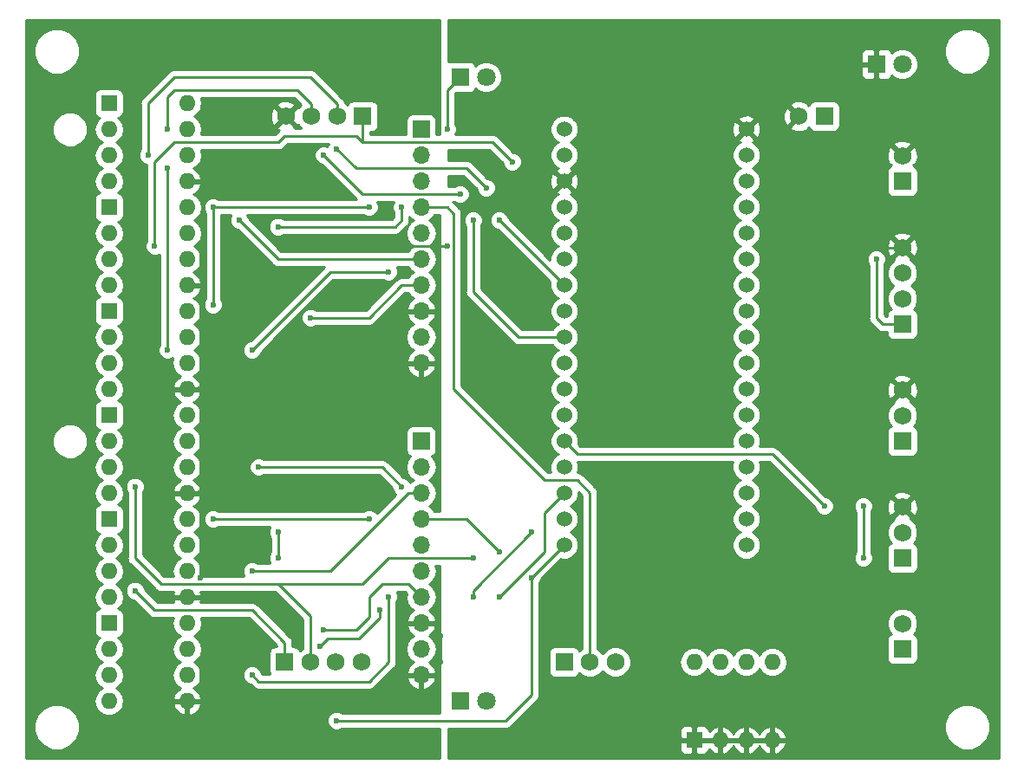
<source format=gbl>
G04 #@! TF.GenerationSoftware,KiCad,Pcbnew,(5.0.0-3-g5ebb6b6)*
G04 #@! TF.CreationDate,2018-07-28T18:34:54+09:00*
G04 #@! TF.ProjectId,MD_Controller,4D445F436F6E74726F6C6C65722E6B69,rev?*
G04 #@! TF.SameCoordinates,Original*
G04 #@! TF.FileFunction,Copper,L2,Bot,Signal*
G04 #@! TF.FilePolarity,Positive*
%FSLAX46Y46*%
G04 Gerber Fmt 4.6, Leading zero omitted, Abs format (unit mm)*
G04 Created by KiCad (PCBNEW (5.0.0-3-g5ebb6b6)) date *
%MOMM*%
%LPD*%
G01*
G04 APERTURE LIST*
G04 #@! TA.AperFunction,ComponentPad*
%ADD10R,1.800000X1.800000*%
G04 #@! TD*
G04 #@! TA.AperFunction,ComponentPad*
%ADD11C,1.800000*%
G04 #@! TD*
G04 #@! TA.AperFunction,ComponentPad*
%ADD12R,1.600000X1.600000*%
G04 #@! TD*
G04 #@! TA.AperFunction,ComponentPad*
%ADD13O,1.600000X1.600000*%
G04 #@! TD*
G04 #@! TA.AperFunction,ComponentPad*
%ADD14R,1.700000X1.700000*%
G04 #@! TD*
G04 #@! TA.AperFunction,ComponentPad*
%ADD15O,1.700000X1.700000*%
G04 #@! TD*
G04 #@! TA.AperFunction,ComponentPad*
%ADD16C,1.524000*%
G04 #@! TD*
G04 #@! TA.AperFunction,ComponentPad*
%ADD17R,1.750000X1.750000*%
G04 #@! TD*
G04 #@! TA.AperFunction,ComponentPad*
%ADD18C,1.750000*%
G04 #@! TD*
G04 #@! TA.AperFunction,ViaPad*
%ADD19C,0.600000*%
G04 #@! TD*
G04 #@! TA.AperFunction,Conductor*
%ADD20C,0.250000*%
G04 #@! TD*
G04 #@! TA.AperFunction,Conductor*
%ADD21C,0.254000*%
G04 #@! TD*
G04 APERTURE END LIST*
D10*
G04 #@! TO.P,D2,1*
G04 #@! TO.N,GNDA*
X196850000Y-62230000D03*
D11*
G04 #@! TO.P,D2,2*
G04 #@! TO.N,Net-(D2-Pad2)*
X199390000Y-62230000D03*
G04 #@! TD*
D10*
G04 #@! TO.P,D11,1*
G04 #@! TO.N,GND*
X156210000Y-63500000D03*
D11*
G04 #@! TO.P,D11,2*
G04 #@! TO.N,Net-(D11-Pad2)*
X158750000Y-63500000D03*
G04 #@! TD*
D10*
G04 #@! TO.P,D12,1*
G04 #@! TO.N,GND*
X156210000Y-124460000D03*
D11*
G04 #@! TO.P,D12,2*
G04 #@! TO.N,Net-(D12-Pad2)*
X158750000Y-124460000D03*
G04 #@! TD*
D12*
G04 #@! TO.P,F1,1*
G04 #@! TO.N,Net-(F1-Pad1)*
X121920000Y-66040000D03*
D13*
G04 #@! TO.P,F1,5*
G04 #@! TO.N,GND*
X129540000Y-73660000D03*
G04 #@! TO.P,F1,2*
G04 #@! TO.N,Net-(F1-Pad2)*
X121920000Y-68580000D03*
G04 #@! TO.P,F1,6*
G04 #@! TO.N,Net-(F1-Pad6)*
X129540000Y-71120000D03*
G04 #@! TO.P,F1,3*
G04 #@! TO.N,GNDA*
X121920000Y-71120000D03*
G04 #@! TO.P,F1,7*
G04 #@! TO.N,Net-(F1-Pad7)*
X129540000Y-68580000D03*
G04 #@! TO.P,F1,4*
G04 #@! TO.N,Net-(F1-Pad4)*
X121920000Y-73660000D03*
G04 #@! TO.P,F1,8*
G04 #@! TO.N,VOUT1*
X129540000Y-66040000D03*
G04 #@! TD*
D12*
G04 #@! TO.P,F2,1*
G04 #@! TO.N,Net-(F2-Pad1)*
X121920000Y-76200000D03*
D13*
G04 #@! TO.P,F2,5*
G04 #@! TO.N,GND*
X129540000Y-83820000D03*
G04 #@! TO.P,F2,2*
G04 #@! TO.N,Net-(F2-Pad2)*
X121920000Y-78740000D03*
G04 #@! TO.P,F2,6*
G04 #@! TO.N,Net-(F2-Pad6)*
X129540000Y-81280000D03*
G04 #@! TO.P,F2,3*
G04 #@! TO.N,GNDA*
X121920000Y-81280000D03*
G04 #@! TO.P,F2,7*
G04 #@! TO.N,Net-(F2-Pad7)*
X129540000Y-78740000D03*
G04 #@! TO.P,F2,4*
G04 #@! TO.N,Net-(F2-Pad4)*
X121920000Y-83820000D03*
G04 #@! TO.P,F2,8*
G04 #@! TO.N,VOUT1*
X129540000Y-76200000D03*
G04 #@! TD*
D12*
G04 #@! TO.P,F3,1*
G04 #@! TO.N,Net-(F3-Pad1)*
X121920000Y-86360000D03*
D13*
G04 #@! TO.P,F3,5*
G04 #@! TO.N,GND*
X129540000Y-93980000D03*
G04 #@! TO.P,F3,2*
G04 #@! TO.N,Net-(F3-Pad2)*
X121920000Y-88900000D03*
G04 #@! TO.P,F3,6*
G04 #@! TO.N,Net-(F3-Pad6)*
X129540000Y-91440000D03*
G04 #@! TO.P,F3,3*
G04 #@! TO.N,GNDA*
X121920000Y-91440000D03*
G04 #@! TO.P,F3,7*
G04 #@! TO.N,Net-(F3-Pad7)*
X129540000Y-88900000D03*
G04 #@! TO.P,F3,4*
G04 #@! TO.N,Net-(F3-Pad4)*
X121920000Y-93980000D03*
G04 #@! TO.P,F3,8*
G04 #@! TO.N,VOUT1*
X129540000Y-86360000D03*
G04 #@! TD*
D12*
G04 #@! TO.P,F4,1*
G04 #@! TO.N,Net-(F4-Pad1)*
X121920000Y-96520000D03*
D13*
G04 #@! TO.P,F4,5*
G04 #@! TO.N,GND*
X129540000Y-104140000D03*
G04 #@! TO.P,F4,2*
G04 #@! TO.N,Net-(F4-Pad2)*
X121920000Y-99060000D03*
G04 #@! TO.P,F4,6*
G04 #@! TO.N,Net-(F4-Pad6)*
X129540000Y-101600000D03*
G04 #@! TO.P,F4,3*
G04 #@! TO.N,GNDA*
X121920000Y-101600000D03*
G04 #@! TO.P,F4,7*
G04 #@! TO.N,Net-(F4-Pad7)*
X129540000Y-99060000D03*
G04 #@! TO.P,F4,4*
G04 #@! TO.N,Net-(F4-Pad4)*
X121920000Y-104140000D03*
G04 #@! TO.P,F4,8*
G04 #@! TO.N,VOUT2*
X129540000Y-96520000D03*
G04 #@! TD*
D12*
G04 #@! TO.P,F5,1*
G04 #@! TO.N,Net-(F5-Pad1)*
X121920000Y-106680000D03*
D13*
G04 #@! TO.P,F5,5*
G04 #@! TO.N,GND*
X129540000Y-114300000D03*
G04 #@! TO.P,F5,2*
G04 #@! TO.N,Net-(F5-Pad2)*
X121920000Y-109220000D03*
G04 #@! TO.P,F5,6*
G04 #@! TO.N,Net-(F5-Pad6)*
X129540000Y-111760000D03*
G04 #@! TO.P,F5,3*
G04 #@! TO.N,GNDA*
X121920000Y-111760000D03*
G04 #@! TO.P,F5,7*
G04 #@! TO.N,Net-(F5-Pad7)*
X129540000Y-109220000D03*
G04 #@! TO.P,F5,4*
G04 #@! TO.N,Net-(F5-Pad4)*
X121920000Y-114300000D03*
G04 #@! TO.P,F5,8*
G04 #@! TO.N,VOUT2*
X129540000Y-106680000D03*
G04 #@! TD*
D12*
G04 #@! TO.P,F6,1*
G04 #@! TO.N,Net-(F6-Pad1)*
X121920000Y-116840000D03*
D13*
G04 #@! TO.P,F6,5*
G04 #@! TO.N,GND*
X129540000Y-124460000D03*
G04 #@! TO.P,F6,2*
G04 #@! TO.N,Net-(F6-Pad2)*
X121920000Y-119380000D03*
G04 #@! TO.P,F6,6*
G04 #@! TO.N,Net-(F6-Pad6)*
X129540000Y-121920000D03*
G04 #@! TO.P,F6,3*
G04 #@! TO.N,GNDA*
X121920000Y-121920000D03*
G04 #@! TO.P,F6,7*
G04 #@! TO.N,Net-(F6-Pad7)*
X129540000Y-119380000D03*
G04 #@! TO.P,F6,4*
G04 #@! TO.N,Net-(F6-Pad4)*
X121920000Y-124460000D03*
G04 #@! TO.P,F6,8*
G04 #@! TO.N,VOUT2*
X129540000Y-116840000D03*
G04 #@! TD*
D14*
G04 #@! TO.P,VNH5019,1*
G04 #@! TO.N,INA1*
X152400000Y-68580000D03*
D15*
G04 #@! TO.P,VNH5019,2*
G04 #@! TO.N,Net-(MD1-Pad2)*
X152400000Y-71120000D03*
G04 #@! TO.P,VNH5019,3*
G04 #@! TO.N,PWM1*
X152400000Y-73660000D03*
G04 #@! TO.P,VNH5019,4*
G04 #@! TO.N,CS_1*
X152400000Y-76200000D03*
G04 #@! TO.P,VNH5019,5*
G04 #@! TO.N,Net-(MD1-Pad5)*
X152400000Y-78740000D03*
G04 #@! TO.P,VNH5019,6*
G04 #@! TO.N,INB1*
X152400000Y-81280000D03*
G04 #@! TO.P,VNH5019,7*
G04 #@! TO.N,Net-(C7-Pad2)*
X152400000Y-83820000D03*
G04 #@! TO.P,VNH5019,8*
G04 #@! TO.N,GND*
X152400000Y-86360000D03*
G04 #@! TO.P,VNH5019,9*
G04 #@! TO.N,VOUT1*
X152400000Y-88900000D03*
G04 #@! TO.P,VNH5019,10*
G04 #@! TO.N,GND*
X152400000Y-91440000D03*
G04 #@! TD*
D14*
G04 #@! TO.P,VNH5019,1*
G04 #@! TO.N,INA2*
X152400000Y-99060000D03*
D15*
G04 #@! TO.P,VNH5019,2*
G04 #@! TO.N,Net-(MD2-Pad2)*
X152400000Y-101600000D03*
G04 #@! TO.P,VNH5019,3*
G04 #@! TO.N,PWM2*
X152400000Y-104140000D03*
G04 #@! TO.P,VNH5019,4*
G04 #@! TO.N,CS_2*
X152400000Y-106680000D03*
G04 #@! TO.P,VNH5019,5*
G04 #@! TO.N,Net-(MD2-Pad5)*
X152400000Y-109220000D03*
G04 #@! TO.P,VNH5019,6*
G04 #@! TO.N,INB2*
X152400000Y-111760000D03*
G04 #@! TO.P,VNH5019,7*
G04 #@! TO.N,Net-(C8-Pad2)*
X152400000Y-114300000D03*
G04 #@! TO.P,VNH5019,8*
G04 #@! TO.N,GND*
X152400000Y-116840000D03*
G04 #@! TO.P,VNH5019,9*
G04 #@! TO.N,VOUT2*
X152400000Y-119380000D03*
G04 #@! TO.P,VNH5019,10*
G04 #@! TO.N,GND*
X152400000Y-121920000D03*
G04 #@! TD*
D16*
G04 #@! TO.P,minibed,1*
G04 #@! TO.N,Net-(minibed1-Pad1)*
X166370000Y-68580000D03*
G04 #@! TO.P,minibed,2*
G04 #@! TO.N,+3V3*
X166370000Y-71120000D03*
G04 #@! TO.P,minibed,3*
G04 #@! TO.N,GNDA*
X166370000Y-73660000D03*
G04 #@! TO.P,minibed,4*
G04 #@! TO.N,Net-(minibed1-Pad4)*
X166370000Y-76200000D03*
G04 #@! TO.P,minibed,5*
G04 #@! TO.N,Net-(minibed1-Pad5)*
X166370000Y-78740000D03*
G04 #@! TO.P,minibed,6*
G04 #@! TO.N,Net-(minibed1-Pad6)*
X166370000Y-81280000D03*
G04 #@! TO.P,minibed,7*
G04 #@! TO.N,p24*
X166370000Y-83820000D03*
G04 #@! TO.P,minibed,8*
G04 #@! TO.N,p25*
X166370000Y-86360000D03*
G04 #@! TO.P,minibed,9*
G04 #@! TO.N,p0*
X166370000Y-88900000D03*
G04 #@! TO.P,minibed,10*
G04 #@! TO.N,p1*
X166370000Y-91440000D03*
G04 #@! TO.P,minibed,11*
G04 #@! TO.N,p2*
X166370000Y-93980000D03*
G04 #@! TO.P,minibed,12*
G04 #@! TO.N,p3*
X166370000Y-96520000D03*
G04 #@! TO.P,minibed,13*
G04 #@! TO.N,p5*
X166370000Y-99060000D03*
G04 #@! TO.P,minibed,14*
G04 #@! TO.N,p6*
X166370000Y-101600000D03*
G04 #@! TO.P,minibed,15*
G04 #@! TO.N,p7*
X166370000Y-104140000D03*
G04 #@! TO.P,minibed,16*
G04 #@! TO.N,p8*
X166370000Y-106680000D03*
G04 #@! TO.P,minibed,17*
G04 #@! TO.N,p9*
X166370000Y-109220000D03*
G04 #@! TO.P,minibed,18*
G04 #@! TO.N,C_H*
X184150000Y-109220000D03*
G04 #@! TO.P,minibed,19*
G04 #@! TO.N,C_L*
X184150000Y-106680000D03*
G04 #@! TO.P,minibed,20*
G04 #@! TO.N,Net-(minibed1-Pad20)*
X184150000Y-104140000D03*
G04 #@! TO.P,minibed,21*
G04 #@! TO.N,p10*
X184150000Y-101600000D03*
G04 #@! TO.P,minibed,22*
G04 #@! TO.N,p11*
X184150000Y-99060000D03*
G04 #@! TO.P,minibed,23*
G04 #@! TO.N,Net-(minibed1-Pad23)*
X184150000Y-96520000D03*
G04 #@! TO.P,minibed,24*
G04 #@! TO.N,Net-(minibed1-Pad24)*
X184150000Y-93980000D03*
G04 #@! TO.P,minibed,25*
G04 #@! TO.N,Net-(minibed1-Pad25)*
X184150000Y-91440000D03*
G04 #@! TO.P,minibed,26*
G04 #@! TO.N,p15*
X184150000Y-88900000D03*
G04 #@! TO.P,minibed,27*
G04 #@! TO.N,p17*
X184150000Y-86360000D03*
G04 #@! TO.P,minibed,28*
G04 #@! TO.N,p19*
X184150000Y-83820000D03*
G04 #@! TO.P,minibed,29*
G04 #@! TO.N,p20*
X184150000Y-81280000D03*
G04 #@! TO.P,minibed,30*
G04 #@! TO.N,Net-(minibed1-Pad30)*
X184150000Y-78740000D03*
G04 #@! TO.P,minibed,31*
G04 #@! TO.N,Net-(minibed1-Pad31)*
X184150000Y-76200000D03*
G04 #@! TO.P,minibed,32*
G04 #@! TO.N,Net-(minibed1-Pad32)*
X184150000Y-73660000D03*
G04 #@! TO.P,minibed,33*
G04 #@! TO.N,+5V*
X184150000Y-71120000D03*
G04 #@! TO.P,minibed,34*
G04 #@! TO.N,GNDA*
X184150000Y-68580000D03*
G04 #@! TD*
D17*
G04 #@! TO.P,+5V,1*
G04 #@! TO.N,+5V*
X199390000Y-73660000D03*
D18*
G04 #@! TO.P,+5V,2*
G04 #@! TO.N,GNDA*
X199390000Y-71160000D03*
G04 #@! TD*
D17*
G04 #@! TO.P,CAN,1*
G04 #@! TO.N,C_H*
X199390000Y-119380000D03*
D18*
G04 #@! TO.P,CAN,2*
G04 #@! TO.N,C_L*
X199390000Y-116880000D03*
G04 #@! TD*
D17*
G04 #@! TO.P,Potentio,1*
G04 #@! TO.N,+3V3*
X199390000Y-110490000D03*
D18*
G04 #@! TO.P,Potentio,2*
G04 #@! TO.N,p5*
X199390000Y-107990000D03*
G04 #@! TO.P,Potentio,3*
G04 #@! TO.N,GNDA*
X199390000Y-105490000D03*
G04 #@! TD*
D17*
G04 #@! TO.P,Encoder,1*
G04 #@! TO.N,+5V*
X199390000Y-87630000D03*
D18*
G04 #@! TO.P,Encoder,2*
G04 #@! TO.N,p19*
X199390000Y-85130000D03*
G04 #@! TO.P,Encoder,3*
G04 #@! TO.N,p20*
X199390000Y-82630000D03*
G04 #@! TO.P,Encoder,4*
G04 #@! TO.N,GNDA*
X199390000Y-80130000D03*
G04 #@! TD*
D12*
G04 #@! TO.P,DIP_SW,1*
G04 #@! TO.N,GNDA*
X179070000Y-128270000D03*
D13*
G04 #@! TO.P,DIP_SW,5*
G04 #@! TO.N,p1*
X186690000Y-120650000D03*
G04 #@! TO.P,DIP_SW,2*
G04 #@! TO.N,GNDA*
X181610000Y-128270000D03*
G04 #@! TO.P,DIP_SW,6*
G04 #@! TO.N,p2*
X184150000Y-120650000D03*
G04 #@! TO.P,DIP_SW,3*
G04 #@! TO.N,GNDA*
X184150000Y-128270000D03*
G04 #@! TO.P,DIP_SW,7*
G04 #@! TO.N,p3*
X181610000Y-120650000D03*
G04 #@! TO.P,DIP_SW,4*
G04 #@! TO.N,GNDA*
X186690000Y-128270000D03*
G04 #@! TO.P,DIP_SW,8*
G04 #@! TO.N,p6*
X179070000Y-120650000D03*
G04 #@! TD*
D17*
G04 #@! TO.P,+5V,1*
G04 #@! TO.N,+5V*
X191770000Y-67310000D03*
D18*
G04 #@! TO.P,+5V,2*
G04 #@! TO.N,GNDA*
X189270000Y-67310000D03*
G04 #@! TD*
D17*
G04 #@! TO.P,MD1_Input,1*
G04 #@! TO.N,p25*
X146685000Y-67310000D03*
D18*
G04 #@! TO.P,MD1_Input,2*
G04 #@! TO.N,p24*
X144185000Y-67310000D03*
G04 #@! TO.P,MD1_Input,3*
G04 #@! TO.N,p0*
X141685000Y-67310000D03*
G04 #@! TO.P,MD1_Input,4*
G04 #@! TO.N,GND*
X139185000Y-67310000D03*
G04 #@! TD*
D17*
G04 #@! TO.P,MD2_Input,1*
G04 #@! TO.N,p8*
X139065000Y-120650000D03*
D18*
G04 #@! TO.P,MD2_Input,2*
G04 #@! TO.N,p7*
X141565000Y-120650000D03*
G04 #@! TO.P,MD2_Input,3*
G04 #@! TO.N,p9*
X144065000Y-120650000D03*
G04 #@! TO.P,MD2_Input,4*
G04 #@! TO.N,GNDA*
X146565000Y-120650000D03*
G04 #@! TD*
D17*
G04 #@! TO.P,UART,1*
G04 #@! TO.N,p15*
X199390000Y-99060000D03*
D18*
G04 #@! TO.P,UART,2*
G04 #@! TO.N,p17*
X199390000Y-96560000D03*
G04 #@! TO.P,UART,3*
G04 #@! TO.N,GNDA*
X199390000Y-94060000D03*
G04 #@! TD*
D17*
G04 #@! TO.P,CS,1*
G04 #@! TO.N,CS_2*
X166370000Y-120650000D03*
D18*
G04 #@! TO.P,CS,2*
G04 #@! TO.N,CS_1*
X168870000Y-120650000D03*
G04 #@! TO.P,CS,3*
G04 #@! TO.N,GND*
X171370000Y-120650000D03*
G04 #@! TD*
D19*
G04 #@! TO.N,GND*
X154305000Y-120650000D03*
X154305000Y-118110000D03*
X147955000Y-80010000D03*
X154940000Y-80010000D03*
X154940000Y-68580000D03*
X130810000Y-120650000D03*
X130810000Y-123190000D03*
X135890000Y-72390000D03*
X132080000Y-72390000D03*
X133350000Y-110490000D03*
X130810000Y-90170000D03*
X130810000Y-93980000D03*
X130810000Y-100330000D03*
X130810000Y-104140000D03*
X135890000Y-116840000D03*
X135890000Y-119380000D03*
X130810000Y-85090000D03*
X130810000Y-112395000D03*
X130810000Y-80010000D03*
X130810000Y-82550000D03*
G04 #@! TO.N,VOUT1*
X132080000Y-76200000D03*
X147320000Y-76200000D03*
X132080000Y-85725000D03*
G04 #@! TO.N,VOUT2*
X132080000Y-106680000D03*
X147320000Y-106680000D03*
G04 #@! TO.N,Net-(C7-Pad2)*
X141605000Y-86995000D03*
G04 #@! TO.N,Net-(C8-Pad2)*
X138430000Y-107950000D03*
X138430000Y-110490000D03*
X142875000Y-117475000D03*
G04 #@! TO.N,GNDA*
X187325000Y-106680000D03*
X189865000Y-128270000D03*
X192405000Y-104140000D03*
X162560000Y-85725000D03*
X164465000Y-83820000D03*
X191770000Y-80010000D03*
X187960000Y-86360000D03*
X187960000Y-81280000D03*
G04 #@! TO.N,CS_2*
X160020000Y-109855000D03*
G04 #@! TO.N,INA1*
X135890000Y-90170000D03*
X149225000Y-82550000D03*
G04 #@! TO.N,PWM1*
X150495000Y-76200000D03*
X138430000Y-78105000D03*
G04 #@! TO.N,INB1*
X134620000Y-77470000D03*
G04 #@! TO.N,INA2*
X135890000Y-121920000D03*
X149225000Y-114300000D03*
G04 #@! TO.N,PWM2*
X135890000Y-111760000D03*
G04 #@! TO.N,INB2*
X136525000Y-101600000D03*
X150495000Y-103505000D03*
G04 #@! TO.N,+3V3*
X195580000Y-110490000D03*
X195580000Y-105410000D03*
G04 #@! TO.N,p24*
X160020000Y-77470000D03*
X144145000Y-70485000D03*
X158750000Y-74295000D03*
X125730000Y-71120000D03*
G04 #@! TO.N,p25*
X161290000Y-71755000D03*
X126365000Y-80010000D03*
G04 #@! TO.N,p0*
X157480000Y-77470000D03*
X156210000Y-74930000D03*
X142875000Y-71120000D03*
X127635000Y-68580000D03*
X127635000Y-72390000D03*
X127635000Y-90170000D03*
G04 #@! TO.N,p5*
X191770000Y-105410000D03*
G04 #@! TO.N,p7*
X160020000Y-114300000D03*
X157480000Y-110490000D03*
X124460000Y-103505000D03*
G04 #@! TO.N,p8*
X148336000Y-115570000D03*
X142494000Y-119126000D03*
X163195000Y-107950000D03*
X157480000Y-114300000D03*
X124460000Y-113665000D03*
G04 #@! TO.N,p9*
X163195000Y-112395000D03*
X144145000Y-126365000D03*
G04 #@! TO.N,+5V*
X196850000Y-81280000D03*
G04 #@! TD*
D20*
G04 #@! TO.N,GND*
X154305000Y-118110000D02*
X154305000Y-120650000D01*
X147955000Y-80010000D02*
X154940000Y-80010000D01*
X154940000Y-68580000D02*
X154940000Y-65405000D01*
X154940000Y-65405000D02*
X154940000Y-64770000D01*
X154940000Y-64770000D02*
X156210000Y-63500000D01*
X130810000Y-120650000D02*
X130810000Y-123190000D01*
X135890000Y-72390000D02*
X132080000Y-72390000D01*
X130810000Y-110490000D02*
X133350000Y-110490000D01*
X135890000Y-116840000D02*
X135890000Y-119380000D01*
X130810000Y-85090000D02*
X130810000Y-90170000D01*
X130810000Y-90170000D02*
X130810000Y-93980000D01*
X130810000Y-93980000D02*
X130810000Y-100330000D01*
X130810000Y-100330000D02*
X130810000Y-104140000D01*
X130810000Y-104140000D02*
X130810000Y-110490000D01*
X130810000Y-110490000D02*
X130810000Y-112395000D01*
X130810000Y-80010000D02*
X130810000Y-82550000D01*
G04 #@! TO.N,VOUT1*
X132080000Y-76200000D02*
X147320000Y-76200000D01*
X132080000Y-76200000D02*
X132080000Y-85090000D01*
X132080000Y-85090000D02*
X132080000Y-85725000D01*
G04 #@! TO.N,VOUT2*
X132080000Y-106680000D02*
X147320000Y-106680000D01*
G04 #@! TO.N,Net-(C7-Pad2)*
X141605000Y-86995000D02*
X147320000Y-86995000D01*
X147320000Y-86995000D02*
X150495000Y-83820000D01*
X150495000Y-83820000D02*
X152400000Y-83820000D01*
G04 #@! TO.N,Net-(C8-Pad2)*
X138430000Y-107950000D02*
X138430000Y-110490000D01*
X142875000Y-117475000D02*
X146050000Y-117475000D01*
X146050000Y-117475000D02*
X147320000Y-116205000D01*
X147320000Y-116205000D02*
X147320000Y-114300000D01*
X147320000Y-114300000D02*
X148590000Y-113030000D01*
X148590000Y-113030000D02*
X151130000Y-113030000D01*
X151130000Y-113030000D02*
X152400000Y-114300000D01*
G04 #@! TO.N,GNDA*
X187325000Y-106680000D02*
X187325000Y-116205000D01*
X189865000Y-118745000D02*
X189865000Y-128270000D01*
X187325000Y-116205000D02*
X189865000Y-118745000D01*
X199390000Y-105490000D02*
X198040000Y-104140000D01*
X198120000Y-104140000D02*
X198040000Y-104140000D01*
X192405000Y-104140000D02*
X198120000Y-104140000D01*
X164465000Y-83820000D02*
X162560000Y-85725000D01*
X191890000Y-80130000D02*
X199390000Y-80130000D01*
X191770000Y-80010000D02*
X191890000Y-80130000D01*
X187960000Y-81280000D02*
X187960000Y-86360000D01*
G04 #@! TO.N,CS_1*
X154940000Y-76200000D02*
X155575000Y-76835000D01*
X156210000Y-94615000D02*
X164465000Y-102870000D01*
X164465000Y-102870000D02*
X167640000Y-102870000D01*
X167640000Y-102870000D02*
X168870000Y-104100000D01*
X168870000Y-120650000D02*
X168870000Y-104100000D01*
X154940000Y-76200000D02*
X152400000Y-76200000D01*
X155575000Y-93980000D02*
X156210000Y-94615000D01*
X155575000Y-76835000D02*
X155575000Y-93980000D01*
G04 #@! TO.N,CS_2*
X152400000Y-106680000D02*
X156845000Y-106680000D01*
X156845000Y-106680000D02*
X160020000Y-109855000D01*
G04 #@! TO.N,INA1*
X135890000Y-90170000D02*
X143510000Y-82550000D01*
X143510000Y-82550000D02*
X149225000Y-82550000D01*
G04 #@! TO.N,PWM1*
X147320000Y-78105000D02*
X149860000Y-78105000D01*
X149860000Y-78105000D02*
X150495000Y-77470000D01*
X150495000Y-77470000D02*
X150495000Y-76200000D01*
X138430000Y-78105000D02*
X147320000Y-78105000D01*
G04 #@! TO.N,INB1*
X134620000Y-77470000D02*
X138430000Y-81280000D01*
X138430000Y-81280000D02*
X152400000Y-81280000D01*
G04 #@! TO.N,INA2*
X135890000Y-121920000D02*
X136525000Y-122555000D01*
X136525000Y-122555000D02*
X147320000Y-122555000D01*
X147320000Y-122555000D02*
X149225000Y-120650000D01*
X149225000Y-120650000D02*
X149225000Y-114300000D01*
G04 #@! TO.N,PWM2*
X135890000Y-111760000D02*
X143510000Y-111760000D01*
X143510000Y-111760000D02*
X151130000Y-104140000D01*
X151130000Y-104140000D02*
X152400000Y-104140000D01*
G04 #@! TO.N,INB2*
X136525000Y-101600000D02*
X147320000Y-101600000D01*
X147320000Y-101600000D02*
X148590000Y-101600000D01*
X148590000Y-101600000D02*
X150495000Y-103505000D01*
G04 #@! TO.N,+3V3*
X195580000Y-110490000D02*
X195580000Y-105410000D01*
G04 #@! TO.N,p24*
X166370000Y-83820000D02*
X160020000Y-77470000D01*
X144145000Y-70485000D02*
X146050000Y-72390000D01*
X146050000Y-72390000D02*
X156845000Y-72390000D01*
X156845000Y-72390000D02*
X158750000Y-74295000D01*
X127000000Y-64770000D02*
X125730000Y-66040000D01*
X125730000Y-66040000D02*
X125730000Y-71120000D01*
X127000000Y-64770000D02*
X128270000Y-63500000D01*
X128270000Y-63500000D02*
X141605000Y-63500000D01*
X141605000Y-63500000D02*
X144185000Y-66080000D01*
X144185000Y-66080000D02*
X144185000Y-67310000D01*
G04 #@! TO.N,p25*
X146685000Y-69850000D02*
X146050000Y-69215000D01*
X146050000Y-69215000D02*
X139065000Y-69215000D01*
X139065000Y-69215000D02*
X138430000Y-69850000D01*
X138430000Y-69850000D02*
X128270000Y-69850000D01*
X146685000Y-69850000D02*
X159385000Y-69850000D01*
X159385000Y-69850000D02*
X161290000Y-71755000D01*
X127000000Y-71120000D02*
X126365000Y-71755000D01*
X126365000Y-71755000D02*
X126365000Y-80010000D01*
X127000000Y-71120000D02*
X128270000Y-69850000D01*
X146685000Y-69850000D02*
X146685000Y-67310000D01*
G04 #@! TO.N,p0*
X157480000Y-77470000D02*
X157480000Y-84455000D01*
X157480000Y-84455000D02*
X161925000Y-88900000D01*
X161925000Y-88900000D02*
X166370000Y-88900000D01*
X148590000Y-74930000D02*
X156210000Y-74930000D01*
X142875000Y-71120000D02*
X146685000Y-74930000D01*
X146685000Y-74930000D02*
X148590000Y-74930000D01*
X141685000Y-67310000D02*
X141685000Y-66120000D01*
X141685000Y-66120000D02*
X140335000Y-64770000D01*
X140335000Y-64770000D02*
X128270000Y-64770000D01*
X128270000Y-64770000D02*
X127635000Y-65405000D01*
X127635000Y-65405000D02*
X127635000Y-68580000D01*
X127635000Y-72390000D02*
X127635000Y-90170000D01*
G04 #@! TO.N,p5*
X167640000Y-100330000D02*
X166370000Y-99060000D01*
X186690000Y-100330000D02*
X167640000Y-100330000D01*
X191770000Y-105410000D02*
X186690000Y-100330000D01*
G04 #@! TO.N,p7*
X163830000Y-110490000D02*
X164465000Y-109855000D01*
X160020000Y-114300000D02*
X163830000Y-110490000D01*
X164465000Y-106045000D02*
X166370000Y-104140000D01*
X164465000Y-109855000D02*
X164465000Y-106045000D01*
X138430000Y-113030000D02*
X146685000Y-113030000D01*
X149225000Y-110490000D02*
X157480000Y-110490000D01*
X146685000Y-113030000D02*
X149225000Y-110490000D01*
X141565000Y-120650000D02*
X141565000Y-116165000D01*
X141565000Y-116165000D02*
X138430000Y-113030000D01*
X138430000Y-113030000D02*
X127000000Y-113030000D01*
X127000000Y-113030000D02*
X124460000Y-110490000D01*
X124460000Y-110490000D02*
X124460000Y-103505000D01*
G04 #@! TO.N,p8*
X148336000Y-115570000D02*
X148336000Y-116332000D01*
X148336000Y-116332000D02*
X146304000Y-118364000D01*
X146304000Y-118364000D02*
X143256000Y-118364000D01*
X143256000Y-118364000D02*
X142494000Y-119126000D01*
X163195000Y-107950000D02*
X157480000Y-113665000D01*
X157480000Y-113665000D02*
X157480000Y-114300000D01*
X139065000Y-120650000D02*
X139065000Y-118745000D01*
X139065000Y-118745000D02*
X135890000Y-115570000D01*
X135890000Y-115570000D02*
X126365000Y-115570000D01*
X126365000Y-115570000D02*
X124460000Y-113665000D01*
G04 #@! TO.N,p9*
X163195000Y-112395000D02*
X166370000Y-109220000D01*
X163195000Y-123825000D02*
X163195000Y-112395000D01*
X144145000Y-126365000D02*
X160655000Y-126365000D01*
X160655000Y-126365000D02*
X163195000Y-123825000D01*
G04 #@! TO.N,+5V*
X197485000Y-87630000D02*
X199390000Y-87630000D01*
X196850000Y-86995000D02*
X197485000Y-87630000D01*
X196850000Y-81280000D02*
X196850000Y-86995000D01*
G04 #@! TD*
D21*
G04 #@! TO.N,GND*
G36*
X154178000Y-69090000D02*
X153897440Y-69090000D01*
X153897440Y-67730000D01*
X153848157Y-67482235D01*
X153707809Y-67272191D01*
X153497765Y-67131843D01*
X153250000Y-67082560D01*
X151550000Y-67082560D01*
X151302235Y-67131843D01*
X151092191Y-67272191D01*
X150951843Y-67482235D01*
X150902560Y-67730000D01*
X150902560Y-69090000D01*
X147445000Y-69090000D01*
X147445000Y-68832440D01*
X147560000Y-68832440D01*
X147807765Y-68783157D01*
X148017809Y-68642809D01*
X148158157Y-68432765D01*
X148207440Y-68185000D01*
X148207440Y-66435000D01*
X148158157Y-66187235D01*
X148017809Y-65977191D01*
X147807765Y-65836843D01*
X147560000Y-65787560D01*
X145810000Y-65787560D01*
X145562235Y-65836843D01*
X145352191Y-65977191D01*
X145211843Y-66187235D01*
X145209496Y-66199034D01*
X145040346Y-66029884D01*
X144941801Y-65989065D01*
X144900904Y-65783463D01*
X144732929Y-65532071D01*
X144669473Y-65489671D01*
X142195331Y-63015530D01*
X142152929Y-62952071D01*
X141901537Y-62784096D01*
X141679852Y-62740000D01*
X141679847Y-62740000D01*
X141605000Y-62725112D01*
X141530153Y-62740000D01*
X128344846Y-62740000D01*
X128269999Y-62725112D01*
X128195152Y-62740000D01*
X128195148Y-62740000D01*
X127973463Y-62784096D01*
X127722071Y-62952071D01*
X127679671Y-63015527D01*
X126515530Y-64179669D01*
X126515527Y-64179671D01*
X125245530Y-65449669D01*
X125182071Y-65492071D01*
X125014096Y-65743464D01*
X124970000Y-65965149D01*
X124970000Y-65965153D01*
X124955112Y-66040000D01*
X124970000Y-66114847D01*
X124970001Y-70557709D01*
X124937345Y-70590365D01*
X124795000Y-70934017D01*
X124795000Y-71305983D01*
X124937345Y-71649635D01*
X125200365Y-71912655D01*
X125544017Y-72055000D01*
X125605000Y-72055000D01*
X125605001Y-79447709D01*
X125572345Y-79480365D01*
X125430000Y-79824017D01*
X125430000Y-80195983D01*
X125572345Y-80539635D01*
X125835365Y-80802655D01*
X126179017Y-80945000D01*
X126550983Y-80945000D01*
X126875000Y-80810788D01*
X126875001Y-89607709D01*
X126842345Y-89640365D01*
X126700000Y-89984017D01*
X126700000Y-90355983D01*
X126842345Y-90699635D01*
X127105365Y-90962655D01*
X127449017Y-91105000D01*
X127820983Y-91105000D01*
X128164635Y-90962655D01*
X128173625Y-90953665D01*
X128076887Y-91440000D01*
X128188260Y-91999909D01*
X128505423Y-92474577D01*
X128889108Y-92730947D01*
X128684866Y-92827611D01*
X128308959Y-93242577D01*
X128148096Y-93630961D01*
X128270085Y-93853000D01*
X129413000Y-93853000D01*
X129413000Y-93833000D01*
X129667000Y-93833000D01*
X129667000Y-93853000D01*
X130809915Y-93853000D01*
X130931904Y-93630961D01*
X130771041Y-93242577D01*
X130395134Y-92827611D01*
X130190892Y-92730947D01*
X130574577Y-92474577D01*
X130891740Y-91999909D01*
X130932123Y-91796890D01*
X150958524Y-91796890D01*
X151128355Y-92206924D01*
X151518642Y-92635183D01*
X152043108Y-92881486D01*
X152273000Y-92760819D01*
X152273000Y-91567000D01*
X152527000Y-91567000D01*
X152527000Y-92760819D01*
X152756892Y-92881486D01*
X153281358Y-92635183D01*
X153671645Y-92206924D01*
X153841476Y-91796890D01*
X153720155Y-91567000D01*
X152527000Y-91567000D01*
X152273000Y-91567000D01*
X151079845Y-91567000D01*
X150958524Y-91796890D01*
X130932123Y-91796890D01*
X131003113Y-91440000D01*
X130891740Y-90880091D01*
X130574577Y-90405423D01*
X130222242Y-90170000D01*
X130574577Y-89934577D01*
X130891740Y-89459909D01*
X131003113Y-88900000D01*
X130891740Y-88340091D01*
X130574577Y-87865423D01*
X130222242Y-87630000D01*
X130574577Y-87394577D01*
X130891740Y-86919909D01*
X131003113Y-86360000D01*
X130891740Y-85800091D01*
X130574577Y-85325423D01*
X130190892Y-85069053D01*
X130395134Y-84972389D01*
X130771041Y-84557423D01*
X130931904Y-84169039D01*
X130809915Y-83947000D01*
X129667000Y-83947000D01*
X129667000Y-83967000D01*
X129413000Y-83967000D01*
X129413000Y-83947000D01*
X129393000Y-83947000D01*
X129393000Y-83693000D01*
X129413000Y-83693000D01*
X129413000Y-83673000D01*
X129667000Y-83673000D01*
X129667000Y-83693000D01*
X130809915Y-83693000D01*
X130931904Y-83470961D01*
X130771041Y-83082577D01*
X130395134Y-82667611D01*
X130190892Y-82570947D01*
X130574577Y-82314577D01*
X130891740Y-81839909D01*
X131003113Y-81280000D01*
X130891740Y-80720091D01*
X130574577Y-80245423D01*
X130222242Y-80010000D01*
X130574577Y-79774577D01*
X130891740Y-79299909D01*
X131003113Y-78740000D01*
X130891740Y-78180091D01*
X130574577Y-77705423D01*
X130222242Y-77470000D01*
X130574577Y-77234577D01*
X130891740Y-76759909D01*
X131003113Y-76200000D01*
X130891740Y-75640091D01*
X130574577Y-75165423D01*
X130190892Y-74909053D01*
X130395134Y-74812389D01*
X130771041Y-74397423D01*
X130931904Y-74009039D01*
X130809915Y-73787000D01*
X129667000Y-73787000D01*
X129667000Y-73807000D01*
X129413000Y-73807000D01*
X129413000Y-73787000D01*
X129393000Y-73787000D01*
X129393000Y-73533000D01*
X129413000Y-73533000D01*
X129413000Y-73513000D01*
X129667000Y-73513000D01*
X129667000Y-73533000D01*
X130809915Y-73533000D01*
X130931904Y-73310961D01*
X130771041Y-72922577D01*
X130395134Y-72507611D01*
X130190892Y-72410947D01*
X130574577Y-72154577D01*
X130891740Y-71679909D01*
X131003113Y-71120000D01*
X130901668Y-70610000D01*
X138355153Y-70610000D01*
X138430000Y-70624888D01*
X138504847Y-70610000D01*
X138504852Y-70610000D01*
X138726537Y-70565904D01*
X138977929Y-70397929D01*
X139020331Y-70334470D01*
X139379802Y-69975000D01*
X143344212Y-69975000D01*
X143228488Y-70254383D01*
X143060983Y-70185000D01*
X142689017Y-70185000D01*
X142345365Y-70327345D01*
X142082345Y-70590365D01*
X141940000Y-70934017D01*
X141940000Y-71305983D01*
X142082345Y-71649635D01*
X142345365Y-71912655D01*
X142689017Y-72055000D01*
X142735199Y-72055000D01*
X146094671Y-75414473D01*
X146111728Y-75440000D01*
X132642290Y-75440000D01*
X132609635Y-75407345D01*
X132265983Y-75265000D01*
X131894017Y-75265000D01*
X131550365Y-75407345D01*
X131287345Y-75670365D01*
X131145000Y-76014017D01*
X131145000Y-76385983D01*
X131287345Y-76729635D01*
X131320000Y-76762290D01*
X131320001Y-85015144D01*
X131320000Y-85015149D01*
X131320000Y-85162710D01*
X131287345Y-85195365D01*
X131145000Y-85539017D01*
X131145000Y-85910983D01*
X131287345Y-86254635D01*
X131550365Y-86517655D01*
X131894017Y-86660000D01*
X132265983Y-86660000D01*
X132609635Y-86517655D01*
X132872655Y-86254635D01*
X133015000Y-85910983D01*
X133015000Y-85539017D01*
X132872655Y-85195365D01*
X132840000Y-85162710D01*
X132840000Y-76960000D01*
X133819212Y-76960000D01*
X133685000Y-77284017D01*
X133685000Y-77655983D01*
X133827345Y-77999635D01*
X134090365Y-78262655D01*
X134434017Y-78405000D01*
X134480199Y-78405000D01*
X137839671Y-81764473D01*
X137882071Y-81827929D01*
X137945527Y-81870329D01*
X138133462Y-81995904D01*
X138181605Y-82005480D01*
X138355148Y-82040000D01*
X138355152Y-82040000D01*
X138430000Y-82054888D01*
X138504848Y-82040000D01*
X142936728Y-82040000D01*
X142919673Y-82065524D01*
X135750199Y-89235000D01*
X135704017Y-89235000D01*
X135360365Y-89377345D01*
X135097345Y-89640365D01*
X134955000Y-89984017D01*
X134955000Y-90355983D01*
X135097345Y-90699635D01*
X135360365Y-90962655D01*
X135704017Y-91105000D01*
X136075983Y-91105000D01*
X136419635Y-90962655D01*
X136682655Y-90699635D01*
X136825000Y-90355983D01*
X136825000Y-90309801D01*
X138234801Y-88900000D01*
X150885908Y-88900000D01*
X151001161Y-89479418D01*
X151329375Y-89970625D01*
X151648478Y-90183843D01*
X151518642Y-90244817D01*
X151128355Y-90673076D01*
X150958524Y-91083110D01*
X151079845Y-91313000D01*
X152273000Y-91313000D01*
X152273000Y-91293000D01*
X152527000Y-91293000D01*
X152527000Y-91313000D01*
X153720155Y-91313000D01*
X153841476Y-91083110D01*
X153671645Y-90673076D01*
X153281358Y-90244817D01*
X153151522Y-90183843D01*
X153470625Y-89970625D01*
X153798839Y-89479418D01*
X153914092Y-88900000D01*
X153798839Y-88320582D01*
X153470625Y-87829375D01*
X153151522Y-87616157D01*
X153281358Y-87555183D01*
X153671645Y-87126924D01*
X153841476Y-86716890D01*
X153720155Y-86487000D01*
X152527000Y-86487000D01*
X152527000Y-86507000D01*
X152273000Y-86507000D01*
X152273000Y-86487000D01*
X151079845Y-86487000D01*
X150958524Y-86716890D01*
X151128355Y-87126924D01*
X151518642Y-87555183D01*
X151648478Y-87616157D01*
X151329375Y-87829375D01*
X151001161Y-88320582D01*
X150885908Y-88900000D01*
X138234801Y-88900000D01*
X143824803Y-83310000D01*
X148662710Y-83310000D01*
X148695365Y-83342655D01*
X149039017Y-83485000D01*
X149410983Y-83485000D01*
X149754635Y-83342655D01*
X150017655Y-83079635D01*
X150160000Y-82735983D01*
X150160000Y-82364017D01*
X150025788Y-82040000D01*
X151121822Y-82040000D01*
X151329375Y-82350625D01*
X151627761Y-82550000D01*
X151329375Y-82749375D01*
X151121822Y-83060000D01*
X150569846Y-83060000D01*
X150494999Y-83045112D01*
X150420152Y-83060000D01*
X150420148Y-83060000D01*
X150198463Y-83104096D01*
X149947071Y-83272071D01*
X149904671Y-83335527D01*
X147005199Y-86235000D01*
X142167290Y-86235000D01*
X142134635Y-86202345D01*
X141790983Y-86060000D01*
X141419017Y-86060000D01*
X141075365Y-86202345D01*
X140812345Y-86465365D01*
X140670000Y-86809017D01*
X140670000Y-87180983D01*
X140812345Y-87524635D01*
X141075365Y-87787655D01*
X141419017Y-87930000D01*
X141790983Y-87930000D01*
X142134635Y-87787655D01*
X142167290Y-87755000D01*
X147245153Y-87755000D01*
X147320000Y-87769888D01*
X147394847Y-87755000D01*
X147394852Y-87755000D01*
X147616537Y-87710904D01*
X147867929Y-87542929D01*
X147910331Y-87479470D01*
X150809802Y-84580000D01*
X151121822Y-84580000D01*
X151329375Y-84890625D01*
X151648478Y-85103843D01*
X151518642Y-85164817D01*
X151128355Y-85593076D01*
X150958524Y-86003110D01*
X151079845Y-86233000D01*
X152273000Y-86233000D01*
X152273000Y-86213000D01*
X152527000Y-86213000D01*
X152527000Y-86233000D01*
X153720155Y-86233000D01*
X153841476Y-86003110D01*
X153671645Y-85593076D01*
X153281358Y-85164817D01*
X153151522Y-85103843D01*
X153470625Y-84890625D01*
X153798839Y-84399418D01*
X153914092Y-83820000D01*
X153798839Y-83240582D01*
X153470625Y-82749375D01*
X153172239Y-82550000D01*
X153470625Y-82350625D01*
X153798839Y-81859418D01*
X153914092Y-81280000D01*
X153798839Y-80700582D01*
X153470625Y-80209375D01*
X153172239Y-80010000D01*
X153470625Y-79810625D01*
X153798839Y-79319418D01*
X153914092Y-78740000D01*
X153798839Y-78160582D01*
X153470625Y-77669375D01*
X153172239Y-77470000D01*
X153470625Y-77270625D01*
X153678178Y-76960000D01*
X154178000Y-76960000D01*
X154178000Y-105920000D01*
X153678178Y-105920000D01*
X153470625Y-105609375D01*
X153172239Y-105410000D01*
X153470625Y-105210625D01*
X153798839Y-104719418D01*
X153914092Y-104140000D01*
X153798839Y-103560582D01*
X153470625Y-103069375D01*
X153172239Y-102870000D01*
X153470625Y-102670625D01*
X153798839Y-102179418D01*
X153914092Y-101600000D01*
X153798839Y-101020582D01*
X153470625Y-100529375D01*
X153452381Y-100517184D01*
X153497765Y-100508157D01*
X153707809Y-100367809D01*
X153848157Y-100157765D01*
X153897440Y-99910000D01*
X153897440Y-98210000D01*
X153848157Y-97962235D01*
X153707809Y-97752191D01*
X153497765Y-97611843D01*
X153250000Y-97562560D01*
X151550000Y-97562560D01*
X151302235Y-97611843D01*
X151092191Y-97752191D01*
X150951843Y-97962235D01*
X150902560Y-98210000D01*
X150902560Y-99910000D01*
X150951843Y-100157765D01*
X151092191Y-100367809D01*
X151302235Y-100508157D01*
X151347619Y-100517184D01*
X151329375Y-100529375D01*
X151001161Y-101020582D01*
X150885908Y-101600000D01*
X151001161Y-102179418D01*
X151329375Y-102670625D01*
X151627761Y-102870000D01*
X151329375Y-103069375D01*
X151327659Y-103071943D01*
X151287655Y-102975365D01*
X151024635Y-102712345D01*
X150680983Y-102570000D01*
X150634802Y-102570000D01*
X149180331Y-101115530D01*
X149137929Y-101052071D01*
X148886537Y-100884096D01*
X148664852Y-100840000D01*
X148664847Y-100840000D01*
X148590000Y-100825112D01*
X148515153Y-100840000D01*
X137087290Y-100840000D01*
X137054635Y-100807345D01*
X136710983Y-100665000D01*
X136339017Y-100665000D01*
X135995365Y-100807345D01*
X135732345Y-101070365D01*
X135590000Y-101414017D01*
X135590000Y-101785983D01*
X135732345Y-102129635D01*
X135995365Y-102392655D01*
X136339017Y-102535000D01*
X136710983Y-102535000D01*
X137054635Y-102392655D01*
X137087290Y-102360000D01*
X148275199Y-102360000D01*
X149560000Y-103644802D01*
X149560000Y-103690983D01*
X149702345Y-104034635D01*
X149931454Y-104263744D01*
X148078744Y-106116454D01*
X147849635Y-105887345D01*
X147505983Y-105745000D01*
X147134017Y-105745000D01*
X146790365Y-105887345D01*
X146757710Y-105920000D01*
X132642290Y-105920000D01*
X132609635Y-105887345D01*
X132265983Y-105745000D01*
X131894017Y-105745000D01*
X131550365Y-105887345D01*
X131287345Y-106150365D01*
X131145000Y-106494017D01*
X131145000Y-106865983D01*
X131287345Y-107209635D01*
X131550365Y-107472655D01*
X131894017Y-107615000D01*
X132265983Y-107615000D01*
X132609635Y-107472655D01*
X132642290Y-107440000D01*
X137629212Y-107440000D01*
X137495000Y-107764017D01*
X137495000Y-108135983D01*
X137637345Y-108479635D01*
X137670000Y-108512290D01*
X137670001Y-109927709D01*
X137637345Y-109960365D01*
X137495000Y-110304017D01*
X137495000Y-110675983D01*
X137629212Y-111000000D01*
X136452290Y-111000000D01*
X136419635Y-110967345D01*
X136075983Y-110825000D01*
X135704017Y-110825000D01*
X135360365Y-110967345D01*
X135097345Y-111230365D01*
X134955000Y-111574017D01*
X134955000Y-111945983D01*
X135089212Y-112270000D01*
X130901668Y-112270000D01*
X131003113Y-111760000D01*
X130891740Y-111200091D01*
X130574577Y-110725423D01*
X130222242Y-110490000D01*
X130574577Y-110254577D01*
X130891740Y-109779909D01*
X131003113Y-109220000D01*
X130891740Y-108660091D01*
X130574577Y-108185423D01*
X130222242Y-107950000D01*
X130574577Y-107714577D01*
X130891740Y-107239909D01*
X131003113Y-106680000D01*
X130891740Y-106120091D01*
X130574577Y-105645423D01*
X130190892Y-105389053D01*
X130395134Y-105292389D01*
X130771041Y-104877423D01*
X130931904Y-104489039D01*
X130809915Y-104267000D01*
X129667000Y-104267000D01*
X129667000Y-104287000D01*
X129413000Y-104287000D01*
X129413000Y-104267000D01*
X128270085Y-104267000D01*
X128148096Y-104489039D01*
X128308959Y-104877423D01*
X128684866Y-105292389D01*
X128889108Y-105389053D01*
X128505423Y-105645423D01*
X128188260Y-106120091D01*
X128076887Y-106680000D01*
X128188260Y-107239909D01*
X128505423Y-107714577D01*
X128857758Y-107950000D01*
X128505423Y-108185423D01*
X128188260Y-108660091D01*
X128076887Y-109220000D01*
X128188260Y-109779909D01*
X128505423Y-110254577D01*
X128857758Y-110490000D01*
X128505423Y-110725423D01*
X128188260Y-111200091D01*
X128076887Y-111760000D01*
X128178332Y-112270000D01*
X127314803Y-112270000D01*
X125220000Y-110175199D01*
X125220000Y-104067290D01*
X125252655Y-104034635D01*
X125395000Y-103690983D01*
X125395000Y-103319017D01*
X125252655Y-102975365D01*
X124989635Y-102712345D01*
X124645983Y-102570000D01*
X124274017Y-102570000D01*
X123930365Y-102712345D01*
X123667345Y-102975365D01*
X123525000Y-103319017D01*
X123525000Y-103690983D01*
X123667345Y-104034635D01*
X123700001Y-104067291D01*
X123700000Y-110415153D01*
X123685112Y-110490000D01*
X123700000Y-110564847D01*
X123700000Y-110564851D01*
X123744096Y-110786536D01*
X123912071Y-111037929D01*
X123975530Y-111080331D01*
X126409673Y-113514476D01*
X126452071Y-113577929D01*
X126515524Y-113620327D01*
X126515526Y-113620329D01*
X126640902Y-113704102D01*
X126703463Y-113745904D01*
X126925148Y-113790000D01*
X126925152Y-113790000D01*
X126999999Y-113804888D01*
X127074846Y-113790000D01*
X128214764Y-113790000D01*
X128148096Y-113950961D01*
X128270085Y-114173000D01*
X129413000Y-114173000D01*
X129413000Y-114153000D01*
X129667000Y-114153000D01*
X129667000Y-114173000D01*
X130809915Y-114173000D01*
X130931904Y-113950961D01*
X130865236Y-113790000D01*
X138115199Y-113790000D01*
X140805001Y-116479803D01*
X140805000Y-119330390D01*
X140709654Y-119369884D01*
X140540504Y-119539034D01*
X140538157Y-119527235D01*
X140397809Y-119317191D01*
X140187765Y-119176843D01*
X139940000Y-119127560D01*
X139825000Y-119127560D01*
X139825000Y-118819846D01*
X139839888Y-118744999D01*
X139825000Y-118670152D01*
X139825000Y-118670148D01*
X139780904Y-118448463D01*
X139612929Y-118197071D01*
X139549473Y-118154671D01*
X136480331Y-115085530D01*
X136437929Y-115022071D01*
X136186537Y-114854096D01*
X135964852Y-114810000D01*
X135964847Y-114810000D01*
X135890000Y-114795112D01*
X135815153Y-114810000D01*
X130865236Y-114810000D01*
X130931904Y-114649039D01*
X130809915Y-114427000D01*
X129667000Y-114427000D01*
X129667000Y-114447000D01*
X129413000Y-114447000D01*
X129413000Y-114427000D01*
X128270085Y-114427000D01*
X128148096Y-114649039D01*
X128214764Y-114810000D01*
X126679802Y-114810000D01*
X125395000Y-113525199D01*
X125395000Y-113479017D01*
X125252655Y-113135365D01*
X124989635Y-112872345D01*
X124645983Y-112730000D01*
X124274017Y-112730000D01*
X123930365Y-112872345D01*
X123667345Y-113135365D01*
X123525000Y-113479017D01*
X123525000Y-113850983D01*
X123667345Y-114194635D01*
X123930365Y-114457655D01*
X124274017Y-114600000D01*
X124320199Y-114600000D01*
X125774670Y-116054472D01*
X125817071Y-116117929D01*
X125880527Y-116160329D01*
X126068462Y-116285904D01*
X126116605Y-116295480D01*
X126290148Y-116330000D01*
X126290152Y-116330000D01*
X126365000Y-116344888D01*
X126439848Y-116330000D01*
X128178332Y-116330000D01*
X128076887Y-116840000D01*
X128188260Y-117399909D01*
X128505423Y-117874577D01*
X128857758Y-118110000D01*
X128505423Y-118345423D01*
X128188260Y-118820091D01*
X128076887Y-119380000D01*
X128188260Y-119939909D01*
X128505423Y-120414577D01*
X128857758Y-120650000D01*
X128505423Y-120885423D01*
X128188260Y-121360091D01*
X128076887Y-121920000D01*
X128188260Y-122479909D01*
X128505423Y-122954577D01*
X128889108Y-123210947D01*
X128684866Y-123307611D01*
X128308959Y-123722577D01*
X128148096Y-124110961D01*
X128270085Y-124333000D01*
X129413000Y-124333000D01*
X129413000Y-124313000D01*
X129667000Y-124313000D01*
X129667000Y-124333000D01*
X130809915Y-124333000D01*
X130931904Y-124110961D01*
X130771041Y-123722577D01*
X130395134Y-123307611D01*
X130190892Y-123210947D01*
X130574577Y-122954577D01*
X130891740Y-122479909D01*
X131003113Y-121920000D01*
X130891740Y-121360091D01*
X130574577Y-120885423D01*
X130222242Y-120650000D01*
X130574577Y-120414577D01*
X130891740Y-119939909D01*
X131003113Y-119380000D01*
X130891740Y-118820091D01*
X130574577Y-118345423D01*
X130222242Y-118110000D01*
X130574577Y-117874577D01*
X130891740Y-117399909D01*
X131003113Y-116840000D01*
X130901668Y-116330000D01*
X135575199Y-116330000D01*
X138305001Y-119059803D01*
X138305001Y-119127560D01*
X138190000Y-119127560D01*
X137942235Y-119176843D01*
X137732191Y-119317191D01*
X137591843Y-119527235D01*
X137542560Y-119775000D01*
X137542560Y-121525000D01*
X137591843Y-121772765D01*
X137606700Y-121795000D01*
X136839802Y-121795000D01*
X136825000Y-121780198D01*
X136825000Y-121734017D01*
X136682655Y-121390365D01*
X136419635Y-121127345D01*
X136075983Y-120985000D01*
X135704017Y-120985000D01*
X135360365Y-121127345D01*
X135097345Y-121390365D01*
X134955000Y-121734017D01*
X134955000Y-122105983D01*
X135097345Y-122449635D01*
X135360365Y-122712655D01*
X135704017Y-122855000D01*
X135750198Y-122855000D01*
X135934671Y-123039473D01*
X135977071Y-123102929D01*
X136228463Y-123270904D01*
X136450148Y-123315000D01*
X136450152Y-123315000D01*
X136525000Y-123329888D01*
X136599848Y-123315000D01*
X147245153Y-123315000D01*
X147320000Y-123329888D01*
X147394847Y-123315000D01*
X147394852Y-123315000D01*
X147616537Y-123270904D01*
X147867929Y-123102929D01*
X147910331Y-123039470D01*
X148672911Y-122276890D01*
X150958524Y-122276890D01*
X151128355Y-122686924D01*
X151518642Y-123115183D01*
X152043108Y-123361486D01*
X152273000Y-123240819D01*
X152273000Y-122047000D01*
X152527000Y-122047000D01*
X152527000Y-123240819D01*
X152756892Y-123361486D01*
X153281358Y-123115183D01*
X153671645Y-122686924D01*
X153841476Y-122276890D01*
X153720155Y-122047000D01*
X152527000Y-122047000D01*
X152273000Y-122047000D01*
X151079845Y-122047000D01*
X150958524Y-122276890D01*
X148672911Y-122276890D01*
X149709473Y-121240329D01*
X149772929Y-121197929D01*
X149915204Y-120985000D01*
X149940904Y-120946538D01*
X149974261Y-120778839D01*
X149985000Y-120724852D01*
X149985000Y-120724848D01*
X149999888Y-120650000D01*
X149985000Y-120575152D01*
X149985000Y-119380000D01*
X150885908Y-119380000D01*
X151001161Y-119959418D01*
X151329375Y-120450625D01*
X151648478Y-120663843D01*
X151518642Y-120724817D01*
X151128355Y-121153076D01*
X150958524Y-121563110D01*
X151079845Y-121793000D01*
X152273000Y-121793000D01*
X152273000Y-121773000D01*
X152527000Y-121773000D01*
X152527000Y-121793000D01*
X153720155Y-121793000D01*
X153841476Y-121563110D01*
X153671645Y-121153076D01*
X153281358Y-120724817D01*
X153151522Y-120663843D01*
X153470625Y-120450625D01*
X153798839Y-119959418D01*
X153914092Y-119380000D01*
X153798839Y-118800582D01*
X153470625Y-118309375D01*
X153151522Y-118096157D01*
X153281358Y-118035183D01*
X153671645Y-117606924D01*
X153841476Y-117196890D01*
X153720155Y-116967000D01*
X152527000Y-116967000D01*
X152527000Y-116987000D01*
X152273000Y-116987000D01*
X152273000Y-116967000D01*
X151079845Y-116967000D01*
X150958524Y-117196890D01*
X151128355Y-117606924D01*
X151518642Y-118035183D01*
X151648478Y-118096157D01*
X151329375Y-118309375D01*
X151001161Y-118800582D01*
X150885908Y-119380000D01*
X149985000Y-119380000D01*
X149985000Y-114862290D01*
X150017655Y-114829635D01*
X150160000Y-114485983D01*
X150160000Y-114114017D01*
X150025788Y-113790000D01*
X150815199Y-113790000D01*
X150958791Y-113933592D01*
X150885908Y-114300000D01*
X151001161Y-114879418D01*
X151329375Y-115370625D01*
X151648478Y-115583843D01*
X151518642Y-115644817D01*
X151128355Y-116073076D01*
X150958524Y-116483110D01*
X151079845Y-116713000D01*
X152273000Y-116713000D01*
X152273000Y-116693000D01*
X152527000Y-116693000D01*
X152527000Y-116713000D01*
X153720155Y-116713000D01*
X153841476Y-116483110D01*
X153671645Y-116073076D01*
X153281358Y-115644817D01*
X153151522Y-115583843D01*
X153470625Y-115370625D01*
X153798839Y-114879418D01*
X153914092Y-114300000D01*
X153798839Y-113720582D01*
X153470625Y-113229375D01*
X153172239Y-113030000D01*
X153470625Y-112830625D01*
X153798839Y-112339418D01*
X153914092Y-111760000D01*
X153812647Y-111250000D01*
X154178000Y-111250000D01*
X154178000Y-125605000D01*
X144707290Y-125605000D01*
X144674635Y-125572345D01*
X144330983Y-125430000D01*
X143959017Y-125430000D01*
X143615365Y-125572345D01*
X143352345Y-125835365D01*
X143210000Y-126179017D01*
X143210000Y-126550983D01*
X143352345Y-126894635D01*
X143615365Y-127157655D01*
X143959017Y-127300000D01*
X144330983Y-127300000D01*
X144674635Y-127157655D01*
X144707290Y-127125000D01*
X154178000Y-127125000D01*
X154178000Y-130048000D01*
X113792000Y-130048000D01*
X113792000Y-126555431D01*
X114605000Y-126555431D01*
X114605000Y-127444569D01*
X114945259Y-128266026D01*
X115573974Y-128894741D01*
X116395431Y-129235000D01*
X117284569Y-129235000D01*
X118106026Y-128894741D01*
X118734741Y-128266026D01*
X119075000Y-127444569D01*
X119075000Y-126555431D01*
X118734741Y-125733974D01*
X118106026Y-125105259D01*
X117284569Y-124765000D01*
X116395431Y-124765000D01*
X115573974Y-125105259D01*
X114945259Y-125733974D01*
X114605000Y-126555431D01*
X113792000Y-126555431D01*
X113792000Y-98714887D01*
X116375000Y-98714887D01*
X116375000Y-99405113D01*
X116639138Y-100042799D01*
X117127201Y-100530862D01*
X117764887Y-100795000D01*
X118455113Y-100795000D01*
X119092799Y-100530862D01*
X119580862Y-100042799D01*
X119845000Y-99405113D01*
X119845000Y-98714887D01*
X119580862Y-98077201D01*
X119092799Y-97589138D01*
X118455113Y-97325000D01*
X117764887Y-97325000D01*
X117127201Y-97589138D01*
X116639138Y-98077201D01*
X116375000Y-98714887D01*
X113792000Y-98714887D01*
X113792000Y-68234887D01*
X116375000Y-68234887D01*
X116375000Y-68925113D01*
X116639138Y-69562799D01*
X117127201Y-70050862D01*
X117764887Y-70315000D01*
X118455113Y-70315000D01*
X119092799Y-70050862D01*
X119580862Y-69562799D01*
X119845000Y-68925113D01*
X119845000Y-68580000D01*
X120456887Y-68580000D01*
X120568260Y-69139909D01*
X120885423Y-69614577D01*
X121237758Y-69850000D01*
X120885423Y-70085423D01*
X120568260Y-70560091D01*
X120456887Y-71120000D01*
X120568260Y-71679909D01*
X120885423Y-72154577D01*
X121237758Y-72390000D01*
X120885423Y-72625423D01*
X120568260Y-73100091D01*
X120456887Y-73660000D01*
X120568260Y-74219909D01*
X120885423Y-74694577D01*
X121006106Y-74775215D01*
X120872235Y-74801843D01*
X120662191Y-74942191D01*
X120521843Y-75152235D01*
X120472560Y-75400000D01*
X120472560Y-77000000D01*
X120521843Y-77247765D01*
X120662191Y-77457809D01*
X120872235Y-77598157D01*
X121006106Y-77624785D01*
X120885423Y-77705423D01*
X120568260Y-78180091D01*
X120456887Y-78740000D01*
X120568260Y-79299909D01*
X120885423Y-79774577D01*
X121237758Y-80010000D01*
X120885423Y-80245423D01*
X120568260Y-80720091D01*
X120456887Y-81280000D01*
X120568260Y-81839909D01*
X120885423Y-82314577D01*
X121237758Y-82550000D01*
X120885423Y-82785423D01*
X120568260Y-83260091D01*
X120456887Y-83820000D01*
X120568260Y-84379909D01*
X120885423Y-84854577D01*
X121006106Y-84935215D01*
X120872235Y-84961843D01*
X120662191Y-85102191D01*
X120521843Y-85312235D01*
X120472560Y-85560000D01*
X120472560Y-87160000D01*
X120521843Y-87407765D01*
X120662191Y-87617809D01*
X120872235Y-87758157D01*
X121006106Y-87784785D01*
X120885423Y-87865423D01*
X120568260Y-88340091D01*
X120456887Y-88900000D01*
X120568260Y-89459909D01*
X120885423Y-89934577D01*
X121237758Y-90170000D01*
X120885423Y-90405423D01*
X120568260Y-90880091D01*
X120456887Y-91440000D01*
X120568260Y-91999909D01*
X120885423Y-92474577D01*
X121237758Y-92710000D01*
X120885423Y-92945423D01*
X120568260Y-93420091D01*
X120456887Y-93980000D01*
X120568260Y-94539909D01*
X120885423Y-95014577D01*
X121006106Y-95095215D01*
X120872235Y-95121843D01*
X120662191Y-95262191D01*
X120521843Y-95472235D01*
X120472560Y-95720000D01*
X120472560Y-97320000D01*
X120521843Y-97567765D01*
X120662191Y-97777809D01*
X120872235Y-97918157D01*
X121006106Y-97944785D01*
X120885423Y-98025423D01*
X120568260Y-98500091D01*
X120456887Y-99060000D01*
X120568260Y-99619909D01*
X120885423Y-100094577D01*
X121237758Y-100330000D01*
X120885423Y-100565423D01*
X120568260Y-101040091D01*
X120456887Y-101600000D01*
X120568260Y-102159909D01*
X120885423Y-102634577D01*
X121237758Y-102870000D01*
X120885423Y-103105423D01*
X120568260Y-103580091D01*
X120456887Y-104140000D01*
X120568260Y-104699909D01*
X120885423Y-105174577D01*
X121006106Y-105255215D01*
X120872235Y-105281843D01*
X120662191Y-105422191D01*
X120521843Y-105632235D01*
X120472560Y-105880000D01*
X120472560Y-107480000D01*
X120521843Y-107727765D01*
X120662191Y-107937809D01*
X120872235Y-108078157D01*
X121006106Y-108104785D01*
X120885423Y-108185423D01*
X120568260Y-108660091D01*
X120456887Y-109220000D01*
X120568260Y-109779909D01*
X120885423Y-110254577D01*
X121237758Y-110490000D01*
X120885423Y-110725423D01*
X120568260Y-111200091D01*
X120456887Y-111760000D01*
X120568260Y-112319909D01*
X120885423Y-112794577D01*
X121237758Y-113030000D01*
X120885423Y-113265423D01*
X120568260Y-113740091D01*
X120456887Y-114300000D01*
X120568260Y-114859909D01*
X120885423Y-115334577D01*
X121006106Y-115415215D01*
X120872235Y-115441843D01*
X120662191Y-115582191D01*
X120521843Y-115792235D01*
X120472560Y-116040000D01*
X120472560Y-117640000D01*
X120521843Y-117887765D01*
X120662191Y-118097809D01*
X120872235Y-118238157D01*
X121006106Y-118264785D01*
X120885423Y-118345423D01*
X120568260Y-118820091D01*
X120456887Y-119380000D01*
X120568260Y-119939909D01*
X120885423Y-120414577D01*
X121237758Y-120650000D01*
X120885423Y-120885423D01*
X120568260Y-121360091D01*
X120456887Y-121920000D01*
X120568260Y-122479909D01*
X120885423Y-122954577D01*
X121237758Y-123190000D01*
X120885423Y-123425423D01*
X120568260Y-123900091D01*
X120456887Y-124460000D01*
X120568260Y-125019909D01*
X120885423Y-125494577D01*
X121360091Y-125811740D01*
X121778667Y-125895000D01*
X122061333Y-125895000D01*
X122479909Y-125811740D01*
X122954577Y-125494577D01*
X123271740Y-125019909D01*
X123313684Y-124809039D01*
X128148096Y-124809039D01*
X128308959Y-125197423D01*
X128684866Y-125612389D01*
X129190959Y-125851914D01*
X129413000Y-125730629D01*
X129413000Y-124587000D01*
X129667000Y-124587000D01*
X129667000Y-125730629D01*
X129889041Y-125851914D01*
X130395134Y-125612389D01*
X130771041Y-125197423D01*
X130931904Y-124809039D01*
X130809915Y-124587000D01*
X129667000Y-124587000D01*
X129413000Y-124587000D01*
X128270085Y-124587000D01*
X128148096Y-124809039D01*
X123313684Y-124809039D01*
X123383113Y-124460000D01*
X123271740Y-123900091D01*
X122954577Y-123425423D01*
X122602242Y-123190000D01*
X122954577Y-122954577D01*
X123271740Y-122479909D01*
X123383113Y-121920000D01*
X123271740Y-121360091D01*
X122954577Y-120885423D01*
X122602242Y-120650000D01*
X122954577Y-120414577D01*
X123271740Y-119939909D01*
X123383113Y-119380000D01*
X123271740Y-118820091D01*
X122954577Y-118345423D01*
X122833894Y-118264785D01*
X122967765Y-118238157D01*
X123177809Y-118097809D01*
X123318157Y-117887765D01*
X123367440Y-117640000D01*
X123367440Y-116040000D01*
X123318157Y-115792235D01*
X123177809Y-115582191D01*
X122967765Y-115441843D01*
X122833894Y-115415215D01*
X122954577Y-115334577D01*
X123271740Y-114859909D01*
X123383113Y-114300000D01*
X123271740Y-113740091D01*
X122954577Y-113265423D01*
X122602242Y-113030000D01*
X122954577Y-112794577D01*
X123271740Y-112319909D01*
X123383113Y-111760000D01*
X123271740Y-111200091D01*
X122954577Y-110725423D01*
X122602242Y-110490000D01*
X122954577Y-110254577D01*
X123271740Y-109779909D01*
X123383113Y-109220000D01*
X123271740Y-108660091D01*
X122954577Y-108185423D01*
X122833894Y-108104785D01*
X122967765Y-108078157D01*
X123177809Y-107937809D01*
X123318157Y-107727765D01*
X123367440Y-107480000D01*
X123367440Y-105880000D01*
X123318157Y-105632235D01*
X123177809Y-105422191D01*
X122967765Y-105281843D01*
X122833894Y-105255215D01*
X122954577Y-105174577D01*
X123271740Y-104699909D01*
X123383113Y-104140000D01*
X123271740Y-103580091D01*
X122954577Y-103105423D01*
X122602242Y-102870000D01*
X122954577Y-102634577D01*
X123271740Y-102159909D01*
X123383113Y-101600000D01*
X123271740Y-101040091D01*
X122954577Y-100565423D01*
X122602242Y-100330000D01*
X122954577Y-100094577D01*
X123271740Y-99619909D01*
X123383113Y-99060000D01*
X123271740Y-98500091D01*
X122954577Y-98025423D01*
X122833894Y-97944785D01*
X122967765Y-97918157D01*
X123177809Y-97777809D01*
X123318157Y-97567765D01*
X123367440Y-97320000D01*
X123367440Y-96520000D01*
X128076887Y-96520000D01*
X128188260Y-97079909D01*
X128505423Y-97554577D01*
X128857758Y-97790000D01*
X128505423Y-98025423D01*
X128188260Y-98500091D01*
X128076887Y-99060000D01*
X128188260Y-99619909D01*
X128505423Y-100094577D01*
X128857758Y-100330000D01*
X128505423Y-100565423D01*
X128188260Y-101040091D01*
X128076887Y-101600000D01*
X128188260Y-102159909D01*
X128505423Y-102634577D01*
X128889108Y-102890947D01*
X128684866Y-102987611D01*
X128308959Y-103402577D01*
X128148096Y-103790961D01*
X128270085Y-104013000D01*
X129413000Y-104013000D01*
X129413000Y-103993000D01*
X129667000Y-103993000D01*
X129667000Y-104013000D01*
X130809915Y-104013000D01*
X130931904Y-103790961D01*
X130771041Y-103402577D01*
X130395134Y-102987611D01*
X130190892Y-102890947D01*
X130574577Y-102634577D01*
X130891740Y-102159909D01*
X131003113Y-101600000D01*
X130891740Y-101040091D01*
X130574577Y-100565423D01*
X130222242Y-100330000D01*
X130574577Y-100094577D01*
X130891740Y-99619909D01*
X131003113Y-99060000D01*
X130891740Y-98500091D01*
X130574577Y-98025423D01*
X130222242Y-97790000D01*
X130574577Y-97554577D01*
X130891740Y-97079909D01*
X131003113Y-96520000D01*
X130891740Y-95960091D01*
X130574577Y-95485423D01*
X130190892Y-95229053D01*
X130395134Y-95132389D01*
X130771041Y-94717423D01*
X130931904Y-94329039D01*
X130809915Y-94107000D01*
X129667000Y-94107000D01*
X129667000Y-94127000D01*
X129413000Y-94127000D01*
X129413000Y-94107000D01*
X128270085Y-94107000D01*
X128148096Y-94329039D01*
X128308959Y-94717423D01*
X128684866Y-95132389D01*
X128889108Y-95229053D01*
X128505423Y-95485423D01*
X128188260Y-95960091D01*
X128076887Y-96520000D01*
X123367440Y-96520000D01*
X123367440Y-95720000D01*
X123318157Y-95472235D01*
X123177809Y-95262191D01*
X122967765Y-95121843D01*
X122833894Y-95095215D01*
X122954577Y-95014577D01*
X123271740Y-94539909D01*
X123383113Y-93980000D01*
X123271740Y-93420091D01*
X122954577Y-92945423D01*
X122602242Y-92710000D01*
X122954577Y-92474577D01*
X123271740Y-91999909D01*
X123383113Y-91440000D01*
X123271740Y-90880091D01*
X122954577Y-90405423D01*
X122602242Y-90170000D01*
X122954577Y-89934577D01*
X123271740Y-89459909D01*
X123383113Y-88900000D01*
X123271740Y-88340091D01*
X122954577Y-87865423D01*
X122833894Y-87784785D01*
X122967765Y-87758157D01*
X123177809Y-87617809D01*
X123318157Y-87407765D01*
X123367440Y-87160000D01*
X123367440Y-85560000D01*
X123318157Y-85312235D01*
X123177809Y-85102191D01*
X122967765Y-84961843D01*
X122833894Y-84935215D01*
X122954577Y-84854577D01*
X123271740Y-84379909D01*
X123383113Y-83820000D01*
X123271740Y-83260091D01*
X122954577Y-82785423D01*
X122602242Y-82550000D01*
X122954577Y-82314577D01*
X123271740Y-81839909D01*
X123383113Y-81280000D01*
X123271740Y-80720091D01*
X122954577Y-80245423D01*
X122602242Y-80010000D01*
X122954577Y-79774577D01*
X123271740Y-79299909D01*
X123383113Y-78740000D01*
X123271740Y-78180091D01*
X122954577Y-77705423D01*
X122833894Y-77624785D01*
X122967765Y-77598157D01*
X123177809Y-77457809D01*
X123318157Y-77247765D01*
X123367440Y-77000000D01*
X123367440Y-75400000D01*
X123318157Y-75152235D01*
X123177809Y-74942191D01*
X122967765Y-74801843D01*
X122833894Y-74775215D01*
X122954577Y-74694577D01*
X123271740Y-74219909D01*
X123383113Y-73660000D01*
X123271740Y-73100091D01*
X122954577Y-72625423D01*
X122602242Y-72390000D01*
X122954577Y-72154577D01*
X123271740Y-71679909D01*
X123383113Y-71120000D01*
X123271740Y-70560091D01*
X122954577Y-70085423D01*
X122602242Y-69850000D01*
X122954577Y-69614577D01*
X123271740Y-69139909D01*
X123383113Y-68580000D01*
X123271740Y-68020091D01*
X122954577Y-67545423D01*
X122833894Y-67464785D01*
X122967765Y-67438157D01*
X123177809Y-67297809D01*
X123318157Y-67087765D01*
X123367440Y-66840000D01*
X123367440Y-65240000D01*
X123318157Y-64992235D01*
X123177809Y-64782191D01*
X122967765Y-64641843D01*
X122720000Y-64592560D01*
X121120000Y-64592560D01*
X120872235Y-64641843D01*
X120662191Y-64782191D01*
X120521843Y-64992235D01*
X120472560Y-65240000D01*
X120472560Y-66840000D01*
X120521843Y-67087765D01*
X120662191Y-67297809D01*
X120872235Y-67438157D01*
X121006106Y-67464785D01*
X120885423Y-67545423D01*
X120568260Y-68020091D01*
X120456887Y-68580000D01*
X119845000Y-68580000D01*
X119845000Y-68234887D01*
X119580862Y-67597201D01*
X119092799Y-67109138D01*
X118455113Y-66845000D01*
X117764887Y-66845000D01*
X117127201Y-67109138D01*
X116639138Y-67597201D01*
X116375000Y-68234887D01*
X113792000Y-68234887D01*
X113792000Y-60515431D01*
X114605000Y-60515431D01*
X114605000Y-61404569D01*
X114945259Y-62226026D01*
X115573974Y-62854741D01*
X116395431Y-63195000D01*
X117284569Y-63195000D01*
X118106026Y-62854741D01*
X118734741Y-62226026D01*
X119075000Y-61404569D01*
X119075000Y-60515431D01*
X118734741Y-59693974D01*
X118106026Y-59065259D01*
X117284569Y-58725000D01*
X116395431Y-58725000D01*
X115573974Y-59065259D01*
X114945259Y-59693974D01*
X114605000Y-60515431D01*
X113792000Y-60515431D01*
X113792000Y-57912000D01*
X154178000Y-57912000D01*
X154178000Y-69090000D01*
X154178000Y-69090000D01*
G37*
X154178000Y-69090000D02*
X153897440Y-69090000D01*
X153897440Y-67730000D01*
X153848157Y-67482235D01*
X153707809Y-67272191D01*
X153497765Y-67131843D01*
X153250000Y-67082560D01*
X151550000Y-67082560D01*
X151302235Y-67131843D01*
X151092191Y-67272191D01*
X150951843Y-67482235D01*
X150902560Y-67730000D01*
X150902560Y-69090000D01*
X147445000Y-69090000D01*
X147445000Y-68832440D01*
X147560000Y-68832440D01*
X147807765Y-68783157D01*
X148017809Y-68642809D01*
X148158157Y-68432765D01*
X148207440Y-68185000D01*
X148207440Y-66435000D01*
X148158157Y-66187235D01*
X148017809Y-65977191D01*
X147807765Y-65836843D01*
X147560000Y-65787560D01*
X145810000Y-65787560D01*
X145562235Y-65836843D01*
X145352191Y-65977191D01*
X145211843Y-66187235D01*
X145209496Y-66199034D01*
X145040346Y-66029884D01*
X144941801Y-65989065D01*
X144900904Y-65783463D01*
X144732929Y-65532071D01*
X144669473Y-65489671D01*
X142195331Y-63015530D01*
X142152929Y-62952071D01*
X141901537Y-62784096D01*
X141679852Y-62740000D01*
X141679847Y-62740000D01*
X141605000Y-62725112D01*
X141530153Y-62740000D01*
X128344846Y-62740000D01*
X128269999Y-62725112D01*
X128195152Y-62740000D01*
X128195148Y-62740000D01*
X127973463Y-62784096D01*
X127722071Y-62952071D01*
X127679671Y-63015527D01*
X126515530Y-64179669D01*
X126515527Y-64179671D01*
X125245530Y-65449669D01*
X125182071Y-65492071D01*
X125014096Y-65743464D01*
X124970000Y-65965149D01*
X124970000Y-65965153D01*
X124955112Y-66040000D01*
X124970000Y-66114847D01*
X124970001Y-70557709D01*
X124937345Y-70590365D01*
X124795000Y-70934017D01*
X124795000Y-71305983D01*
X124937345Y-71649635D01*
X125200365Y-71912655D01*
X125544017Y-72055000D01*
X125605000Y-72055000D01*
X125605001Y-79447709D01*
X125572345Y-79480365D01*
X125430000Y-79824017D01*
X125430000Y-80195983D01*
X125572345Y-80539635D01*
X125835365Y-80802655D01*
X126179017Y-80945000D01*
X126550983Y-80945000D01*
X126875000Y-80810788D01*
X126875001Y-89607709D01*
X126842345Y-89640365D01*
X126700000Y-89984017D01*
X126700000Y-90355983D01*
X126842345Y-90699635D01*
X127105365Y-90962655D01*
X127449017Y-91105000D01*
X127820983Y-91105000D01*
X128164635Y-90962655D01*
X128173625Y-90953665D01*
X128076887Y-91440000D01*
X128188260Y-91999909D01*
X128505423Y-92474577D01*
X128889108Y-92730947D01*
X128684866Y-92827611D01*
X128308959Y-93242577D01*
X128148096Y-93630961D01*
X128270085Y-93853000D01*
X129413000Y-93853000D01*
X129413000Y-93833000D01*
X129667000Y-93833000D01*
X129667000Y-93853000D01*
X130809915Y-93853000D01*
X130931904Y-93630961D01*
X130771041Y-93242577D01*
X130395134Y-92827611D01*
X130190892Y-92730947D01*
X130574577Y-92474577D01*
X130891740Y-91999909D01*
X130932123Y-91796890D01*
X150958524Y-91796890D01*
X151128355Y-92206924D01*
X151518642Y-92635183D01*
X152043108Y-92881486D01*
X152273000Y-92760819D01*
X152273000Y-91567000D01*
X152527000Y-91567000D01*
X152527000Y-92760819D01*
X152756892Y-92881486D01*
X153281358Y-92635183D01*
X153671645Y-92206924D01*
X153841476Y-91796890D01*
X153720155Y-91567000D01*
X152527000Y-91567000D01*
X152273000Y-91567000D01*
X151079845Y-91567000D01*
X150958524Y-91796890D01*
X130932123Y-91796890D01*
X131003113Y-91440000D01*
X130891740Y-90880091D01*
X130574577Y-90405423D01*
X130222242Y-90170000D01*
X130574577Y-89934577D01*
X130891740Y-89459909D01*
X131003113Y-88900000D01*
X130891740Y-88340091D01*
X130574577Y-87865423D01*
X130222242Y-87630000D01*
X130574577Y-87394577D01*
X130891740Y-86919909D01*
X131003113Y-86360000D01*
X130891740Y-85800091D01*
X130574577Y-85325423D01*
X130190892Y-85069053D01*
X130395134Y-84972389D01*
X130771041Y-84557423D01*
X130931904Y-84169039D01*
X130809915Y-83947000D01*
X129667000Y-83947000D01*
X129667000Y-83967000D01*
X129413000Y-83967000D01*
X129413000Y-83947000D01*
X129393000Y-83947000D01*
X129393000Y-83693000D01*
X129413000Y-83693000D01*
X129413000Y-83673000D01*
X129667000Y-83673000D01*
X129667000Y-83693000D01*
X130809915Y-83693000D01*
X130931904Y-83470961D01*
X130771041Y-83082577D01*
X130395134Y-82667611D01*
X130190892Y-82570947D01*
X130574577Y-82314577D01*
X130891740Y-81839909D01*
X131003113Y-81280000D01*
X130891740Y-80720091D01*
X130574577Y-80245423D01*
X130222242Y-80010000D01*
X130574577Y-79774577D01*
X130891740Y-79299909D01*
X131003113Y-78740000D01*
X130891740Y-78180091D01*
X130574577Y-77705423D01*
X130222242Y-77470000D01*
X130574577Y-77234577D01*
X130891740Y-76759909D01*
X131003113Y-76200000D01*
X130891740Y-75640091D01*
X130574577Y-75165423D01*
X130190892Y-74909053D01*
X130395134Y-74812389D01*
X130771041Y-74397423D01*
X130931904Y-74009039D01*
X130809915Y-73787000D01*
X129667000Y-73787000D01*
X129667000Y-73807000D01*
X129413000Y-73807000D01*
X129413000Y-73787000D01*
X129393000Y-73787000D01*
X129393000Y-73533000D01*
X129413000Y-73533000D01*
X129413000Y-73513000D01*
X129667000Y-73513000D01*
X129667000Y-73533000D01*
X130809915Y-73533000D01*
X130931904Y-73310961D01*
X130771041Y-72922577D01*
X130395134Y-72507611D01*
X130190892Y-72410947D01*
X130574577Y-72154577D01*
X130891740Y-71679909D01*
X131003113Y-71120000D01*
X130901668Y-70610000D01*
X138355153Y-70610000D01*
X138430000Y-70624888D01*
X138504847Y-70610000D01*
X138504852Y-70610000D01*
X138726537Y-70565904D01*
X138977929Y-70397929D01*
X139020331Y-70334470D01*
X139379802Y-69975000D01*
X143344212Y-69975000D01*
X143228488Y-70254383D01*
X143060983Y-70185000D01*
X142689017Y-70185000D01*
X142345365Y-70327345D01*
X142082345Y-70590365D01*
X141940000Y-70934017D01*
X141940000Y-71305983D01*
X142082345Y-71649635D01*
X142345365Y-71912655D01*
X142689017Y-72055000D01*
X142735199Y-72055000D01*
X146094671Y-75414473D01*
X146111728Y-75440000D01*
X132642290Y-75440000D01*
X132609635Y-75407345D01*
X132265983Y-75265000D01*
X131894017Y-75265000D01*
X131550365Y-75407345D01*
X131287345Y-75670365D01*
X131145000Y-76014017D01*
X131145000Y-76385983D01*
X131287345Y-76729635D01*
X131320000Y-76762290D01*
X131320001Y-85015144D01*
X131320000Y-85015149D01*
X131320000Y-85162710D01*
X131287345Y-85195365D01*
X131145000Y-85539017D01*
X131145000Y-85910983D01*
X131287345Y-86254635D01*
X131550365Y-86517655D01*
X131894017Y-86660000D01*
X132265983Y-86660000D01*
X132609635Y-86517655D01*
X132872655Y-86254635D01*
X133015000Y-85910983D01*
X133015000Y-85539017D01*
X132872655Y-85195365D01*
X132840000Y-85162710D01*
X132840000Y-76960000D01*
X133819212Y-76960000D01*
X133685000Y-77284017D01*
X133685000Y-77655983D01*
X133827345Y-77999635D01*
X134090365Y-78262655D01*
X134434017Y-78405000D01*
X134480199Y-78405000D01*
X137839671Y-81764473D01*
X137882071Y-81827929D01*
X137945527Y-81870329D01*
X138133462Y-81995904D01*
X138181605Y-82005480D01*
X138355148Y-82040000D01*
X138355152Y-82040000D01*
X138430000Y-82054888D01*
X138504848Y-82040000D01*
X142936728Y-82040000D01*
X142919673Y-82065524D01*
X135750199Y-89235000D01*
X135704017Y-89235000D01*
X135360365Y-89377345D01*
X135097345Y-89640365D01*
X134955000Y-89984017D01*
X134955000Y-90355983D01*
X135097345Y-90699635D01*
X135360365Y-90962655D01*
X135704017Y-91105000D01*
X136075983Y-91105000D01*
X136419635Y-90962655D01*
X136682655Y-90699635D01*
X136825000Y-90355983D01*
X136825000Y-90309801D01*
X138234801Y-88900000D01*
X150885908Y-88900000D01*
X151001161Y-89479418D01*
X151329375Y-89970625D01*
X151648478Y-90183843D01*
X151518642Y-90244817D01*
X151128355Y-90673076D01*
X150958524Y-91083110D01*
X151079845Y-91313000D01*
X152273000Y-91313000D01*
X152273000Y-91293000D01*
X152527000Y-91293000D01*
X152527000Y-91313000D01*
X153720155Y-91313000D01*
X153841476Y-91083110D01*
X153671645Y-90673076D01*
X153281358Y-90244817D01*
X153151522Y-90183843D01*
X153470625Y-89970625D01*
X153798839Y-89479418D01*
X153914092Y-88900000D01*
X153798839Y-88320582D01*
X153470625Y-87829375D01*
X153151522Y-87616157D01*
X153281358Y-87555183D01*
X153671645Y-87126924D01*
X153841476Y-86716890D01*
X153720155Y-86487000D01*
X152527000Y-86487000D01*
X152527000Y-86507000D01*
X152273000Y-86507000D01*
X152273000Y-86487000D01*
X151079845Y-86487000D01*
X150958524Y-86716890D01*
X151128355Y-87126924D01*
X151518642Y-87555183D01*
X151648478Y-87616157D01*
X151329375Y-87829375D01*
X151001161Y-88320582D01*
X150885908Y-88900000D01*
X138234801Y-88900000D01*
X143824803Y-83310000D01*
X148662710Y-83310000D01*
X148695365Y-83342655D01*
X149039017Y-83485000D01*
X149410983Y-83485000D01*
X149754635Y-83342655D01*
X150017655Y-83079635D01*
X150160000Y-82735983D01*
X150160000Y-82364017D01*
X150025788Y-82040000D01*
X151121822Y-82040000D01*
X151329375Y-82350625D01*
X151627761Y-82550000D01*
X151329375Y-82749375D01*
X151121822Y-83060000D01*
X150569846Y-83060000D01*
X150494999Y-83045112D01*
X150420152Y-83060000D01*
X150420148Y-83060000D01*
X150198463Y-83104096D01*
X149947071Y-83272071D01*
X149904671Y-83335527D01*
X147005199Y-86235000D01*
X142167290Y-86235000D01*
X142134635Y-86202345D01*
X141790983Y-86060000D01*
X141419017Y-86060000D01*
X141075365Y-86202345D01*
X140812345Y-86465365D01*
X140670000Y-86809017D01*
X140670000Y-87180983D01*
X140812345Y-87524635D01*
X141075365Y-87787655D01*
X141419017Y-87930000D01*
X141790983Y-87930000D01*
X142134635Y-87787655D01*
X142167290Y-87755000D01*
X147245153Y-87755000D01*
X147320000Y-87769888D01*
X147394847Y-87755000D01*
X147394852Y-87755000D01*
X147616537Y-87710904D01*
X147867929Y-87542929D01*
X147910331Y-87479470D01*
X150809802Y-84580000D01*
X151121822Y-84580000D01*
X151329375Y-84890625D01*
X151648478Y-85103843D01*
X151518642Y-85164817D01*
X151128355Y-85593076D01*
X150958524Y-86003110D01*
X151079845Y-86233000D01*
X152273000Y-86233000D01*
X152273000Y-86213000D01*
X152527000Y-86213000D01*
X152527000Y-86233000D01*
X153720155Y-86233000D01*
X153841476Y-86003110D01*
X153671645Y-85593076D01*
X153281358Y-85164817D01*
X153151522Y-85103843D01*
X153470625Y-84890625D01*
X153798839Y-84399418D01*
X153914092Y-83820000D01*
X153798839Y-83240582D01*
X153470625Y-82749375D01*
X153172239Y-82550000D01*
X153470625Y-82350625D01*
X153798839Y-81859418D01*
X153914092Y-81280000D01*
X153798839Y-80700582D01*
X153470625Y-80209375D01*
X153172239Y-80010000D01*
X153470625Y-79810625D01*
X153798839Y-79319418D01*
X153914092Y-78740000D01*
X153798839Y-78160582D01*
X153470625Y-77669375D01*
X153172239Y-77470000D01*
X153470625Y-77270625D01*
X153678178Y-76960000D01*
X154178000Y-76960000D01*
X154178000Y-105920000D01*
X153678178Y-105920000D01*
X153470625Y-105609375D01*
X153172239Y-105410000D01*
X153470625Y-105210625D01*
X153798839Y-104719418D01*
X153914092Y-104140000D01*
X153798839Y-103560582D01*
X153470625Y-103069375D01*
X153172239Y-102870000D01*
X153470625Y-102670625D01*
X153798839Y-102179418D01*
X153914092Y-101600000D01*
X153798839Y-101020582D01*
X153470625Y-100529375D01*
X153452381Y-100517184D01*
X153497765Y-100508157D01*
X153707809Y-100367809D01*
X153848157Y-100157765D01*
X153897440Y-99910000D01*
X153897440Y-98210000D01*
X153848157Y-97962235D01*
X153707809Y-97752191D01*
X153497765Y-97611843D01*
X153250000Y-97562560D01*
X151550000Y-97562560D01*
X151302235Y-97611843D01*
X151092191Y-97752191D01*
X150951843Y-97962235D01*
X150902560Y-98210000D01*
X150902560Y-99910000D01*
X150951843Y-100157765D01*
X151092191Y-100367809D01*
X151302235Y-100508157D01*
X151347619Y-100517184D01*
X151329375Y-100529375D01*
X151001161Y-101020582D01*
X150885908Y-101600000D01*
X151001161Y-102179418D01*
X151329375Y-102670625D01*
X151627761Y-102870000D01*
X151329375Y-103069375D01*
X151327659Y-103071943D01*
X151287655Y-102975365D01*
X151024635Y-102712345D01*
X150680983Y-102570000D01*
X150634802Y-102570000D01*
X149180331Y-101115530D01*
X149137929Y-101052071D01*
X148886537Y-100884096D01*
X148664852Y-100840000D01*
X148664847Y-100840000D01*
X148590000Y-100825112D01*
X148515153Y-100840000D01*
X137087290Y-100840000D01*
X137054635Y-100807345D01*
X136710983Y-100665000D01*
X136339017Y-100665000D01*
X135995365Y-100807345D01*
X135732345Y-101070365D01*
X135590000Y-101414017D01*
X135590000Y-101785983D01*
X135732345Y-102129635D01*
X135995365Y-102392655D01*
X136339017Y-102535000D01*
X136710983Y-102535000D01*
X137054635Y-102392655D01*
X137087290Y-102360000D01*
X148275199Y-102360000D01*
X149560000Y-103644802D01*
X149560000Y-103690983D01*
X149702345Y-104034635D01*
X149931454Y-104263744D01*
X148078744Y-106116454D01*
X147849635Y-105887345D01*
X147505983Y-105745000D01*
X147134017Y-105745000D01*
X146790365Y-105887345D01*
X146757710Y-105920000D01*
X132642290Y-105920000D01*
X132609635Y-105887345D01*
X132265983Y-105745000D01*
X131894017Y-105745000D01*
X131550365Y-105887345D01*
X131287345Y-106150365D01*
X131145000Y-106494017D01*
X131145000Y-106865983D01*
X131287345Y-107209635D01*
X131550365Y-107472655D01*
X131894017Y-107615000D01*
X132265983Y-107615000D01*
X132609635Y-107472655D01*
X132642290Y-107440000D01*
X137629212Y-107440000D01*
X137495000Y-107764017D01*
X137495000Y-108135983D01*
X137637345Y-108479635D01*
X137670000Y-108512290D01*
X137670001Y-109927709D01*
X137637345Y-109960365D01*
X137495000Y-110304017D01*
X137495000Y-110675983D01*
X137629212Y-111000000D01*
X136452290Y-111000000D01*
X136419635Y-110967345D01*
X136075983Y-110825000D01*
X135704017Y-110825000D01*
X135360365Y-110967345D01*
X135097345Y-111230365D01*
X134955000Y-111574017D01*
X134955000Y-111945983D01*
X135089212Y-112270000D01*
X130901668Y-112270000D01*
X131003113Y-111760000D01*
X130891740Y-111200091D01*
X130574577Y-110725423D01*
X130222242Y-110490000D01*
X130574577Y-110254577D01*
X130891740Y-109779909D01*
X131003113Y-109220000D01*
X130891740Y-108660091D01*
X130574577Y-108185423D01*
X130222242Y-107950000D01*
X130574577Y-107714577D01*
X130891740Y-107239909D01*
X131003113Y-106680000D01*
X130891740Y-106120091D01*
X130574577Y-105645423D01*
X130190892Y-105389053D01*
X130395134Y-105292389D01*
X130771041Y-104877423D01*
X130931904Y-104489039D01*
X130809915Y-104267000D01*
X129667000Y-104267000D01*
X129667000Y-104287000D01*
X129413000Y-104287000D01*
X129413000Y-104267000D01*
X128270085Y-104267000D01*
X128148096Y-104489039D01*
X128308959Y-104877423D01*
X128684866Y-105292389D01*
X128889108Y-105389053D01*
X128505423Y-105645423D01*
X128188260Y-106120091D01*
X128076887Y-106680000D01*
X128188260Y-107239909D01*
X128505423Y-107714577D01*
X128857758Y-107950000D01*
X128505423Y-108185423D01*
X128188260Y-108660091D01*
X128076887Y-109220000D01*
X128188260Y-109779909D01*
X128505423Y-110254577D01*
X128857758Y-110490000D01*
X128505423Y-110725423D01*
X128188260Y-111200091D01*
X128076887Y-111760000D01*
X128178332Y-112270000D01*
X127314803Y-112270000D01*
X125220000Y-110175199D01*
X125220000Y-104067290D01*
X125252655Y-104034635D01*
X125395000Y-103690983D01*
X125395000Y-103319017D01*
X125252655Y-102975365D01*
X124989635Y-102712345D01*
X124645983Y-102570000D01*
X124274017Y-102570000D01*
X123930365Y-102712345D01*
X123667345Y-102975365D01*
X123525000Y-103319017D01*
X123525000Y-103690983D01*
X123667345Y-104034635D01*
X123700001Y-104067291D01*
X123700000Y-110415153D01*
X123685112Y-110490000D01*
X123700000Y-110564847D01*
X123700000Y-110564851D01*
X123744096Y-110786536D01*
X123912071Y-111037929D01*
X123975530Y-111080331D01*
X126409673Y-113514476D01*
X126452071Y-113577929D01*
X126515524Y-113620327D01*
X126515526Y-113620329D01*
X126640902Y-113704102D01*
X126703463Y-113745904D01*
X126925148Y-113790000D01*
X126925152Y-113790000D01*
X126999999Y-113804888D01*
X127074846Y-113790000D01*
X128214764Y-113790000D01*
X128148096Y-113950961D01*
X128270085Y-114173000D01*
X129413000Y-114173000D01*
X129413000Y-114153000D01*
X129667000Y-114153000D01*
X129667000Y-114173000D01*
X130809915Y-114173000D01*
X130931904Y-113950961D01*
X130865236Y-113790000D01*
X138115199Y-113790000D01*
X140805001Y-116479803D01*
X140805000Y-119330390D01*
X140709654Y-119369884D01*
X140540504Y-119539034D01*
X140538157Y-119527235D01*
X140397809Y-119317191D01*
X140187765Y-119176843D01*
X139940000Y-119127560D01*
X139825000Y-119127560D01*
X139825000Y-118819846D01*
X139839888Y-118744999D01*
X139825000Y-118670152D01*
X139825000Y-118670148D01*
X139780904Y-118448463D01*
X139612929Y-118197071D01*
X139549473Y-118154671D01*
X136480331Y-115085530D01*
X136437929Y-115022071D01*
X136186537Y-114854096D01*
X135964852Y-114810000D01*
X135964847Y-114810000D01*
X135890000Y-114795112D01*
X135815153Y-114810000D01*
X130865236Y-114810000D01*
X130931904Y-114649039D01*
X130809915Y-114427000D01*
X129667000Y-114427000D01*
X129667000Y-114447000D01*
X129413000Y-114447000D01*
X129413000Y-114427000D01*
X128270085Y-114427000D01*
X128148096Y-114649039D01*
X128214764Y-114810000D01*
X126679802Y-114810000D01*
X125395000Y-113525199D01*
X125395000Y-113479017D01*
X125252655Y-113135365D01*
X124989635Y-112872345D01*
X124645983Y-112730000D01*
X124274017Y-112730000D01*
X123930365Y-112872345D01*
X123667345Y-113135365D01*
X123525000Y-113479017D01*
X123525000Y-113850983D01*
X123667345Y-114194635D01*
X123930365Y-114457655D01*
X124274017Y-114600000D01*
X124320199Y-114600000D01*
X125774670Y-116054472D01*
X125817071Y-116117929D01*
X125880527Y-116160329D01*
X126068462Y-116285904D01*
X126116605Y-116295480D01*
X126290148Y-116330000D01*
X126290152Y-116330000D01*
X126365000Y-116344888D01*
X126439848Y-116330000D01*
X128178332Y-116330000D01*
X128076887Y-116840000D01*
X128188260Y-117399909D01*
X128505423Y-117874577D01*
X128857758Y-118110000D01*
X128505423Y-118345423D01*
X128188260Y-118820091D01*
X128076887Y-119380000D01*
X128188260Y-119939909D01*
X128505423Y-120414577D01*
X128857758Y-120650000D01*
X128505423Y-120885423D01*
X128188260Y-121360091D01*
X128076887Y-121920000D01*
X128188260Y-122479909D01*
X128505423Y-122954577D01*
X128889108Y-123210947D01*
X128684866Y-123307611D01*
X128308959Y-123722577D01*
X128148096Y-124110961D01*
X128270085Y-124333000D01*
X129413000Y-124333000D01*
X129413000Y-124313000D01*
X129667000Y-124313000D01*
X129667000Y-124333000D01*
X130809915Y-124333000D01*
X130931904Y-124110961D01*
X130771041Y-123722577D01*
X130395134Y-123307611D01*
X130190892Y-123210947D01*
X130574577Y-122954577D01*
X130891740Y-122479909D01*
X131003113Y-121920000D01*
X130891740Y-121360091D01*
X130574577Y-120885423D01*
X130222242Y-120650000D01*
X130574577Y-120414577D01*
X130891740Y-119939909D01*
X131003113Y-119380000D01*
X130891740Y-118820091D01*
X130574577Y-118345423D01*
X130222242Y-118110000D01*
X130574577Y-117874577D01*
X130891740Y-117399909D01*
X131003113Y-116840000D01*
X130901668Y-116330000D01*
X135575199Y-116330000D01*
X138305001Y-119059803D01*
X138305001Y-119127560D01*
X138190000Y-119127560D01*
X137942235Y-119176843D01*
X137732191Y-119317191D01*
X137591843Y-119527235D01*
X137542560Y-119775000D01*
X137542560Y-121525000D01*
X137591843Y-121772765D01*
X137606700Y-121795000D01*
X136839802Y-121795000D01*
X136825000Y-121780198D01*
X136825000Y-121734017D01*
X136682655Y-121390365D01*
X136419635Y-121127345D01*
X136075983Y-120985000D01*
X135704017Y-120985000D01*
X135360365Y-121127345D01*
X135097345Y-121390365D01*
X134955000Y-121734017D01*
X134955000Y-122105983D01*
X135097345Y-122449635D01*
X135360365Y-122712655D01*
X135704017Y-122855000D01*
X135750198Y-122855000D01*
X135934671Y-123039473D01*
X135977071Y-123102929D01*
X136228463Y-123270904D01*
X136450148Y-123315000D01*
X136450152Y-123315000D01*
X136525000Y-123329888D01*
X136599848Y-123315000D01*
X147245153Y-123315000D01*
X147320000Y-123329888D01*
X147394847Y-123315000D01*
X147394852Y-123315000D01*
X147616537Y-123270904D01*
X147867929Y-123102929D01*
X147910331Y-123039470D01*
X148672911Y-122276890D01*
X150958524Y-122276890D01*
X151128355Y-122686924D01*
X151518642Y-123115183D01*
X152043108Y-123361486D01*
X152273000Y-123240819D01*
X152273000Y-122047000D01*
X152527000Y-122047000D01*
X152527000Y-123240819D01*
X152756892Y-123361486D01*
X153281358Y-123115183D01*
X153671645Y-122686924D01*
X153841476Y-122276890D01*
X153720155Y-122047000D01*
X152527000Y-122047000D01*
X152273000Y-122047000D01*
X151079845Y-122047000D01*
X150958524Y-122276890D01*
X148672911Y-122276890D01*
X149709473Y-121240329D01*
X149772929Y-121197929D01*
X149915204Y-120985000D01*
X149940904Y-120946538D01*
X149974261Y-120778839D01*
X149985000Y-120724852D01*
X149985000Y-120724848D01*
X149999888Y-120650000D01*
X149985000Y-120575152D01*
X149985000Y-119380000D01*
X150885908Y-119380000D01*
X151001161Y-119959418D01*
X151329375Y-120450625D01*
X151648478Y-120663843D01*
X151518642Y-120724817D01*
X151128355Y-121153076D01*
X150958524Y-121563110D01*
X151079845Y-121793000D01*
X152273000Y-121793000D01*
X152273000Y-121773000D01*
X152527000Y-121773000D01*
X152527000Y-121793000D01*
X153720155Y-121793000D01*
X153841476Y-121563110D01*
X153671645Y-121153076D01*
X153281358Y-120724817D01*
X153151522Y-120663843D01*
X153470625Y-120450625D01*
X153798839Y-119959418D01*
X153914092Y-119380000D01*
X153798839Y-118800582D01*
X153470625Y-118309375D01*
X153151522Y-118096157D01*
X153281358Y-118035183D01*
X153671645Y-117606924D01*
X153841476Y-117196890D01*
X153720155Y-116967000D01*
X152527000Y-116967000D01*
X152527000Y-116987000D01*
X152273000Y-116987000D01*
X152273000Y-116967000D01*
X151079845Y-116967000D01*
X150958524Y-117196890D01*
X151128355Y-117606924D01*
X151518642Y-118035183D01*
X151648478Y-118096157D01*
X151329375Y-118309375D01*
X151001161Y-118800582D01*
X150885908Y-119380000D01*
X149985000Y-119380000D01*
X149985000Y-114862290D01*
X150017655Y-114829635D01*
X150160000Y-114485983D01*
X150160000Y-114114017D01*
X150025788Y-113790000D01*
X150815199Y-113790000D01*
X150958791Y-113933592D01*
X150885908Y-114300000D01*
X151001161Y-114879418D01*
X151329375Y-115370625D01*
X151648478Y-115583843D01*
X151518642Y-115644817D01*
X151128355Y-116073076D01*
X150958524Y-116483110D01*
X151079845Y-116713000D01*
X152273000Y-116713000D01*
X152273000Y-116693000D01*
X152527000Y-116693000D01*
X152527000Y-116713000D01*
X153720155Y-116713000D01*
X153841476Y-116483110D01*
X153671645Y-116073076D01*
X153281358Y-115644817D01*
X153151522Y-115583843D01*
X153470625Y-115370625D01*
X153798839Y-114879418D01*
X153914092Y-114300000D01*
X153798839Y-113720582D01*
X153470625Y-113229375D01*
X153172239Y-113030000D01*
X153470625Y-112830625D01*
X153798839Y-112339418D01*
X153914092Y-111760000D01*
X153812647Y-111250000D01*
X154178000Y-111250000D01*
X154178000Y-125605000D01*
X144707290Y-125605000D01*
X144674635Y-125572345D01*
X144330983Y-125430000D01*
X143959017Y-125430000D01*
X143615365Y-125572345D01*
X143352345Y-125835365D01*
X143210000Y-126179017D01*
X143210000Y-126550983D01*
X143352345Y-126894635D01*
X143615365Y-127157655D01*
X143959017Y-127300000D01*
X144330983Y-127300000D01*
X144674635Y-127157655D01*
X144707290Y-127125000D01*
X154178000Y-127125000D01*
X154178000Y-130048000D01*
X113792000Y-130048000D01*
X113792000Y-126555431D01*
X114605000Y-126555431D01*
X114605000Y-127444569D01*
X114945259Y-128266026D01*
X115573974Y-128894741D01*
X116395431Y-129235000D01*
X117284569Y-129235000D01*
X118106026Y-128894741D01*
X118734741Y-128266026D01*
X119075000Y-127444569D01*
X119075000Y-126555431D01*
X118734741Y-125733974D01*
X118106026Y-125105259D01*
X117284569Y-124765000D01*
X116395431Y-124765000D01*
X115573974Y-125105259D01*
X114945259Y-125733974D01*
X114605000Y-126555431D01*
X113792000Y-126555431D01*
X113792000Y-98714887D01*
X116375000Y-98714887D01*
X116375000Y-99405113D01*
X116639138Y-100042799D01*
X117127201Y-100530862D01*
X117764887Y-100795000D01*
X118455113Y-100795000D01*
X119092799Y-100530862D01*
X119580862Y-100042799D01*
X119845000Y-99405113D01*
X119845000Y-98714887D01*
X119580862Y-98077201D01*
X119092799Y-97589138D01*
X118455113Y-97325000D01*
X117764887Y-97325000D01*
X117127201Y-97589138D01*
X116639138Y-98077201D01*
X116375000Y-98714887D01*
X113792000Y-98714887D01*
X113792000Y-68234887D01*
X116375000Y-68234887D01*
X116375000Y-68925113D01*
X116639138Y-69562799D01*
X117127201Y-70050862D01*
X117764887Y-70315000D01*
X118455113Y-70315000D01*
X119092799Y-70050862D01*
X119580862Y-69562799D01*
X119845000Y-68925113D01*
X119845000Y-68580000D01*
X120456887Y-68580000D01*
X120568260Y-69139909D01*
X120885423Y-69614577D01*
X121237758Y-69850000D01*
X120885423Y-70085423D01*
X120568260Y-70560091D01*
X120456887Y-71120000D01*
X120568260Y-71679909D01*
X120885423Y-72154577D01*
X121237758Y-72390000D01*
X120885423Y-72625423D01*
X120568260Y-73100091D01*
X120456887Y-73660000D01*
X120568260Y-74219909D01*
X120885423Y-74694577D01*
X121006106Y-74775215D01*
X120872235Y-74801843D01*
X120662191Y-74942191D01*
X120521843Y-75152235D01*
X120472560Y-75400000D01*
X120472560Y-77000000D01*
X120521843Y-77247765D01*
X120662191Y-77457809D01*
X120872235Y-77598157D01*
X121006106Y-77624785D01*
X120885423Y-77705423D01*
X120568260Y-78180091D01*
X120456887Y-78740000D01*
X120568260Y-79299909D01*
X120885423Y-79774577D01*
X121237758Y-80010000D01*
X120885423Y-80245423D01*
X120568260Y-80720091D01*
X120456887Y-81280000D01*
X120568260Y-81839909D01*
X120885423Y-82314577D01*
X121237758Y-82550000D01*
X120885423Y-82785423D01*
X120568260Y-83260091D01*
X120456887Y-83820000D01*
X120568260Y-84379909D01*
X120885423Y-84854577D01*
X121006106Y-84935215D01*
X120872235Y-84961843D01*
X120662191Y-85102191D01*
X120521843Y-85312235D01*
X120472560Y-85560000D01*
X120472560Y-87160000D01*
X120521843Y-87407765D01*
X120662191Y-87617809D01*
X120872235Y-87758157D01*
X121006106Y-87784785D01*
X120885423Y-87865423D01*
X120568260Y-88340091D01*
X120456887Y-88900000D01*
X120568260Y-89459909D01*
X120885423Y-89934577D01*
X121237758Y-90170000D01*
X120885423Y-90405423D01*
X120568260Y-90880091D01*
X120456887Y-91440000D01*
X120568260Y-91999909D01*
X120885423Y-92474577D01*
X121237758Y-92710000D01*
X120885423Y-92945423D01*
X120568260Y-93420091D01*
X120456887Y-93980000D01*
X120568260Y-94539909D01*
X120885423Y-95014577D01*
X121006106Y-95095215D01*
X120872235Y-95121843D01*
X120662191Y-95262191D01*
X120521843Y-95472235D01*
X120472560Y-95720000D01*
X120472560Y-97320000D01*
X120521843Y-97567765D01*
X120662191Y-97777809D01*
X120872235Y-97918157D01*
X121006106Y-97944785D01*
X120885423Y-98025423D01*
X120568260Y-98500091D01*
X120456887Y-99060000D01*
X120568260Y-99619909D01*
X120885423Y-100094577D01*
X121237758Y-100330000D01*
X120885423Y-100565423D01*
X120568260Y-101040091D01*
X120456887Y-101600000D01*
X120568260Y-102159909D01*
X120885423Y-102634577D01*
X121237758Y-102870000D01*
X120885423Y-103105423D01*
X120568260Y-103580091D01*
X120456887Y-104140000D01*
X120568260Y-104699909D01*
X120885423Y-105174577D01*
X121006106Y-105255215D01*
X120872235Y-105281843D01*
X120662191Y-105422191D01*
X120521843Y-105632235D01*
X120472560Y-105880000D01*
X120472560Y-107480000D01*
X120521843Y-107727765D01*
X120662191Y-107937809D01*
X120872235Y-108078157D01*
X121006106Y-108104785D01*
X120885423Y-108185423D01*
X120568260Y-108660091D01*
X120456887Y-109220000D01*
X120568260Y-109779909D01*
X120885423Y-110254577D01*
X121237758Y-110490000D01*
X120885423Y-110725423D01*
X120568260Y-111200091D01*
X120456887Y-111760000D01*
X120568260Y-112319909D01*
X120885423Y-112794577D01*
X121237758Y-113030000D01*
X120885423Y-113265423D01*
X120568260Y-113740091D01*
X120456887Y-114300000D01*
X120568260Y-114859909D01*
X120885423Y-115334577D01*
X121006106Y-115415215D01*
X120872235Y-115441843D01*
X120662191Y-115582191D01*
X120521843Y-115792235D01*
X120472560Y-116040000D01*
X120472560Y-117640000D01*
X120521843Y-117887765D01*
X120662191Y-118097809D01*
X120872235Y-118238157D01*
X121006106Y-118264785D01*
X120885423Y-118345423D01*
X120568260Y-118820091D01*
X120456887Y-119380000D01*
X120568260Y-119939909D01*
X120885423Y-120414577D01*
X121237758Y-120650000D01*
X120885423Y-120885423D01*
X120568260Y-121360091D01*
X120456887Y-121920000D01*
X120568260Y-122479909D01*
X120885423Y-122954577D01*
X121237758Y-123190000D01*
X120885423Y-123425423D01*
X120568260Y-123900091D01*
X120456887Y-124460000D01*
X120568260Y-125019909D01*
X120885423Y-125494577D01*
X121360091Y-125811740D01*
X121778667Y-125895000D01*
X122061333Y-125895000D01*
X122479909Y-125811740D01*
X122954577Y-125494577D01*
X123271740Y-125019909D01*
X123313684Y-124809039D01*
X128148096Y-124809039D01*
X128308959Y-125197423D01*
X128684866Y-125612389D01*
X129190959Y-125851914D01*
X129413000Y-125730629D01*
X129413000Y-124587000D01*
X129667000Y-124587000D01*
X129667000Y-125730629D01*
X129889041Y-125851914D01*
X130395134Y-125612389D01*
X130771041Y-125197423D01*
X130931904Y-124809039D01*
X130809915Y-124587000D01*
X129667000Y-124587000D01*
X129413000Y-124587000D01*
X128270085Y-124587000D01*
X128148096Y-124809039D01*
X123313684Y-124809039D01*
X123383113Y-124460000D01*
X123271740Y-123900091D01*
X122954577Y-123425423D01*
X122602242Y-123190000D01*
X122954577Y-122954577D01*
X123271740Y-122479909D01*
X123383113Y-121920000D01*
X123271740Y-121360091D01*
X122954577Y-120885423D01*
X122602242Y-120650000D01*
X122954577Y-120414577D01*
X123271740Y-119939909D01*
X123383113Y-119380000D01*
X123271740Y-118820091D01*
X122954577Y-118345423D01*
X122833894Y-118264785D01*
X122967765Y-118238157D01*
X123177809Y-118097809D01*
X123318157Y-117887765D01*
X123367440Y-117640000D01*
X123367440Y-116040000D01*
X123318157Y-115792235D01*
X123177809Y-115582191D01*
X122967765Y-115441843D01*
X122833894Y-115415215D01*
X122954577Y-115334577D01*
X123271740Y-114859909D01*
X123383113Y-114300000D01*
X123271740Y-113740091D01*
X122954577Y-113265423D01*
X122602242Y-113030000D01*
X122954577Y-112794577D01*
X123271740Y-112319909D01*
X123383113Y-111760000D01*
X123271740Y-111200091D01*
X122954577Y-110725423D01*
X122602242Y-110490000D01*
X122954577Y-110254577D01*
X123271740Y-109779909D01*
X123383113Y-109220000D01*
X123271740Y-108660091D01*
X122954577Y-108185423D01*
X122833894Y-108104785D01*
X122967765Y-108078157D01*
X123177809Y-107937809D01*
X123318157Y-107727765D01*
X123367440Y-107480000D01*
X123367440Y-105880000D01*
X123318157Y-105632235D01*
X123177809Y-105422191D01*
X122967765Y-105281843D01*
X122833894Y-105255215D01*
X122954577Y-105174577D01*
X123271740Y-104699909D01*
X123383113Y-104140000D01*
X123271740Y-103580091D01*
X122954577Y-103105423D01*
X122602242Y-102870000D01*
X122954577Y-102634577D01*
X123271740Y-102159909D01*
X123383113Y-101600000D01*
X123271740Y-101040091D01*
X122954577Y-100565423D01*
X122602242Y-100330000D01*
X122954577Y-100094577D01*
X123271740Y-99619909D01*
X123383113Y-99060000D01*
X123271740Y-98500091D01*
X122954577Y-98025423D01*
X122833894Y-97944785D01*
X122967765Y-97918157D01*
X123177809Y-97777809D01*
X123318157Y-97567765D01*
X123367440Y-97320000D01*
X123367440Y-96520000D01*
X128076887Y-96520000D01*
X128188260Y-97079909D01*
X128505423Y-97554577D01*
X128857758Y-97790000D01*
X128505423Y-98025423D01*
X128188260Y-98500091D01*
X128076887Y-99060000D01*
X128188260Y-99619909D01*
X128505423Y-100094577D01*
X128857758Y-100330000D01*
X128505423Y-100565423D01*
X128188260Y-101040091D01*
X128076887Y-101600000D01*
X128188260Y-102159909D01*
X128505423Y-102634577D01*
X128889108Y-102890947D01*
X128684866Y-102987611D01*
X128308959Y-103402577D01*
X128148096Y-103790961D01*
X128270085Y-104013000D01*
X129413000Y-104013000D01*
X129413000Y-103993000D01*
X129667000Y-103993000D01*
X129667000Y-104013000D01*
X130809915Y-104013000D01*
X130931904Y-103790961D01*
X130771041Y-103402577D01*
X130395134Y-102987611D01*
X130190892Y-102890947D01*
X130574577Y-102634577D01*
X130891740Y-102159909D01*
X131003113Y-101600000D01*
X130891740Y-101040091D01*
X130574577Y-100565423D01*
X130222242Y-100330000D01*
X130574577Y-100094577D01*
X130891740Y-99619909D01*
X131003113Y-99060000D01*
X130891740Y-98500091D01*
X130574577Y-98025423D01*
X130222242Y-97790000D01*
X130574577Y-97554577D01*
X130891740Y-97079909D01*
X131003113Y-96520000D01*
X130891740Y-95960091D01*
X130574577Y-95485423D01*
X130190892Y-95229053D01*
X130395134Y-95132389D01*
X130771041Y-94717423D01*
X130931904Y-94329039D01*
X130809915Y-94107000D01*
X129667000Y-94107000D01*
X129667000Y-94127000D01*
X129413000Y-94127000D01*
X129413000Y-94107000D01*
X128270085Y-94107000D01*
X128148096Y-94329039D01*
X128308959Y-94717423D01*
X128684866Y-95132389D01*
X128889108Y-95229053D01*
X128505423Y-95485423D01*
X128188260Y-95960091D01*
X128076887Y-96520000D01*
X123367440Y-96520000D01*
X123367440Y-95720000D01*
X123318157Y-95472235D01*
X123177809Y-95262191D01*
X122967765Y-95121843D01*
X122833894Y-95095215D01*
X122954577Y-95014577D01*
X123271740Y-94539909D01*
X123383113Y-93980000D01*
X123271740Y-93420091D01*
X122954577Y-92945423D01*
X122602242Y-92710000D01*
X122954577Y-92474577D01*
X123271740Y-91999909D01*
X123383113Y-91440000D01*
X123271740Y-90880091D01*
X122954577Y-90405423D01*
X122602242Y-90170000D01*
X122954577Y-89934577D01*
X123271740Y-89459909D01*
X123383113Y-88900000D01*
X123271740Y-88340091D01*
X122954577Y-87865423D01*
X122833894Y-87784785D01*
X122967765Y-87758157D01*
X123177809Y-87617809D01*
X123318157Y-87407765D01*
X123367440Y-87160000D01*
X123367440Y-85560000D01*
X123318157Y-85312235D01*
X123177809Y-85102191D01*
X122967765Y-84961843D01*
X122833894Y-84935215D01*
X122954577Y-84854577D01*
X123271740Y-84379909D01*
X123383113Y-83820000D01*
X123271740Y-83260091D01*
X122954577Y-82785423D01*
X122602242Y-82550000D01*
X122954577Y-82314577D01*
X123271740Y-81839909D01*
X123383113Y-81280000D01*
X123271740Y-80720091D01*
X122954577Y-80245423D01*
X122602242Y-80010000D01*
X122954577Y-79774577D01*
X123271740Y-79299909D01*
X123383113Y-78740000D01*
X123271740Y-78180091D01*
X122954577Y-77705423D01*
X122833894Y-77624785D01*
X122967765Y-77598157D01*
X123177809Y-77457809D01*
X123318157Y-77247765D01*
X123367440Y-77000000D01*
X123367440Y-75400000D01*
X123318157Y-75152235D01*
X123177809Y-74942191D01*
X122967765Y-74801843D01*
X122833894Y-74775215D01*
X122954577Y-74694577D01*
X123271740Y-74219909D01*
X123383113Y-73660000D01*
X123271740Y-73100091D01*
X122954577Y-72625423D01*
X122602242Y-72390000D01*
X122954577Y-72154577D01*
X123271740Y-71679909D01*
X123383113Y-71120000D01*
X123271740Y-70560091D01*
X122954577Y-70085423D01*
X122602242Y-69850000D01*
X122954577Y-69614577D01*
X123271740Y-69139909D01*
X123383113Y-68580000D01*
X123271740Y-68020091D01*
X122954577Y-67545423D01*
X122833894Y-67464785D01*
X122967765Y-67438157D01*
X123177809Y-67297809D01*
X123318157Y-67087765D01*
X123367440Y-66840000D01*
X123367440Y-65240000D01*
X123318157Y-64992235D01*
X123177809Y-64782191D01*
X122967765Y-64641843D01*
X122720000Y-64592560D01*
X121120000Y-64592560D01*
X120872235Y-64641843D01*
X120662191Y-64782191D01*
X120521843Y-64992235D01*
X120472560Y-65240000D01*
X120472560Y-66840000D01*
X120521843Y-67087765D01*
X120662191Y-67297809D01*
X120872235Y-67438157D01*
X121006106Y-67464785D01*
X120885423Y-67545423D01*
X120568260Y-68020091D01*
X120456887Y-68580000D01*
X119845000Y-68580000D01*
X119845000Y-68234887D01*
X119580862Y-67597201D01*
X119092799Y-67109138D01*
X118455113Y-66845000D01*
X117764887Y-66845000D01*
X117127201Y-67109138D01*
X116639138Y-67597201D01*
X116375000Y-68234887D01*
X113792000Y-68234887D01*
X113792000Y-60515431D01*
X114605000Y-60515431D01*
X114605000Y-61404569D01*
X114945259Y-62226026D01*
X115573974Y-62854741D01*
X116395431Y-63195000D01*
X117284569Y-63195000D01*
X118106026Y-62854741D01*
X118734741Y-62226026D01*
X119075000Y-61404569D01*
X119075000Y-60515431D01*
X118734741Y-59693974D01*
X118106026Y-59065259D01*
X117284569Y-58725000D01*
X116395431Y-58725000D01*
X115573974Y-59065259D01*
X114945259Y-59693974D01*
X114605000Y-60515431D01*
X113792000Y-60515431D01*
X113792000Y-57912000D01*
X154178000Y-57912000D01*
X154178000Y-69090000D01*
G36*
X149560000Y-76014017D02*
X149560000Y-76385983D01*
X149702345Y-76729635D01*
X149735001Y-76762291D01*
X149735000Y-77155198D01*
X149545199Y-77345000D01*
X138992290Y-77345000D01*
X138959635Y-77312345D01*
X138615983Y-77170000D01*
X138244017Y-77170000D01*
X137900365Y-77312345D01*
X137637345Y-77575365D01*
X137495000Y-77919017D01*
X137495000Y-78290983D01*
X137637345Y-78634635D01*
X137900365Y-78897655D01*
X138244017Y-79040000D01*
X138615983Y-79040000D01*
X138959635Y-78897655D01*
X138992290Y-78865000D01*
X149785153Y-78865000D01*
X149860000Y-78879888D01*
X149934847Y-78865000D01*
X149934852Y-78865000D01*
X150156537Y-78820904D01*
X150407929Y-78652929D01*
X150450331Y-78589470D01*
X150979473Y-78060329D01*
X151042929Y-78017929D01*
X151210904Y-77766537D01*
X151255000Y-77544852D01*
X151255000Y-77544848D01*
X151269888Y-77470000D01*
X151255000Y-77395152D01*
X151255000Y-77159315D01*
X151329375Y-77270625D01*
X151627761Y-77470000D01*
X151329375Y-77669375D01*
X151001161Y-78160582D01*
X150885908Y-78740000D01*
X151001161Y-79319418D01*
X151329375Y-79810625D01*
X151627761Y-80010000D01*
X151329375Y-80209375D01*
X151121822Y-80520000D01*
X138744802Y-80520000D01*
X135555000Y-77330199D01*
X135555000Y-77284017D01*
X135420788Y-76960000D01*
X146757710Y-76960000D01*
X146790365Y-76992655D01*
X147134017Y-77135000D01*
X147505983Y-77135000D01*
X147849635Y-76992655D01*
X148112655Y-76729635D01*
X148255000Y-76385983D01*
X148255000Y-76014017D01*
X148120788Y-75690000D01*
X149694212Y-75690000D01*
X149560000Y-76014017D01*
X149560000Y-76014017D01*
G37*
X149560000Y-76014017D02*
X149560000Y-76385983D01*
X149702345Y-76729635D01*
X149735001Y-76762291D01*
X149735000Y-77155198D01*
X149545199Y-77345000D01*
X138992290Y-77345000D01*
X138959635Y-77312345D01*
X138615983Y-77170000D01*
X138244017Y-77170000D01*
X137900365Y-77312345D01*
X137637345Y-77575365D01*
X137495000Y-77919017D01*
X137495000Y-78290983D01*
X137637345Y-78634635D01*
X137900365Y-78897655D01*
X138244017Y-79040000D01*
X138615983Y-79040000D01*
X138959635Y-78897655D01*
X138992290Y-78865000D01*
X149785153Y-78865000D01*
X149860000Y-78879888D01*
X149934847Y-78865000D01*
X149934852Y-78865000D01*
X150156537Y-78820904D01*
X150407929Y-78652929D01*
X150450331Y-78589470D01*
X150979473Y-78060329D01*
X151042929Y-78017929D01*
X151210904Y-77766537D01*
X151255000Y-77544852D01*
X151255000Y-77544848D01*
X151269888Y-77470000D01*
X151255000Y-77395152D01*
X151255000Y-77159315D01*
X151329375Y-77270625D01*
X151627761Y-77470000D01*
X151329375Y-77669375D01*
X151001161Y-78160582D01*
X150885908Y-78740000D01*
X151001161Y-79319418D01*
X151329375Y-79810625D01*
X151627761Y-80010000D01*
X151329375Y-80209375D01*
X151121822Y-80520000D01*
X138744802Y-80520000D01*
X135555000Y-77330199D01*
X135555000Y-77284017D01*
X135420788Y-76960000D01*
X146757710Y-76960000D01*
X146790365Y-76992655D01*
X147134017Y-77135000D01*
X147505983Y-77135000D01*
X147849635Y-76992655D01*
X148112655Y-76729635D01*
X148255000Y-76385983D01*
X148255000Y-76014017D01*
X148120788Y-75690000D01*
X149694212Y-75690000D01*
X149560000Y-76014017D01*
G36*
X140674868Y-66184670D02*
X140404884Y-66454654D01*
X140395879Y-66476394D01*
X140247060Y-66427545D01*
X139364605Y-67310000D01*
X140247060Y-68192455D01*
X140395879Y-68143606D01*
X140404884Y-68165346D01*
X140694538Y-68455000D01*
X140040230Y-68455000D01*
X140067455Y-68372060D01*
X139185000Y-67489605D01*
X138302545Y-68372060D01*
X138385884Y-68625953D01*
X138513483Y-68672441D01*
X138474671Y-68730527D01*
X138115199Y-69090000D01*
X130901668Y-69090000D01*
X131003113Y-68580000D01*
X130891740Y-68020091D01*
X130574577Y-67545423D01*
X130222242Y-67310000D01*
X130573485Y-67075306D01*
X137663410Y-67075306D01*
X137689421Y-67675458D01*
X137869047Y-68109116D01*
X138122940Y-68192455D01*
X139005395Y-67310000D01*
X138122940Y-66427545D01*
X137869047Y-66510884D01*
X137663410Y-67075306D01*
X130573485Y-67075306D01*
X130574577Y-67074577D01*
X130891740Y-66599909D01*
X130961751Y-66247940D01*
X138302545Y-66247940D01*
X139185000Y-67130395D01*
X140067455Y-66247940D01*
X139984116Y-65994047D01*
X139419694Y-65788410D01*
X138819542Y-65814421D01*
X138385884Y-65994047D01*
X138302545Y-66247940D01*
X130961751Y-66247940D01*
X131003113Y-66040000D01*
X130901668Y-65530000D01*
X140020199Y-65530000D01*
X140674868Y-66184670D01*
X140674868Y-66184670D01*
G37*
X140674868Y-66184670D02*
X140404884Y-66454654D01*
X140395879Y-66476394D01*
X140247060Y-66427545D01*
X139364605Y-67310000D01*
X140247060Y-68192455D01*
X140395879Y-68143606D01*
X140404884Y-68165346D01*
X140694538Y-68455000D01*
X140040230Y-68455000D01*
X140067455Y-68372060D01*
X139185000Y-67489605D01*
X138302545Y-68372060D01*
X138385884Y-68625953D01*
X138513483Y-68672441D01*
X138474671Y-68730527D01*
X138115199Y-69090000D01*
X130901668Y-69090000D01*
X131003113Y-68580000D01*
X130891740Y-68020091D01*
X130574577Y-67545423D01*
X130222242Y-67310000D01*
X130573485Y-67075306D01*
X137663410Y-67075306D01*
X137689421Y-67675458D01*
X137869047Y-68109116D01*
X138122940Y-68192455D01*
X139005395Y-67310000D01*
X138122940Y-66427545D01*
X137869047Y-66510884D01*
X137663410Y-67075306D01*
X130573485Y-67075306D01*
X130574577Y-67074577D01*
X130891740Y-66599909D01*
X130961751Y-66247940D01*
X138302545Y-66247940D01*
X139185000Y-67130395D01*
X140067455Y-66247940D01*
X139984116Y-65994047D01*
X139419694Y-65788410D01*
X138819542Y-65814421D01*
X138385884Y-65994047D01*
X138302545Y-66247940D01*
X130961751Y-66247940D01*
X131003113Y-66040000D01*
X130901668Y-65530000D01*
X140020199Y-65530000D01*
X140674868Y-66184670D01*
G04 #@! TO.N,GNDA*
G36*
X208788000Y-130048000D02*
X155067000Y-130048000D01*
X155067000Y-128555750D01*
X177635000Y-128555750D01*
X177635000Y-129196309D01*
X177731673Y-129429698D01*
X177910301Y-129608327D01*
X178143690Y-129705000D01*
X178784250Y-129705000D01*
X178943000Y-129546250D01*
X178943000Y-128397000D01*
X179197000Y-128397000D01*
X179197000Y-129546250D01*
X179355750Y-129705000D01*
X179996310Y-129705000D01*
X180229699Y-129608327D01*
X180408327Y-129429698D01*
X180505000Y-129196309D01*
X180505000Y-129168062D01*
X180872577Y-129501041D01*
X181260961Y-129661904D01*
X181483000Y-129539915D01*
X181483000Y-128397000D01*
X181737000Y-128397000D01*
X181737000Y-129539915D01*
X181959039Y-129661904D01*
X182347423Y-129501041D01*
X182762389Y-129125134D01*
X182880000Y-128876633D01*
X182997611Y-129125134D01*
X183412577Y-129501041D01*
X183800961Y-129661904D01*
X184023000Y-129539915D01*
X184023000Y-128397000D01*
X184277000Y-128397000D01*
X184277000Y-129539915D01*
X184499039Y-129661904D01*
X184887423Y-129501041D01*
X185302389Y-129125134D01*
X185420000Y-128876633D01*
X185537611Y-129125134D01*
X185952577Y-129501041D01*
X186340961Y-129661904D01*
X186563000Y-129539915D01*
X186563000Y-128397000D01*
X186817000Y-128397000D01*
X186817000Y-129539915D01*
X187039039Y-129661904D01*
X187427423Y-129501041D01*
X187842389Y-129125134D01*
X188081914Y-128619041D01*
X187960629Y-128397000D01*
X186817000Y-128397000D01*
X186563000Y-128397000D01*
X184277000Y-128397000D01*
X184023000Y-128397000D01*
X181737000Y-128397000D01*
X181483000Y-128397000D01*
X179197000Y-128397000D01*
X178943000Y-128397000D01*
X177793750Y-128397000D01*
X177635000Y-128555750D01*
X155067000Y-128555750D01*
X155067000Y-127343691D01*
X177635000Y-127343691D01*
X177635000Y-127984250D01*
X177793750Y-128143000D01*
X178943000Y-128143000D01*
X178943000Y-126993750D01*
X179197000Y-126993750D01*
X179197000Y-128143000D01*
X181483000Y-128143000D01*
X181483000Y-127000085D01*
X181737000Y-127000085D01*
X181737000Y-128143000D01*
X184023000Y-128143000D01*
X184023000Y-127000085D01*
X184277000Y-127000085D01*
X184277000Y-128143000D01*
X186563000Y-128143000D01*
X186563000Y-127000085D01*
X186817000Y-127000085D01*
X186817000Y-128143000D01*
X187960629Y-128143000D01*
X188081914Y-127920959D01*
X187842389Y-127414866D01*
X187427423Y-127038959D01*
X187039039Y-126878096D01*
X186817000Y-127000085D01*
X186563000Y-127000085D01*
X186340961Y-126878096D01*
X185952577Y-127038959D01*
X185537611Y-127414866D01*
X185420000Y-127663367D01*
X185302389Y-127414866D01*
X184887423Y-127038959D01*
X184499039Y-126878096D01*
X184277000Y-127000085D01*
X184023000Y-127000085D01*
X183800961Y-126878096D01*
X183412577Y-127038959D01*
X182997611Y-127414866D01*
X182880000Y-127663367D01*
X182762389Y-127414866D01*
X182347423Y-127038959D01*
X181959039Y-126878096D01*
X181737000Y-127000085D01*
X181483000Y-127000085D01*
X181260961Y-126878096D01*
X180872577Y-127038959D01*
X180505000Y-127371938D01*
X180505000Y-127343691D01*
X180408327Y-127110302D01*
X180229699Y-126931673D01*
X179996310Y-126835000D01*
X179355750Y-126835000D01*
X179197000Y-126993750D01*
X178943000Y-126993750D01*
X178784250Y-126835000D01*
X178143690Y-126835000D01*
X177910301Y-126931673D01*
X177731673Y-127110302D01*
X177635000Y-127343691D01*
X155067000Y-127343691D01*
X155067000Y-127125000D01*
X160580153Y-127125000D01*
X160655000Y-127139888D01*
X160729847Y-127125000D01*
X160729852Y-127125000D01*
X160951537Y-127080904D01*
X161202929Y-126912929D01*
X161245331Y-126849470D01*
X161539370Y-126555431D01*
X203505000Y-126555431D01*
X203505000Y-127444569D01*
X203845259Y-128266026D01*
X204473974Y-128894741D01*
X205295431Y-129235000D01*
X206184569Y-129235000D01*
X207006026Y-128894741D01*
X207634741Y-128266026D01*
X207975000Y-127444569D01*
X207975000Y-126555431D01*
X207634741Y-125733974D01*
X207006026Y-125105259D01*
X206184569Y-124765000D01*
X205295431Y-124765000D01*
X204473974Y-125105259D01*
X203845259Y-125733974D01*
X203505000Y-126555431D01*
X161539370Y-126555431D01*
X163679476Y-124415327D01*
X163742929Y-124372929D01*
X163785327Y-124309476D01*
X163785329Y-124309474D01*
X163910903Y-124121538D01*
X163910904Y-124121537D01*
X163955000Y-123899852D01*
X163955000Y-123899848D01*
X163969888Y-123825001D01*
X163955000Y-123750154D01*
X163955000Y-112957290D01*
X163987655Y-112924635D01*
X164130000Y-112580983D01*
X164130000Y-112534801D01*
X166060782Y-110604020D01*
X166092119Y-110617000D01*
X166647881Y-110617000D01*
X167161337Y-110404320D01*
X167554320Y-110011337D01*
X167767000Y-109497881D01*
X167767000Y-108942119D01*
X167554320Y-108428663D01*
X167161337Y-108035680D01*
X166954487Y-107950000D01*
X167161337Y-107864320D01*
X167554320Y-107471337D01*
X167767000Y-106957881D01*
X167767000Y-106402119D01*
X167554320Y-105888663D01*
X167161337Y-105495680D01*
X166954487Y-105410000D01*
X167161337Y-105324320D01*
X167554320Y-104931337D01*
X167767000Y-104417881D01*
X167767000Y-104071802D01*
X168110001Y-104414803D01*
X168110000Y-119330390D01*
X168014654Y-119369884D01*
X167845504Y-119539034D01*
X167843157Y-119527235D01*
X167702809Y-119317191D01*
X167492765Y-119176843D01*
X167245000Y-119127560D01*
X165495000Y-119127560D01*
X165247235Y-119176843D01*
X165037191Y-119317191D01*
X164896843Y-119527235D01*
X164847560Y-119775000D01*
X164847560Y-121525000D01*
X164896843Y-121772765D01*
X165037191Y-121982809D01*
X165247235Y-122123157D01*
X165495000Y-122172440D01*
X167245000Y-122172440D01*
X167492765Y-122123157D01*
X167702809Y-121982809D01*
X167843157Y-121772765D01*
X167845504Y-121760966D01*
X168014654Y-121930116D01*
X168569642Y-122160000D01*
X169170358Y-122160000D01*
X169725346Y-121930116D01*
X170120000Y-121535462D01*
X170514654Y-121930116D01*
X171069642Y-122160000D01*
X171670358Y-122160000D01*
X172225346Y-121930116D01*
X172650116Y-121505346D01*
X172880000Y-120950358D01*
X172880000Y-120650000D01*
X177606887Y-120650000D01*
X177718260Y-121209909D01*
X178035423Y-121684577D01*
X178510091Y-122001740D01*
X178928667Y-122085000D01*
X179211333Y-122085000D01*
X179629909Y-122001740D01*
X180104577Y-121684577D01*
X180340000Y-121332242D01*
X180575423Y-121684577D01*
X181050091Y-122001740D01*
X181468667Y-122085000D01*
X181751333Y-122085000D01*
X182169909Y-122001740D01*
X182644577Y-121684577D01*
X182880000Y-121332242D01*
X183115423Y-121684577D01*
X183590091Y-122001740D01*
X184008667Y-122085000D01*
X184291333Y-122085000D01*
X184709909Y-122001740D01*
X185184577Y-121684577D01*
X185420000Y-121332242D01*
X185655423Y-121684577D01*
X186130091Y-122001740D01*
X186548667Y-122085000D01*
X186831333Y-122085000D01*
X187249909Y-122001740D01*
X187724577Y-121684577D01*
X188041740Y-121209909D01*
X188153113Y-120650000D01*
X188041740Y-120090091D01*
X187724577Y-119615423D01*
X187249909Y-119298260D01*
X186831333Y-119215000D01*
X186548667Y-119215000D01*
X186130091Y-119298260D01*
X185655423Y-119615423D01*
X185420000Y-119967758D01*
X185184577Y-119615423D01*
X184709909Y-119298260D01*
X184291333Y-119215000D01*
X184008667Y-119215000D01*
X183590091Y-119298260D01*
X183115423Y-119615423D01*
X182880000Y-119967758D01*
X182644577Y-119615423D01*
X182169909Y-119298260D01*
X181751333Y-119215000D01*
X181468667Y-119215000D01*
X181050091Y-119298260D01*
X180575423Y-119615423D01*
X180340000Y-119967758D01*
X180104577Y-119615423D01*
X179629909Y-119298260D01*
X179211333Y-119215000D01*
X178928667Y-119215000D01*
X178510091Y-119298260D01*
X178035423Y-119615423D01*
X177718260Y-120090091D01*
X177606887Y-120650000D01*
X172880000Y-120650000D01*
X172880000Y-120349642D01*
X172650116Y-119794654D01*
X172225346Y-119369884D01*
X171670358Y-119140000D01*
X171069642Y-119140000D01*
X170514654Y-119369884D01*
X170120000Y-119764538D01*
X169725346Y-119369884D01*
X169630000Y-119330390D01*
X169630000Y-118505000D01*
X197867560Y-118505000D01*
X197867560Y-120255000D01*
X197916843Y-120502765D01*
X198057191Y-120712809D01*
X198267235Y-120853157D01*
X198515000Y-120902440D01*
X200265000Y-120902440D01*
X200512765Y-120853157D01*
X200722809Y-120712809D01*
X200863157Y-120502765D01*
X200912440Y-120255000D01*
X200912440Y-118505000D01*
X200863157Y-118257235D01*
X200722809Y-118047191D01*
X200512765Y-117906843D01*
X200500966Y-117904496D01*
X200670116Y-117735346D01*
X200900000Y-117180358D01*
X200900000Y-116579642D01*
X200670116Y-116024654D01*
X200245346Y-115599884D01*
X199690358Y-115370000D01*
X199089642Y-115370000D01*
X198534654Y-115599884D01*
X198109884Y-116024654D01*
X197880000Y-116579642D01*
X197880000Y-117180358D01*
X198109884Y-117735346D01*
X198279034Y-117904496D01*
X198267235Y-117906843D01*
X198057191Y-118047191D01*
X197916843Y-118257235D01*
X197867560Y-118505000D01*
X169630000Y-118505000D01*
X169630000Y-104174848D01*
X169644888Y-104100000D01*
X169630000Y-104025152D01*
X169630000Y-104025148D01*
X169585904Y-103803463D01*
X169585904Y-103803462D01*
X169460329Y-103615527D01*
X169417929Y-103552071D01*
X169354473Y-103509671D01*
X168230331Y-102385530D01*
X168187929Y-102322071D01*
X167936537Y-102154096D01*
X167714852Y-102110000D01*
X167714847Y-102110000D01*
X167674202Y-102101915D01*
X167767000Y-101877881D01*
X167767000Y-101322119D01*
X167674202Y-101098085D01*
X167714846Y-101090000D01*
X182849147Y-101090000D01*
X182753000Y-101322119D01*
X182753000Y-101877881D01*
X182965680Y-102391337D01*
X183358663Y-102784320D01*
X183565513Y-102870000D01*
X183358663Y-102955680D01*
X182965680Y-103348663D01*
X182753000Y-103862119D01*
X182753000Y-104417881D01*
X182965680Y-104931337D01*
X183358663Y-105324320D01*
X183565513Y-105410000D01*
X183358663Y-105495680D01*
X182965680Y-105888663D01*
X182753000Y-106402119D01*
X182753000Y-106957881D01*
X182965680Y-107471337D01*
X183358663Y-107864320D01*
X183565513Y-107950000D01*
X183358663Y-108035680D01*
X182965680Y-108428663D01*
X182753000Y-108942119D01*
X182753000Y-109497881D01*
X182965680Y-110011337D01*
X183358663Y-110404320D01*
X183872119Y-110617000D01*
X184427881Y-110617000D01*
X184941337Y-110404320D01*
X185334320Y-110011337D01*
X185547000Y-109497881D01*
X185547000Y-108942119D01*
X185334320Y-108428663D01*
X184941337Y-108035680D01*
X184734487Y-107950000D01*
X184941337Y-107864320D01*
X185334320Y-107471337D01*
X185547000Y-106957881D01*
X185547000Y-106402119D01*
X185334320Y-105888663D01*
X184941337Y-105495680D01*
X184734487Y-105410000D01*
X184941337Y-105324320D01*
X185334320Y-104931337D01*
X185547000Y-104417881D01*
X185547000Y-103862119D01*
X185334320Y-103348663D01*
X184941337Y-102955680D01*
X184734487Y-102870000D01*
X184941337Y-102784320D01*
X185334320Y-102391337D01*
X185547000Y-101877881D01*
X185547000Y-101322119D01*
X185450853Y-101090000D01*
X186375199Y-101090000D01*
X190835000Y-105549802D01*
X190835000Y-105595983D01*
X190977345Y-105939635D01*
X191240365Y-106202655D01*
X191584017Y-106345000D01*
X191955983Y-106345000D01*
X192299635Y-106202655D01*
X192562655Y-105939635D01*
X192705000Y-105595983D01*
X192705000Y-105224017D01*
X194645000Y-105224017D01*
X194645000Y-105595983D01*
X194787345Y-105939635D01*
X194820001Y-105972291D01*
X194820000Y-109927710D01*
X194787345Y-109960365D01*
X194645000Y-110304017D01*
X194645000Y-110675983D01*
X194787345Y-111019635D01*
X195050365Y-111282655D01*
X195394017Y-111425000D01*
X195765983Y-111425000D01*
X196109635Y-111282655D01*
X196372655Y-111019635D01*
X196515000Y-110675983D01*
X196515000Y-110304017D01*
X196372655Y-109960365D01*
X196340000Y-109927710D01*
X196340000Y-109615000D01*
X197867560Y-109615000D01*
X197867560Y-111365000D01*
X197916843Y-111612765D01*
X198057191Y-111822809D01*
X198267235Y-111963157D01*
X198515000Y-112012440D01*
X200265000Y-112012440D01*
X200512765Y-111963157D01*
X200722809Y-111822809D01*
X200863157Y-111612765D01*
X200912440Y-111365000D01*
X200912440Y-109615000D01*
X200863157Y-109367235D01*
X200722809Y-109157191D01*
X200512765Y-109016843D01*
X200500966Y-109014496D01*
X200670116Y-108845346D01*
X200900000Y-108290358D01*
X200900000Y-107689642D01*
X200670116Y-107134654D01*
X200245346Y-106709884D01*
X200223606Y-106700879D01*
X200272455Y-106552060D01*
X199390000Y-105669605D01*
X198507545Y-106552060D01*
X198556394Y-106700879D01*
X198534654Y-106709884D01*
X198109884Y-107134654D01*
X197880000Y-107689642D01*
X197880000Y-108290358D01*
X198109884Y-108845346D01*
X198279034Y-109014496D01*
X198267235Y-109016843D01*
X198057191Y-109157191D01*
X197916843Y-109367235D01*
X197867560Y-109615000D01*
X196340000Y-109615000D01*
X196340000Y-105972290D01*
X196372655Y-105939635D01*
X196515000Y-105595983D01*
X196515000Y-105255306D01*
X197868410Y-105255306D01*
X197894421Y-105855458D01*
X198074047Y-106289116D01*
X198327940Y-106372455D01*
X199210395Y-105490000D01*
X199569605Y-105490000D01*
X200452060Y-106372455D01*
X200705953Y-106289116D01*
X200911590Y-105724694D01*
X200885579Y-105124542D01*
X200705953Y-104690884D01*
X200452060Y-104607545D01*
X199569605Y-105490000D01*
X199210395Y-105490000D01*
X198327940Y-104607545D01*
X198074047Y-104690884D01*
X197868410Y-105255306D01*
X196515000Y-105255306D01*
X196515000Y-105224017D01*
X196372655Y-104880365D01*
X196109635Y-104617345D01*
X195765983Y-104475000D01*
X195394017Y-104475000D01*
X195050365Y-104617345D01*
X194787345Y-104880365D01*
X194645000Y-105224017D01*
X192705000Y-105224017D01*
X192562655Y-104880365D01*
X192299635Y-104617345D01*
X191955983Y-104475000D01*
X191909802Y-104475000D01*
X191862742Y-104427940D01*
X198507545Y-104427940D01*
X199390000Y-105310395D01*
X200272455Y-104427940D01*
X200189116Y-104174047D01*
X199624694Y-103968410D01*
X199024542Y-103994421D01*
X198590884Y-104174047D01*
X198507545Y-104427940D01*
X191862742Y-104427940D01*
X187280331Y-99845530D01*
X187237929Y-99782071D01*
X186986537Y-99614096D01*
X186764852Y-99570000D01*
X186764847Y-99570000D01*
X186690000Y-99555112D01*
X186615153Y-99570000D01*
X185450853Y-99570000D01*
X185547000Y-99337881D01*
X185547000Y-98782119D01*
X185334320Y-98268663D01*
X185250657Y-98185000D01*
X197867560Y-98185000D01*
X197867560Y-99935000D01*
X197916843Y-100182765D01*
X198057191Y-100392809D01*
X198267235Y-100533157D01*
X198515000Y-100582440D01*
X200265000Y-100582440D01*
X200512765Y-100533157D01*
X200722809Y-100392809D01*
X200863157Y-100182765D01*
X200912440Y-99935000D01*
X200912440Y-98185000D01*
X200863157Y-97937235D01*
X200722809Y-97727191D01*
X200512765Y-97586843D01*
X200500966Y-97584496D01*
X200670116Y-97415346D01*
X200900000Y-96860358D01*
X200900000Y-96259642D01*
X200670116Y-95704654D01*
X200245346Y-95279884D01*
X200223606Y-95270879D01*
X200272455Y-95122060D01*
X199390000Y-94239605D01*
X198507545Y-95122060D01*
X198556394Y-95270879D01*
X198534654Y-95279884D01*
X198109884Y-95704654D01*
X197880000Y-96259642D01*
X197880000Y-96860358D01*
X198109884Y-97415346D01*
X198279034Y-97584496D01*
X198267235Y-97586843D01*
X198057191Y-97727191D01*
X197916843Y-97937235D01*
X197867560Y-98185000D01*
X185250657Y-98185000D01*
X184941337Y-97875680D01*
X184734487Y-97790000D01*
X184941337Y-97704320D01*
X185334320Y-97311337D01*
X185547000Y-96797881D01*
X185547000Y-96242119D01*
X185334320Y-95728663D01*
X184941337Y-95335680D01*
X184734487Y-95250000D01*
X184941337Y-95164320D01*
X185334320Y-94771337D01*
X185547000Y-94257881D01*
X185547000Y-93825306D01*
X197868410Y-93825306D01*
X197894421Y-94425458D01*
X198074047Y-94859116D01*
X198327940Y-94942455D01*
X199210395Y-94060000D01*
X199569605Y-94060000D01*
X200452060Y-94942455D01*
X200705953Y-94859116D01*
X200911590Y-94294694D01*
X200885579Y-93694542D01*
X200705953Y-93260884D01*
X200452060Y-93177545D01*
X199569605Y-94060000D01*
X199210395Y-94060000D01*
X198327940Y-93177545D01*
X198074047Y-93260884D01*
X197868410Y-93825306D01*
X185547000Y-93825306D01*
X185547000Y-93702119D01*
X185334320Y-93188663D01*
X185143597Y-92997940D01*
X198507545Y-92997940D01*
X199390000Y-93880395D01*
X200272455Y-92997940D01*
X200189116Y-92744047D01*
X199624694Y-92538410D01*
X199024542Y-92564421D01*
X198590884Y-92744047D01*
X198507545Y-92997940D01*
X185143597Y-92997940D01*
X184941337Y-92795680D01*
X184734487Y-92710000D01*
X184941337Y-92624320D01*
X185334320Y-92231337D01*
X185547000Y-91717881D01*
X185547000Y-91162119D01*
X185334320Y-90648663D01*
X184941337Y-90255680D01*
X184734487Y-90170000D01*
X184941337Y-90084320D01*
X185334320Y-89691337D01*
X185547000Y-89177881D01*
X185547000Y-88622119D01*
X185334320Y-88108663D01*
X184941337Y-87715680D01*
X184734487Y-87630000D01*
X184941337Y-87544320D01*
X185334320Y-87151337D01*
X185547000Y-86637881D01*
X185547000Y-86082119D01*
X185334320Y-85568663D01*
X184941337Y-85175680D01*
X184734487Y-85090000D01*
X184941337Y-85004320D01*
X185334320Y-84611337D01*
X185547000Y-84097881D01*
X185547000Y-83542119D01*
X185334320Y-83028663D01*
X184941337Y-82635680D01*
X184734487Y-82550000D01*
X184941337Y-82464320D01*
X185334320Y-82071337D01*
X185547000Y-81557881D01*
X185547000Y-81094017D01*
X195915000Y-81094017D01*
X195915000Y-81465983D01*
X196057345Y-81809635D01*
X196090000Y-81842290D01*
X196090001Y-86920148D01*
X196075112Y-86995000D01*
X196090001Y-87069852D01*
X196134097Y-87291537D01*
X196302072Y-87542929D01*
X196365528Y-87585329D01*
X196894671Y-88114473D01*
X196937071Y-88177929D01*
X197188463Y-88345904D01*
X197410148Y-88390000D01*
X197410152Y-88390000D01*
X197485000Y-88404888D01*
X197559848Y-88390000D01*
X197867560Y-88390000D01*
X197867560Y-88505000D01*
X197916843Y-88752765D01*
X198057191Y-88962809D01*
X198267235Y-89103157D01*
X198515000Y-89152440D01*
X200265000Y-89152440D01*
X200512765Y-89103157D01*
X200722809Y-88962809D01*
X200863157Y-88752765D01*
X200912440Y-88505000D01*
X200912440Y-86755000D01*
X200863157Y-86507235D01*
X200722809Y-86297191D01*
X200512765Y-86156843D01*
X200500966Y-86154496D01*
X200670116Y-85985346D01*
X200900000Y-85430358D01*
X200900000Y-84829642D01*
X200670116Y-84274654D01*
X200275462Y-83880000D01*
X200670116Y-83485346D01*
X200900000Y-82930358D01*
X200900000Y-82329642D01*
X200670116Y-81774654D01*
X200245346Y-81349884D01*
X200223606Y-81340879D01*
X200272455Y-81192060D01*
X199390000Y-80309605D01*
X198507545Y-81192060D01*
X198556394Y-81340879D01*
X198534654Y-81349884D01*
X198109884Y-81774654D01*
X197880000Y-82329642D01*
X197880000Y-82930358D01*
X198109884Y-83485346D01*
X198504538Y-83880000D01*
X198109884Y-84274654D01*
X197880000Y-84829642D01*
X197880000Y-85430358D01*
X198109884Y-85985346D01*
X198279034Y-86154496D01*
X198267235Y-86156843D01*
X198057191Y-86297191D01*
X197916843Y-86507235D01*
X197867560Y-86755000D01*
X197867560Y-86870000D01*
X197799802Y-86870000D01*
X197610000Y-86680199D01*
X197610000Y-81842290D01*
X197642655Y-81809635D01*
X197785000Y-81465983D01*
X197785000Y-81094017D01*
X197642655Y-80750365D01*
X197379635Y-80487345D01*
X197035983Y-80345000D01*
X196664017Y-80345000D01*
X196320365Y-80487345D01*
X196057345Y-80750365D01*
X195915000Y-81094017D01*
X185547000Y-81094017D01*
X185547000Y-81002119D01*
X185334320Y-80488663D01*
X184941337Y-80095680D01*
X184734487Y-80010000D01*
X184941337Y-79924320D01*
X184970351Y-79895306D01*
X197868410Y-79895306D01*
X197894421Y-80495458D01*
X198074047Y-80929116D01*
X198327940Y-81012455D01*
X199210395Y-80130000D01*
X199569605Y-80130000D01*
X200452060Y-81012455D01*
X200705953Y-80929116D01*
X200911590Y-80364694D01*
X200885579Y-79764542D01*
X200705953Y-79330884D01*
X200452060Y-79247545D01*
X199569605Y-80130000D01*
X199210395Y-80130000D01*
X198327940Y-79247545D01*
X198074047Y-79330884D01*
X197868410Y-79895306D01*
X184970351Y-79895306D01*
X185334320Y-79531337D01*
X185526264Y-79067940D01*
X198507545Y-79067940D01*
X199390000Y-79950395D01*
X200272455Y-79067940D01*
X200189116Y-78814047D01*
X199624694Y-78608410D01*
X199024542Y-78634421D01*
X198590884Y-78814047D01*
X198507545Y-79067940D01*
X185526264Y-79067940D01*
X185547000Y-79017881D01*
X185547000Y-78462119D01*
X185334320Y-77948663D01*
X184941337Y-77555680D01*
X184734487Y-77470000D01*
X184941337Y-77384320D01*
X185334320Y-76991337D01*
X185547000Y-76477881D01*
X185547000Y-75922119D01*
X185334320Y-75408663D01*
X184941337Y-75015680D01*
X184734487Y-74930000D01*
X184941337Y-74844320D01*
X185334320Y-74451337D01*
X185547000Y-73937881D01*
X185547000Y-73382119D01*
X185334320Y-72868663D01*
X185250657Y-72785000D01*
X197867560Y-72785000D01*
X197867560Y-74535000D01*
X197916843Y-74782765D01*
X198057191Y-74992809D01*
X198267235Y-75133157D01*
X198515000Y-75182440D01*
X200265000Y-75182440D01*
X200512765Y-75133157D01*
X200722809Y-74992809D01*
X200863157Y-74782765D01*
X200912440Y-74535000D01*
X200912440Y-72785000D01*
X200863157Y-72537235D01*
X200722809Y-72327191D01*
X200527255Y-72196525D01*
X200566694Y-72157086D01*
X200452062Y-72042454D01*
X200705953Y-71959116D01*
X200911590Y-71394694D01*
X200885579Y-70794542D01*
X200705953Y-70360884D01*
X200452060Y-70277545D01*
X199569605Y-71160000D01*
X199583748Y-71174143D01*
X199404143Y-71353748D01*
X199390000Y-71339605D01*
X199375858Y-71353748D01*
X199196253Y-71174143D01*
X199210395Y-71160000D01*
X198327940Y-70277545D01*
X198074047Y-70360884D01*
X197868410Y-70925306D01*
X197894421Y-71525458D01*
X198074047Y-71959116D01*
X198327938Y-72042454D01*
X198213306Y-72157086D01*
X198252745Y-72196525D01*
X198057191Y-72327191D01*
X197916843Y-72537235D01*
X197867560Y-72785000D01*
X185250657Y-72785000D01*
X184941337Y-72475680D01*
X184734487Y-72390000D01*
X184941337Y-72304320D01*
X185334320Y-71911337D01*
X185547000Y-71397881D01*
X185547000Y-70842119D01*
X185334320Y-70328663D01*
X185103597Y-70097940D01*
X198507545Y-70097940D01*
X199390000Y-70980395D01*
X200272455Y-70097940D01*
X200189116Y-69844047D01*
X199624694Y-69638410D01*
X199024542Y-69664421D01*
X198590884Y-69844047D01*
X198507545Y-70097940D01*
X185103597Y-70097940D01*
X184941337Y-69935680D01*
X184750353Y-69856572D01*
X184881143Y-69802397D01*
X184950608Y-69560213D01*
X184150000Y-68759605D01*
X183349392Y-69560213D01*
X183418857Y-69802397D01*
X183559393Y-69852535D01*
X183358663Y-69935680D01*
X182965680Y-70328663D01*
X182753000Y-70842119D01*
X182753000Y-71397881D01*
X182965680Y-71911337D01*
X183358663Y-72304320D01*
X183565513Y-72390000D01*
X183358663Y-72475680D01*
X182965680Y-72868663D01*
X182753000Y-73382119D01*
X182753000Y-73937881D01*
X182965680Y-74451337D01*
X183358663Y-74844320D01*
X183565513Y-74930000D01*
X183358663Y-75015680D01*
X182965680Y-75408663D01*
X182753000Y-75922119D01*
X182753000Y-76477881D01*
X182965680Y-76991337D01*
X183358663Y-77384320D01*
X183565513Y-77470000D01*
X183358663Y-77555680D01*
X182965680Y-77948663D01*
X182753000Y-78462119D01*
X182753000Y-79017881D01*
X182965680Y-79531337D01*
X183358663Y-79924320D01*
X183565513Y-80010000D01*
X183358663Y-80095680D01*
X182965680Y-80488663D01*
X182753000Y-81002119D01*
X182753000Y-81557881D01*
X182965680Y-82071337D01*
X183358663Y-82464320D01*
X183565513Y-82550000D01*
X183358663Y-82635680D01*
X182965680Y-83028663D01*
X182753000Y-83542119D01*
X182753000Y-84097881D01*
X182965680Y-84611337D01*
X183358663Y-85004320D01*
X183565513Y-85090000D01*
X183358663Y-85175680D01*
X182965680Y-85568663D01*
X182753000Y-86082119D01*
X182753000Y-86637881D01*
X182965680Y-87151337D01*
X183358663Y-87544320D01*
X183565513Y-87630000D01*
X183358663Y-87715680D01*
X182965680Y-88108663D01*
X182753000Y-88622119D01*
X182753000Y-89177881D01*
X182965680Y-89691337D01*
X183358663Y-90084320D01*
X183565513Y-90170000D01*
X183358663Y-90255680D01*
X182965680Y-90648663D01*
X182753000Y-91162119D01*
X182753000Y-91717881D01*
X182965680Y-92231337D01*
X183358663Y-92624320D01*
X183565513Y-92710000D01*
X183358663Y-92795680D01*
X182965680Y-93188663D01*
X182753000Y-93702119D01*
X182753000Y-94257881D01*
X182965680Y-94771337D01*
X183358663Y-95164320D01*
X183565513Y-95250000D01*
X183358663Y-95335680D01*
X182965680Y-95728663D01*
X182753000Y-96242119D01*
X182753000Y-96797881D01*
X182965680Y-97311337D01*
X183358663Y-97704320D01*
X183565513Y-97790000D01*
X183358663Y-97875680D01*
X182965680Y-98268663D01*
X182753000Y-98782119D01*
X182753000Y-99337881D01*
X182849147Y-99570000D01*
X167954802Y-99570000D01*
X167754020Y-99369218D01*
X167767000Y-99337881D01*
X167767000Y-98782119D01*
X167554320Y-98268663D01*
X167161337Y-97875680D01*
X166954487Y-97790000D01*
X167161337Y-97704320D01*
X167554320Y-97311337D01*
X167767000Y-96797881D01*
X167767000Y-96242119D01*
X167554320Y-95728663D01*
X167161337Y-95335680D01*
X166954487Y-95250000D01*
X167161337Y-95164320D01*
X167554320Y-94771337D01*
X167767000Y-94257881D01*
X167767000Y-93702119D01*
X167554320Y-93188663D01*
X167161337Y-92795680D01*
X166954487Y-92710000D01*
X167161337Y-92624320D01*
X167554320Y-92231337D01*
X167767000Y-91717881D01*
X167767000Y-91162119D01*
X167554320Y-90648663D01*
X167161337Y-90255680D01*
X166954487Y-90170000D01*
X167161337Y-90084320D01*
X167554320Y-89691337D01*
X167767000Y-89177881D01*
X167767000Y-88622119D01*
X167554320Y-88108663D01*
X167161337Y-87715680D01*
X166954487Y-87630000D01*
X167161337Y-87544320D01*
X167554320Y-87151337D01*
X167767000Y-86637881D01*
X167767000Y-86082119D01*
X167554320Y-85568663D01*
X167161337Y-85175680D01*
X166954487Y-85090000D01*
X167161337Y-85004320D01*
X167554320Y-84611337D01*
X167767000Y-84097881D01*
X167767000Y-83542119D01*
X167554320Y-83028663D01*
X167161337Y-82635680D01*
X166954487Y-82550000D01*
X167161337Y-82464320D01*
X167554320Y-82071337D01*
X167767000Y-81557881D01*
X167767000Y-81002119D01*
X167554320Y-80488663D01*
X167161337Y-80095680D01*
X166954487Y-80010000D01*
X167161337Y-79924320D01*
X167554320Y-79531337D01*
X167767000Y-79017881D01*
X167767000Y-78462119D01*
X167554320Y-77948663D01*
X167161337Y-77555680D01*
X166954487Y-77470000D01*
X167161337Y-77384320D01*
X167554320Y-76991337D01*
X167767000Y-76477881D01*
X167767000Y-75922119D01*
X167554320Y-75408663D01*
X167161337Y-75015680D01*
X166970353Y-74936572D01*
X167101143Y-74882397D01*
X167170608Y-74640213D01*
X166370000Y-73839605D01*
X165569392Y-74640213D01*
X165638857Y-74882397D01*
X165779393Y-74932535D01*
X165578663Y-75015680D01*
X165185680Y-75408663D01*
X164973000Y-75922119D01*
X164973000Y-76477881D01*
X165185680Y-76991337D01*
X165578663Y-77384320D01*
X165785513Y-77470000D01*
X165578663Y-77555680D01*
X165185680Y-77948663D01*
X164973000Y-78462119D01*
X164973000Y-79017881D01*
X165185680Y-79531337D01*
X165578663Y-79924320D01*
X165785513Y-80010000D01*
X165578663Y-80095680D01*
X165185680Y-80488663D01*
X164973000Y-81002119D01*
X164973000Y-81348198D01*
X160955000Y-77330199D01*
X160955000Y-77284017D01*
X160812655Y-76940365D01*
X160549635Y-76677345D01*
X160205983Y-76535000D01*
X159834017Y-76535000D01*
X159490365Y-76677345D01*
X159227345Y-76940365D01*
X159085000Y-77284017D01*
X159085000Y-77655983D01*
X159227345Y-77999635D01*
X159490365Y-78262655D01*
X159834017Y-78405000D01*
X159880199Y-78405000D01*
X164985980Y-83510782D01*
X164973000Y-83542119D01*
X164973000Y-84097881D01*
X165185680Y-84611337D01*
X165578663Y-85004320D01*
X165785513Y-85090000D01*
X165578663Y-85175680D01*
X165185680Y-85568663D01*
X164973000Y-86082119D01*
X164973000Y-86637881D01*
X165185680Y-87151337D01*
X165578663Y-87544320D01*
X165785513Y-87630000D01*
X165578663Y-87715680D01*
X165185680Y-88108663D01*
X165172700Y-88140000D01*
X162239802Y-88140000D01*
X158240000Y-84140199D01*
X158240000Y-78032290D01*
X158272655Y-77999635D01*
X158415000Y-77655983D01*
X158415000Y-77284017D01*
X158272655Y-76940365D01*
X158009635Y-76677345D01*
X157665983Y-76535000D01*
X157294017Y-76535000D01*
X156950365Y-76677345D01*
X156687345Y-76940365D01*
X156545000Y-77284017D01*
X156545000Y-77655983D01*
X156687345Y-77999635D01*
X156720000Y-78032290D01*
X156720001Y-84380148D01*
X156705112Y-84455000D01*
X156720001Y-84529852D01*
X156764097Y-84751537D01*
X156932072Y-85002929D01*
X156995528Y-85045329D01*
X161334671Y-89384473D01*
X161377071Y-89447929D01*
X161628463Y-89615904D01*
X161850148Y-89660000D01*
X161850152Y-89660000D01*
X161924999Y-89674888D01*
X161999846Y-89660000D01*
X165172700Y-89660000D01*
X165185680Y-89691337D01*
X165578663Y-90084320D01*
X165785513Y-90170000D01*
X165578663Y-90255680D01*
X165185680Y-90648663D01*
X164973000Y-91162119D01*
X164973000Y-91717881D01*
X165185680Y-92231337D01*
X165578663Y-92624320D01*
X165785513Y-92710000D01*
X165578663Y-92795680D01*
X165185680Y-93188663D01*
X164973000Y-93702119D01*
X164973000Y-94257881D01*
X165185680Y-94771337D01*
X165578663Y-95164320D01*
X165785513Y-95250000D01*
X165578663Y-95335680D01*
X165185680Y-95728663D01*
X164973000Y-96242119D01*
X164973000Y-96797881D01*
X165185680Y-97311337D01*
X165578663Y-97704320D01*
X165785513Y-97790000D01*
X165578663Y-97875680D01*
X165185680Y-98268663D01*
X164973000Y-98782119D01*
X164973000Y-99337881D01*
X165185680Y-99851337D01*
X165578663Y-100244320D01*
X165785513Y-100330000D01*
X165578663Y-100415680D01*
X165185680Y-100808663D01*
X164973000Y-101322119D01*
X164973000Y-101877881D01*
X165069147Y-102110000D01*
X164779802Y-102110000D01*
X156800331Y-94130530D01*
X156800329Y-94130527D01*
X156335000Y-93665199D01*
X156335000Y-76909848D01*
X156349888Y-76835000D01*
X156335000Y-76760152D01*
X156335000Y-76760148D01*
X156290904Y-76538463D01*
X156122929Y-76287071D01*
X156059473Y-76244671D01*
X155530331Y-75715530D01*
X155513272Y-75690000D01*
X155647710Y-75690000D01*
X155680365Y-75722655D01*
X156024017Y-75865000D01*
X156395983Y-75865000D01*
X156739635Y-75722655D01*
X157002655Y-75459635D01*
X157145000Y-75115983D01*
X157145000Y-74744017D01*
X157002655Y-74400365D01*
X156739635Y-74137345D01*
X156395983Y-73995000D01*
X156024017Y-73995000D01*
X155680365Y-74137345D01*
X155647710Y-74170000D01*
X155067000Y-74170000D01*
X155067000Y-73150000D01*
X156530199Y-73150000D01*
X157815000Y-74434802D01*
X157815000Y-74480983D01*
X157957345Y-74824635D01*
X158220365Y-75087655D01*
X158564017Y-75230000D01*
X158935983Y-75230000D01*
X159279635Y-75087655D01*
X159542655Y-74824635D01*
X159685000Y-74480983D01*
X159685000Y-74109017D01*
X159542655Y-73765365D01*
X159279635Y-73502345D01*
X159158821Y-73452302D01*
X164960856Y-73452302D01*
X164988638Y-74007368D01*
X165147603Y-74391143D01*
X165389787Y-74460608D01*
X166190395Y-73660000D01*
X166549605Y-73660000D01*
X167350213Y-74460608D01*
X167592397Y-74391143D01*
X167779144Y-73867698D01*
X167751362Y-73312632D01*
X167592397Y-72928857D01*
X167350213Y-72859392D01*
X166549605Y-73660000D01*
X166190395Y-73660000D01*
X165389787Y-72859392D01*
X165147603Y-72928857D01*
X164960856Y-73452302D01*
X159158821Y-73452302D01*
X158935983Y-73360000D01*
X158889802Y-73360000D01*
X157435331Y-71905530D01*
X157392929Y-71842071D01*
X157141537Y-71674096D01*
X156919852Y-71630000D01*
X156919847Y-71630000D01*
X156845000Y-71615112D01*
X156770153Y-71630000D01*
X155067000Y-71630000D01*
X155067000Y-70610000D01*
X159070199Y-70610000D01*
X160355000Y-71894802D01*
X160355000Y-71940983D01*
X160497345Y-72284635D01*
X160760365Y-72547655D01*
X161104017Y-72690000D01*
X161475983Y-72690000D01*
X161819635Y-72547655D01*
X162082655Y-72284635D01*
X162225000Y-71940983D01*
X162225000Y-71569017D01*
X162082655Y-71225365D01*
X161819635Y-70962345D01*
X161475983Y-70820000D01*
X161429802Y-70820000D01*
X159975331Y-69365530D01*
X159932929Y-69302071D01*
X159681537Y-69134096D01*
X159459852Y-69090000D01*
X159459847Y-69090000D01*
X159385000Y-69075112D01*
X159310153Y-69090000D01*
X155740788Y-69090000D01*
X155875000Y-68765983D01*
X155875000Y-68394017D01*
X155836935Y-68302119D01*
X164973000Y-68302119D01*
X164973000Y-68857881D01*
X165185680Y-69371337D01*
X165578663Y-69764320D01*
X165785513Y-69850000D01*
X165578663Y-69935680D01*
X165185680Y-70328663D01*
X164973000Y-70842119D01*
X164973000Y-71397881D01*
X165185680Y-71911337D01*
X165578663Y-72304320D01*
X165769647Y-72383428D01*
X165638857Y-72437603D01*
X165569392Y-72679787D01*
X166370000Y-73480395D01*
X167170608Y-72679787D01*
X167101143Y-72437603D01*
X166960607Y-72387465D01*
X167161337Y-72304320D01*
X167554320Y-71911337D01*
X167767000Y-71397881D01*
X167767000Y-70842119D01*
X167554320Y-70328663D01*
X167161337Y-69935680D01*
X166954487Y-69850000D01*
X167161337Y-69764320D01*
X167554320Y-69371337D01*
X167767000Y-68857881D01*
X167767000Y-68372302D01*
X182740856Y-68372302D01*
X182768638Y-68927368D01*
X182927603Y-69311143D01*
X183169787Y-69380608D01*
X183970395Y-68580000D01*
X184329605Y-68580000D01*
X185130213Y-69380608D01*
X185372397Y-69311143D01*
X185559144Y-68787698D01*
X185531362Y-68232632D01*
X185372397Y-67848857D01*
X185130213Y-67779392D01*
X184329605Y-68580000D01*
X183970395Y-68580000D01*
X183169787Y-67779392D01*
X182927603Y-67848857D01*
X182740856Y-68372302D01*
X167767000Y-68372302D01*
X167767000Y-68302119D01*
X167554320Y-67788663D01*
X167365444Y-67599787D01*
X183349392Y-67599787D01*
X184150000Y-68400395D01*
X184950608Y-67599787D01*
X184881143Y-67357603D01*
X184357698Y-67170856D01*
X183802632Y-67198638D01*
X183418857Y-67357603D01*
X183349392Y-67599787D01*
X167365444Y-67599787D01*
X167161337Y-67395680D01*
X166647881Y-67183000D01*
X166092119Y-67183000D01*
X165578663Y-67395680D01*
X165185680Y-67788663D01*
X164973000Y-68302119D01*
X155836935Y-68302119D01*
X155732655Y-68050365D01*
X155700000Y-68017710D01*
X155700000Y-67075306D01*
X187748410Y-67075306D01*
X187774421Y-67675458D01*
X187954047Y-68109116D01*
X188207940Y-68192455D01*
X189090395Y-67310000D01*
X188207940Y-66427545D01*
X187954047Y-66510884D01*
X187748410Y-67075306D01*
X155700000Y-67075306D01*
X155700000Y-66247940D01*
X188387545Y-66247940D01*
X189270000Y-67130395D01*
X189284143Y-67116253D01*
X189463748Y-67295858D01*
X189449605Y-67310000D01*
X189463748Y-67324143D01*
X189284143Y-67503748D01*
X189270000Y-67489605D01*
X188387545Y-68372060D01*
X188470884Y-68625953D01*
X189035306Y-68831590D01*
X189635458Y-68805579D01*
X190069116Y-68625953D01*
X190152454Y-68372062D01*
X190267086Y-68486694D01*
X190306525Y-68447255D01*
X190437191Y-68642809D01*
X190647235Y-68783157D01*
X190895000Y-68832440D01*
X192645000Y-68832440D01*
X192892765Y-68783157D01*
X193102809Y-68642809D01*
X193243157Y-68432765D01*
X193292440Y-68185000D01*
X193292440Y-66435000D01*
X193243157Y-66187235D01*
X193102809Y-65977191D01*
X192892765Y-65836843D01*
X192645000Y-65787560D01*
X190895000Y-65787560D01*
X190647235Y-65836843D01*
X190437191Y-65977191D01*
X190306525Y-66172745D01*
X190267086Y-66133306D01*
X190152454Y-66247938D01*
X190069116Y-65994047D01*
X189504694Y-65788410D01*
X188904542Y-65814421D01*
X188470884Y-65994047D01*
X188387545Y-66247940D01*
X155700000Y-66247940D01*
X155700000Y-65084801D01*
X155737361Y-65047440D01*
X157110000Y-65047440D01*
X157357765Y-64998157D01*
X157567809Y-64857809D01*
X157708157Y-64647765D01*
X157711275Y-64632092D01*
X157880493Y-64801310D01*
X158444670Y-65035000D01*
X159055330Y-65035000D01*
X159619507Y-64801310D01*
X160051310Y-64369507D01*
X160285000Y-63805330D01*
X160285000Y-63194670D01*
X160051310Y-62630493D01*
X159936567Y-62515750D01*
X195315000Y-62515750D01*
X195315000Y-63256310D01*
X195411673Y-63489699D01*
X195590302Y-63668327D01*
X195823691Y-63765000D01*
X196564250Y-63765000D01*
X196723000Y-63606250D01*
X196723000Y-62357000D01*
X195473750Y-62357000D01*
X195315000Y-62515750D01*
X159936567Y-62515750D01*
X159619507Y-62198690D01*
X159055330Y-61965000D01*
X158444670Y-61965000D01*
X157880493Y-62198690D01*
X157711275Y-62367908D01*
X157708157Y-62352235D01*
X157567809Y-62142191D01*
X157357765Y-62001843D01*
X157110000Y-61952560D01*
X155310000Y-61952560D01*
X155067000Y-62000895D01*
X155067000Y-61203690D01*
X195315000Y-61203690D01*
X195315000Y-61944250D01*
X195473750Y-62103000D01*
X196723000Y-62103000D01*
X196723000Y-60853750D01*
X196977000Y-60853750D01*
X196977000Y-62103000D01*
X196997000Y-62103000D01*
X196997000Y-62357000D01*
X196977000Y-62357000D01*
X196977000Y-63606250D01*
X197135750Y-63765000D01*
X197876309Y-63765000D01*
X198109698Y-63668327D01*
X198288327Y-63489699D01*
X198344139Y-63354956D01*
X198520493Y-63531310D01*
X199084670Y-63765000D01*
X199695330Y-63765000D01*
X200259507Y-63531310D01*
X200691310Y-63099507D01*
X200925000Y-62535330D01*
X200925000Y-61924670D01*
X200691310Y-61360493D01*
X200259507Y-60928690D01*
X199695330Y-60695000D01*
X199084670Y-60695000D01*
X198520493Y-60928690D01*
X198344139Y-61105044D01*
X198288327Y-60970301D01*
X198109698Y-60791673D01*
X197876309Y-60695000D01*
X197135750Y-60695000D01*
X196977000Y-60853750D01*
X196723000Y-60853750D01*
X196564250Y-60695000D01*
X195823691Y-60695000D01*
X195590302Y-60791673D01*
X195411673Y-60970301D01*
X195315000Y-61203690D01*
X155067000Y-61203690D01*
X155067000Y-60515431D01*
X203505000Y-60515431D01*
X203505000Y-61404569D01*
X203845259Y-62226026D01*
X204473974Y-62854741D01*
X205295431Y-63195000D01*
X206184569Y-63195000D01*
X207006026Y-62854741D01*
X207634741Y-62226026D01*
X207975000Y-61404569D01*
X207975000Y-60515431D01*
X207634741Y-59693974D01*
X207006026Y-59065259D01*
X206184569Y-58725000D01*
X205295431Y-58725000D01*
X204473974Y-59065259D01*
X203845259Y-59693974D01*
X203505000Y-60515431D01*
X155067000Y-60515431D01*
X155067000Y-57912000D01*
X208788000Y-57912000D01*
X208788000Y-130048000D01*
X208788000Y-130048000D01*
G37*
X208788000Y-130048000D02*
X155067000Y-130048000D01*
X155067000Y-128555750D01*
X177635000Y-128555750D01*
X177635000Y-129196309D01*
X177731673Y-129429698D01*
X177910301Y-129608327D01*
X178143690Y-129705000D01*
X178784250Y-129705000D01*
X178943000Y-129546250D01*
X178943000Y-128397000D01*
X179197000Y-128397000D01*
X179197000Y-129546250D01*
X179355750Y-129705000D01*
X179996310Y-129705000D01*
X180229699Y-129608327D01*
X180408327Y-129429698D01*
X180505000Y-129196309D01*
X180505000Y-129168062D01*
X180872577Y-129501041D01*
X181260961Y-129661904D01*
X181483000Y-129539915D01*
X181483000Y-128397000D01*
X181737000Y-128397000D01*
X181737000Y-129539915D01*
X181959039Y-129661904D01*
X182347423Y-129501041D01*
X182762389Y-129125134D01*
X182880000Y-128876633D01*
X182997611Y-129125134D01*
X183412577Y-129501041D01*
X183800961Y-129661904D01*
X184023000Y-129539915D01*
X184023000Y-128397000D01*
X184277000Y-128397000D01*
X184277000Y-129539915D01*
X184499039Y-129661904D01*
X184887423Y-129501041D01*
X185302389Y-129125134D01*
X185420000Y-128876633D01*
X185537611Y-129125134D01*
X185952577Y-129501041D01*
X186340961Y-129661904D01*
X186563000Y-129539915D01*
X186563000Y-128397000D01*
X186817000Y-128397000D01*
X186817000Y-129539915D01*
X187039039Y-129661904D01*
X187427423Y-129501041D01*
X187842389Y-129125134D01*
X188081914Y-128619041D01*
X187960629Y-128397000D01*
X186817000Y-128397000D01*
X186563000Y-128397000D01*
X184277000Y-128397000D01*
X184023000Y-128397000D01*
X181737000Y-128397000D01*
X181483000Y-128397000D01*
X179197000Y-128397000D01*
X178943000Y-128397000D01*
X177793750Y-128397000D01*
X177635000Y-128555750D01*
X155067000Y-128555750D01*
X155067000Y-127343691D01*
X177635000Y-127343691D01*
X177635000Y-127984250D01*
X177793750Y-128143000D01*
X178943000Y-128143000D01*
X178943000Y-126993750D01*
X179197000Y-126993750D01*
X179197000Y-128143000D01*
X181483000Y-128143000D01*
X181483000Y-127000085D01*
X181737000Y-127000085D01*
X181737000Y-128143000D01*
X184023000Y-128143000D01*
X184023000Y-127000085D01*
X184277000Y-127000085D01*
X184277000Y-128143000D01*
X186563000Y-128143000D01*
X186563000Y-127000085D01*
X186817000Y-127000085D01*
X186817000Y-128143000D01*
X187960629Y-128143000D01*
X188081914Y-127920959D01*
X187842389Y-127414866D01*
X187427423Y-127038959D01*
X187039039Y-126878096D01*
X186817000Y-127000085D01*
X186563000Y-127000085D01*
X186340961Y-126878096D01*
X185952577Y-127038959D01*
X185537611Y-127414866D01*
X185420000Y-127663367D01*
X185302389Y-127414866D01*
X184887423Y-127038959D01*
X184499039Y-126878096D01*
X184277000Y-127000085D01*
X184023000Y-127000085D01*
X183800961Y-126878096D01*
X183412577Y-127038959D01*
X182997611Y-127414866D01*
X182880000Y-127663367D01*
X182762389Y-127414866D01*
X182347423Y-127038959D01*
X181959039Y-126878096D01*
X181737000Y-127000085D01*
X181483000Y-127000085D01*
X181260961Y-126878096D01*
X180872577Y-127038959D01*
X180505000Y-127371938D01*
X180505000Y-127343691D01*
X180408327Y-127110302D01*
X180229699Y-126931673D01*
X179996310Y-126835000D01*
X179355750Y-126835000D01*
X179197000Y-126993750D01*
X178943000Y-126993750D01*
X178784250Y-126835000D01*
X178143690Y-126835000D01*
X177910301Y-126931673D01*
X177731673Y-127110302D01*
X177635000Y-127343691D01*
X155067000Y-127343691D01*
X155067000Y-127125000D01*
X160580153Y-127125000D01*
X160655000Y-127139888D01*
X160729847Y-127125000D01*
X160729852Y-127125000D01*
X160951537Y-127080904D01*
X161202929Y-126912929D01*
X161245331Y-126849470D01*
X161539370Y-126555431D01*
X203505000Y-126555431D01*
X203505000Y-127444569D01*
X203845259Y-128266026D01*
X204473974Y-128894741D01*
X205295431Y-129235000D01*
X206184569Y-129235000D01*
X207006026Y-128894741D01*
X207634741Y-128266026D01*
X207975000Y-127444569D01*
X207975000Y-126555431D01*
X207634741Y-125733974D01*
X207006026Y-125105259D01*
X206184569Y-124765000D01*
X205295431Y-124765000D01*
X204473974Y-125105259D01*
X203845259Y-125733974D01*
X203505000Y-126555431D01*
X161539370Y-126555431D01*
X163679476Y-124415327D01*
X163742929Y-124372929D01*
X163785327Y-124309476D01*
X163785329Y-124309474D01*
X163910903Y-124121538D01*
X163910904Y-124121537D01*
X163955000Y-123899852D01*
X163955000Y-123899848D01*
X163969888Y-123825001D01*
X163955000Y-123750154D01*
X163955000Y-112957290D01*
X163987655Y-112924635D01*
X164130000Y-112580983D01*
X164130000Y-112534801D01*
X166060782Y-110604020D01*
X166092119Y-110617000D01*
X166647881Y-110617000D01*
X167161337Y-110404320D01*
X167554320Y-110011337D01*
X167767000Y-109497881D01*
X167767000Y-108942119D01*
X167554320Y-108428663D01*
X167161337Y-108035680D01*
X166954487Y-107950000D01*
X167161337Y-107864320D01*
X167554320Y-107471337D01*
X167767000Y-106957881D01*
X167767000Y-106402119D01*
X167554320Y-105888663D01*
X167161337Y-105495680D01*
X166954487Y-105410000D01*
X167161337Y-105324320D01*
X167554320Y-104931337D01*
X167767000Y-104417881D01*
X167767000Y-104071802D01*
X168110001Y-104414803D01*
X168110000Y-119330390D01*
X168014654Y-119369884D01*
X167845504Y-119539034D01*
X167843157Y-119527235D01*
X167702809Y-119317191D01*
X167492765Y-119176843D01*
X167245000Y-119127560D01*
X165495000Y-119127560D01*
X165247235Y-119176843D01*
X165037191Y-119317191D01*
X164896843Y-119527235D01*
X164847560Y-119775000D01*
X164847560Y-121525000D01*
X164896843Y-121772765D01*
X165037191Y-121982809D01*
X165247235Y-122123157D01*
X165495000Y-122172440D01*
X167245000Y-122172440D01*
X167492765Y-122123157D01*
X167702809Y-121982809D01*
X167843157Y-121772765D01*
X167845504Y-121760966D01*
X168014654Y-121930116D01*
X168569642Y-122160000D01*
X169170358Y-122160000D01*
X169725346Y-121930116D01*
X170120000Y-121535462D01*
X170514654Y-121930116D01*
X171069642Y-122160000D01*
X171670358Y-122160000D01*
X172225346Y-121930116D01*
X172650116Y-121505346D01*
X172880000Y-120950358D01*
X172880000Y-120650000D01*
X177606887Y-120650000D01*
X177718260Y-121209909D01*
X178035423Y-121684577D01*
X178510091Y-122001740D01*
X178928667Y-122085000D01*
X179211333Y-122085000D01*
X179629909Y-122001740D01*
X180104577Y-121684577D01*
X180340000Y-121332242D01*
X180575423Y-121684577D01*
X181050091Y-122001740D01*
X181468667Y-122085000D01*
X181751333Y-122085000D01*
X182169909Y-122001740D01*
X182644577Y-121684577D01*
X182880000Y-121332242D01*
X183115423Y-121684577D01*
X183590091Y-122001740D01*
X184008667Y-122085000D01*
X184291333Y-122085000D01*
X184709909Y-122001740D01*
X185184577Y-121684577D01*
X185420000Y-121332242D01*
X185655423Y-121684577D01*
X186130091Y-122001740D01*
X186548667Y-122085000D01*
X186831333Y-122085000D01*
X187249909Y-122001740D01*
X187724577Y-121684577D01*
X188041740Y-121209909D01*
X188153113Y-120650000D01*
X188041740Y-120090091D01*
X187724577Y-119615423D01*
X187249909Y-119298260D01*
X186831333Y-119215000D01*
X186548667Y-119215000D01*
X186130091Y-119298260D01*
X185655423Y-119615423D01*
X185420000Y-119967758D01*
X185184577Y-119615423D01*
X184709909Y-119298260D01*
X184291333Y-119215000D01*
X184008667Y-119215000D01*
X183590091Y-119298260D01*
X183115423Y-119615423D01*
X182880000Y-119967758D01*
X182644577Y-119615423D01*
X182169909Y-119298260D01*
X181751333Y-119215000D01*
X181468667Y-119215000D01*
X181050091Y-119298260D01*
X180575423Y-119615423D01*
X180340000Y-119967758D01*
X180104577Y-119615423D01*
X179629909Y-119298260D01*
X179211333Y-119215000D01*
X178928667Y-119215000D01*
X178510091Y-119298260D01*
X178035423Y-119615423D01*
X177718260Y-120090091D01*
X177606887Y-120650000D01*
X172880000Y-120650000D01*
X172880000Y-120349642D01*
X172650116Y-119794654D01*
X172225346Y-119369884D01*
X171670358Y-119140000D01*
X171069642Y-119140000D01*
X170514654Y-119369884D01*
X170120000Y-119764538D01*
X169725346Y-119369884D01*
X169630000Y-119330390D01*
X169630000Y-118505000D01*
X197867560Y-118505000D01*
X197867560Y-120255000D01*
X197916843Y-120502765D01*
X198057191Y-120712809D01*
X198267235Y-120853157D01*
X198515000Y-120902440D01*
X200265000Y-120902440D01*
X200512765Y-120853157D01*
X200722809Y-120712809D01*
X200863157Y-120502765D01*
X200912440Y-120255000D01*
X200912440Y-118505000D01*
X200863157Y-118257235D01*
X200722809Y-118047191D01*
X200512765Y-117906843D01*
X200500966Y-117904496D01*
X200670116Y-117735346D01*
X200900000Y-117180358D01*
X200900000Y-116579642D01*
X200670116Y-116024654D01*
X200245346Y-115599884D01*
X199690358Y-115370000D01*
X199089642Y-115370000D01*
X198534654Y-115599884D01*
X198109884Y-116024654D01*
X197880000Y-116579642D01*
X197880000Y-117180358D01*
X198109884Y-117735346D01*
X198279034Y-117904496D01*
X198267235Y-117906843D01*
X198057191Y-118047191D01*
X197916843Y-118257235D01*
X197867560Y-118505000D01*
X169630000Y-118505000D01*
X169630000Y-104174848D01*
X169644888Y-104100000D01*
X169630000Y-104025152D01*
X169630000Y-104025148D01*
X169585904Y-103803463D01*
X169585904Y-103803462D01*
X169460329Y-103615527D01*
X169417929Y-103552071D01*
X169354473Y-103509671D01*
X168230331Y-102385530D01*
X168187929Y-102322071D01*
X167936537Y-102154096D01*
X167714852Y-102110000D01*
X167714847Y-102110000D01*
X167674202Y-102101915D01*
X167767000Y-101877881D01*
X167767000Y-101322119D01*
X167674202Y-101098085D01*
X167714846Y-101090000D01*
X182849147Y-101090000D01*
X182753000Y-101322119D01*
X182753000Y-101877881D01*
X182965680Y-102391337D01*
X183358663Y-102784320D01*
X183565513Y-102870000D01*
X183358663Y-102955680D01*
X182965680Y-103348663D01*
X182753000Y-103862119D01*
X182753000Y-104417881D01*
X182965680Y-104931337D01*
X183358663Y-105324320D01*
X183565513Y-105410000D01*
X183358663Y-105495680D01*
X182965680Y-105888663D01*
X182753000Y-106402119D01*
X182753000Y-106957881D01*
X182965680Y-107471337D01*
X183358663Y-107864320D01*
X183565513Y-107950000D01*
X183358663Y-108035680D01*
X182965680Y-108428663D01*
X182753000Y-108942119D01*
X182753000Y-109497881D01*
X182965680Y-110011337D01*
X183358663Y-110404320D01*
X183872119Y-110617000D01*
X184427881Y-110617000D01*
X184941337Y-110404320D01*
X185334320Y-110011337D01*
X185547000Y-109497881D01*
X185547000Y-108942119D01*
X185334320Y-108428663D01*
X184941337Y-108035680D01*
X184734487Y-107950000D01*
X184941337Y-107864320D01*
X185334320Y-107471337D01*
X185547000Y-106957881D01*
X185547000Y-106402119D01*
X185334320Y-105888663D01*
X184941337Y-105495680D01*
X184734487Y-105410000D01*
X184941337Y-105324320D01*
X185334320Y-104931337D01*
X185547000Y-104417881D01*
X185547000Y-103862119D01*
X185334320Y-103348663D01*
X184941337Y-102955680D01*
X184734487Y-102870000D01*
X184941337Y-102784320D01*
X185334320Y-102391337D01*
X185547000Y-101877881D01*
X185547000Y-101322119D01*
X185450853Y-101090000D01*
X186375199Y-101090000D01*
X190835000Y-105549802D01*
X190835000Y-105595983D01*
X190977345Y-105939635D01*
X191240365Y-106202655D01*
X191584017Y-106345000D01*
X191955983Y-106345000D01*
X192299635Y-106202655D01*
X192562655Y-105939635D01*
X192705000Y-105595983D01*
X192705000Y-105224017D01*
X194645000Y-105224017D01*
X194645000Y-105595983D01*
X194787345Y-105939635D01*
X194820001Y-105972291D01*
X194820000Y-109927710D01*
X194787345Y-109960365D01*
X194645000Y-110304017D01*
X194645000Y-110675983D01*
X194787345Y-111019635D01*
X195050365Y-111282655D01*
X195394017Y-111425000D01*
X195765983Y-111425000D01*
X196109635Y-111282655D01*
X196372655Y-111019635D01*
X196515000Y-110675983D01*
X196515000Y-110304017D01*
X196372655Y-109960365D01*
X196340000Y-109927710D01*
X196340000Y-109615000D01*
X197867560Y-109615000D01*
X197867560Y-111365000D01*
X197916843Y-111612765D01*
X198057191Y-111822809D01*
X198267235Y-111963157D01*
X198515000Y-112012440D01*
X200265000Y-112012440D01*
X200512765Y-111963157D01*
X200722809Y-111822809D01*
X200863157Y-111612765D01*
X200912440Y-111365000D01*
X200912440Y-109615000D01*
X200863157Y-109367235D01*
X200722809Y-109157191D01*
X200512765Y-109016843D01*
X200500966Y-109014496D01*
X200670116Y-108845346D01*
X200900000Y-108290358D01*
X200900000Y-107689642D01*
X200670116Y-107134654D01*
X200245346Y-106709884D01*
X200223606Y-106700879D01*
X200272455Y-106552060D01*
X199390000Y-105669605D01*
X198507545Y-106552060D01*
X198556394Y-106700879D01*
X198534654Y-106709884D01*
X198109884Y-107134654D01*
X197880000Y-107689642D01*
X197880000Y-108290358D01*
X198109884Y-108845346D01*
X198279034Y-109014496D01*
X198267235Y-109016843D01*
X198057191Y-109157191D01*
X197916843Y-109367235D01*
X197867560Y-109615000D01*
X196340000Y-109615000D01*
X196340000Y-105972290D01*
X196372655Y-105939635D01*
X196515000Y-105595983D01*
X196515000Y-105255306D01*
X197868410Y-105255306D01*
X197894421Y-105855458D01*
X198074047Y-106289116D01*
X198327940Y-106372455D01*
X199210395Y-105490000D01*
X199569605Y-105490000D01*
X200452060Y-106372455D01*
X200705953Y-106289116D01*
X200911590Y-105724694D01*
X200885579Y-105124542D01*
X200705953Y-104690884D01*
X200452060Y-104607545D01*
X199569605Y-105490000D01*
X199210395Y-105490000D01*
X198327940Y-104607545D01*
X198074047Y-104690884D01*
X197868410Y-105255306D01*
X196515000Y-105255306D01*
X196515000Y-105224017D01*
X196372655Y-104880365D01*
X196109635Y-104617345D01*
X195765983Y-104475000D01*
X195394017Y-104475000D01*
X195050365Y-104617345D01*
X194787345Y-104880365D01*
X194645000Y-105224017D01*
X192705000Y-105224017D01*
X192562655Y-104880365D01*
X192299635Y-104617345D01*
X191955983Y-104475000D01*
X191909802Y-104475000D01*
X191862742Y-104427940D01*
X198507545Y-104427940D01*
X199390000Y-105310395D01*
X200272455Y-104427940D01*
X200189116Y-104174047D01*
X199624694Y-103968410D01*
X199024542Y-103994421D01*
X198590884Y-104174047D01*
X198507545Y-104427940D01*
X191862742Y-104427940D01*
X187280331Y-99845530D01*
X187237929Y-99782071D01*
X186986537Y-99614096D01*
X186764852Y-99570000D01*
X186764847Y-99570000D01*
X186690000Y-99555112D01*
X186615153Y-99570000D01*
X185450853Y-99570000D01*
X185547000Y-99337881D01*
X185547000Y-98782119D01*
X185334320Y-98268663D01*
X185250657Y-98185000D01*
X197867560Y-98185000D01*
X197867560Y-99935000D01*
X197916843Y-100182765D01*
X198057191Y-100392809D01*
X198267235Y-100533157D01*
X198515000Y-100582440D01*
X200265000Y-100582440D01*
X200512765Y-100533157D01*
X200722809Y-100392809D01*
X200863157Y-100182765D01*
X200912440Y-99935000D01*
X200912440Y-98185000D01*
X200863157Y-97937235D01*
X200722809Y-97727191D01*
X200512765Y-97586843D01*
X200500966Y-97584496D01*
X200670116Y-97415346D01*
X200900000Y-96860358D01*
X200900000Y-96259642D01*
X200670116Y-95704654D01*
X200245346Y-95279884D01*
X200223606Y-95270879D01*
X200272455Y-95122060D01*
X199390000Y-94239605D01*
X198507545Y-95122060D01*
X198556394Y-95270879D01*
X198534654Y-95279884D01*
X198109884Y-95704654D01*
X197880000Y-96259642D01*
X197880000Y-96860358D01*
X198109884Y-97415346D01*
X198279034Y-97584496D01*
X198267235Y-97586843D01*
X198057191Y-97727191D01*
X197916843Y-97937235D01*
X197867560Y-98185000D01*
X185250657Y-98185000D01*
X184941337Y-97875680D01*
X184734487Y-97790000D01*
X184941337Y-97704320D01*
X185334320Y-97311337D01*
X185547000Y-96797881D01*
X185547000Y-96242119D01*
X185334320Y-95728663D01*
X184941337Y-95335680D01*
X184734487Y-95250000D01*
X184941337Y-95164320D01*
X185334320Y-94771337D01*
X185547000Y-94257881D01*
X185547000Y-93825306D01*
X197868410Y-93825306D01*
X197894421Y-94425458D01*
X198074047Y-94859116D01*
X198327940Y-94942455D01*
X199210395Y-94060000D01*
X199569605Y-94060000D01*
X200452060Y-94942455D01*
X200705953Y-94859116D01*
X200911590Y-94294694D01*
X200885579Y-93694542D01*
X200705953Y-93260884D01*
X200452060Y-93177545D01*
X199569605Y-94060000D01*
X199210395Y-94060000D01*
X198327940Y-93177545D01*
X198074047Y-93260884D01*
X197868410Y-93825306D01*
X185547000Y-93825306D01*
X185547000Y-93702119D01*
X185334320Y-93188663D01*
X185143597Y-92997940D01*
X198507545Y-92997940D01*
X199390000Y-93880395D01*
X200272455Y-92997940D01*
X200189116Y-92744047D01*
X199624694Y-92538410D01*
X199024542Y-92564421D01*
X198590884Y-92744047D01*
X198507545Y-92997940D01*
X185143597Y-92997940D01*
X184941337Y-92795680D01*
X184734487Y-92710000D01*
X184941337Y-92624320D01*
X185334320Y-92231337D01*
X185547000Y-91717881D01*
X185547000Y-91162119D01*
X185334320Y-90648663D01*
X184941337Y-90255680D01*
X184734487Y-90170000D01*
X184941337Y-90084320D01*
X185334320Y-89691337D01*
X185547000Y-89177881D01*
X185547000Y-88622119D01*
X185334320Y-88108663D01*
X184941337Y-87715680D01*
X184734487Y-87630000D01*
X184941337Y-87544320D01*
X185334320Y-87151337D01*
X185547000Y-86637881D01*
X185547000Y-86082119D01*
X185334320Y-85568663D01*
X184941337Y-85175680D01*
X184734487Y-85090000D01*
X184941337Y-85004320D01*
X185334320Y-84611337D01*
X185547000Y-84097881D01*
X185547000Y-83542119D01*
X185334320Y-83028663D01*
X184941337Y-82635680D01*
X184734487Y-82550000D01*
X184941337Y-82464320D01*
X185334320Y-82071337D01*
X185547000Y-81557881D01*
X185547000Y-81094017D01*
X195915000Y-81094017D01*
X195915000Y-81465983D01*
X196057345Y-81809635D01*
X196090000Y-81842290D01*
X196090001Y-86920148D01*
X196075112Y-86995000D01*
X196090001Y-87069852D01*
X196134097Y-87291537D01*
X196302072Y-87542929D01*
X196365528Y-87585329D01*
X196894671Y-88114473D01*
X196937071Y-88177929D01*
X197188463Y-88345904D01*
X197410148Y-88390000D01*
X197410152Y-88390000D01*
X197485000Y-88404888D01*
X197559848Y-88390000D01*
X197867560Y-88390000D01*
X197867560Y-88505000D01*
X197916843Y-88752765D01*
X198057191Y-88962809D01*
X198267235Y-89103157D01*
X198515000Y-89152440D01*
X200265000Y-89152440D01*
X200512765Y-89103157D01*
X200722809Y-88962809D01*
X200863157Y-88752765D01*
X200912440Y-88505000D01*
X200912440Y-86755000D01*
X200863157Y-86507235D01*
X200722809Y-86297191D01*
X200512765Y-86156843D01*
X200500966Y-86154496D01*
X200670116Y-85985346D01*
X200900000Y-85430358D01*
X200900000Y-84829642D01*
X200670116Y-84274654D01*
X200275462Y-83880000D01*
X200670116Y-83485346D01*
X200900000Y-82930358D01*
X200900000Y-82329642D01*
X200670116Y-81774654D01*
X200245346Y-81349884D01*
X200223606Y-81340879D01*
X200272455Y-81192060D01*
X199390000Y-80309605D01*
X198507545Y-81192060D01*
X198556394Y-81340879D01*
X198534654Y-81349884D01*
X198109884Y-81774654D01*
X197880000Y-82329642D01*
X197880000Y-82930358D01*
X198109884Y-83485346D01*
X198504538Y-83880000D01*
X198109884Y-84274654D01*
X197880000Y-84829642D01*
X197880000Y-85430358D01*
X198109884Y-85985346D01*
X198279034Y-86154496D01*
X198267235Y-86156843D01*
X198057191Y-86297191D01*
X197916843Y-86507235D01*
X197867560Y-86755000D01*
X197867560Y-86870000D01*
X197799802Y-86870000D01*
X197610000Y-86680199D01*
X197610000Y-81842290D01*
X197642655Y-81809635D01*
X197785000Y-81465983D01*
X197785000Y-81094017D01*
X197642655Y-80750365D01*
X197379635Y-80487345D01*
X197035983Y-80345000D01*
X196664017Y-80345000D01*
X196320365Y-80487345D01*
X196057345Y-80750365D01*
X195915000Y-81094017D01*
X185547000Y-81094017D01*
X185547000Y-81002119D01*
X185334320Y-80488663D01*
X184941337Y-80095680D01*
X184734487Y-80010000D01*
X184941337Y-79924320D01*
X184970351Y-79895306D01*
X197868410Y-79895306D01*
X197894421Y-80495458D01*
X198074047Y-80929116D01*
X198327940Y-81012455D01*
X199210395Y-80130000D01*
X199569605Y-80130000D01*
X200452060Y-81012455D01*
X200705953Y-80929116D01*
X200911590Y-80364694D01*
X200885579Y-79764542D01*
X200705953Y-79330884D01*
X200452060Y-79247545D01*
X199569605Y-80130000D01*
X199210395Y-80130000D01*
X198327940Y-79247545D01*
X198074047Y-79330884D01*
X197868410Y-79895306D01*
X184970351Y-79895306D01*
X185334320Y-79531337D01*
X185526264Y-79067940D01*
X198507545Y-79067940D01*
X199390000Y-79950395D01*
X200272455Y-79067940D01*
X200189116Y-78814047D01*
X199624694Y-78608410D01*
X199024542Y-78634421D01*
X198590884Y-78814047D01*
X198507545Y-79067940D01*
X185526264Y-79067940D01*
X185547000Y-79017881D01*
X185547000Y-78462119D01*
X185334320Y-77948663D01*
X184941337Y-77555680D01*
X184734487Y-77470000D01*
X184941337Y-77384320D01*
X185334320Y-76991337D01*
X185547000Y-76477881D01*
X185547000Y-75922119D01*
X185334320Y-75408663D01*
X184941337Y-75015680D01*
X184734487Y-74930000D01*
X184941337Y-74844320D01*
X185334320Y-74451337D01*
X185547000Y-73937881D01*
X185547000Y-73382119D01*
X185334320Y-72868663D01*
X185250657Y-72785000D01*
X197867560Y-72785000D01*
X197867560Y-74535000D01*
X197916843Y-74782765D01*
X198057191Y-74992809D01*
X198267235Y-75133157D01*
X198515000Y-75182440D01*
X200265000Y-75182440D01*
X200512765Y-75133157D01*
X200722809Y-74992809D01*
X200863157Y-74782765D01*
X200912440Y-74535000D01*
X200912440Y-72785000D01*
X200863157Y-72537235D01*
X200722809Y-72327191D01*
X200527255Y-72196525D01*
X200566694Y-72157086D01*
X200452062Y-72042454D01*
X200705953Y-71959116D01*
X200911590Y-71394694D01*
X200885579Y-70794542D01*
X200705953Y-70360884D01*
X200452060Y-70277545D01*
X199569605Y-71160000D01*
X199583748Y-71174143D01*
X199404143Y-71353748D01*
X199390000Y-71339605D01*
X199375858Y-71353748D01*
X199196253Y-71174143D01*
X199210395Y-71160000D01*
X198327940Y-70277545D01*
X198074047Y-70360884D01*
X197868410Y-70925306D01*
X197894421Y-71525458D01*
X198074047Y-71959116D01*
X198327938Y-72042454D01*
X198213306Y-72157086D01*
X198252745Y-72196525D01*
X198057191Y-72327191D01*
X197916843Y-72537235D01*
X197867560Y-72785000D01*
X185250657Y-72785000D01*
X184941337Y-72475680D01*
X184734487Y-72390000D01*
X184941337Y-72304320D01*
X185334320Y-71911337D01*
X185547000Y-71397881D01*
X185547000Y-70842119D01*
X185334320Y-70328663D01*
X185103597Y-70097940D01*
X198507545Y-70097940D01*
X199390000Y-70980395D01*
X200272455Y-70097940D01*
X200189116Y-69844047D01*
X199624694Y-69638410D01*
X199024542Y-69664421D01*
X198590884Y-69844047D01*
X198507545Y-70097940D01*
X185103597Y-70097940D01*
X184941337Y-69935680D01*
X184750353Y-69856572D01*
X184881143Y-69802397D01*
X184950608Y-69560213D01*
X184150000Y-68759605D01*
X183349392Y-69560213D01*
X183418857Y-69802397D01*
X183559393Y-69852535D01*
X183358663Y-69935680D01*
X182965680Y-70328663D01*
X182753000Y-70842119D01*
X182753000Y-71397881D01*
X182965680Y-71911337D01*
X183358663Y-72304320D01*
X183565513Y-72390000D01*
X183358663Y-72475680D01*
X182965680Y-72868663D01*
X182753000Y-73382119D01*
X182753000Y-73937881D01*
X182965680Y-74451337D01*
X183358663Y-74844320D01*
X183565513Y-74930000D01*
X183358663Y-75015680D01*
X182965680Y-75408663D01*
X182753000Y-75922119D01*
X182753000Y-76477881D01*
X182965680Y-76991337D01*
X183358663Y-77384320D01*
X183565513Y-77470000D01*
X183358663Y-77555680D01*
X182965680Y-77948663D01*
X182753000Y-78462119D01*
X182753000Y-79017881D01*
X182965680Y-79531337D01*
X183358663Y-79924320D01*
X183565513Y-80010000D01*
X183358663Y-80095680D01*
X182965680Y-80488663D01*
X182753000Y-81002119D01*
X182753000Y-81557881D01*
X182965680Y-82071337D01*
X183358663Y-82464320D01*
X183565513Y-82550000D01*
X183358663Y-82635680D01*
X182965680Y-83028663D01*
X182753000Y-83542119D01*
X182753000Y-84097881D01*
X182965680Y-84611337D01*
X183358663Y-85004320D01*
X183565513Y-85090000D01*
X183358663Y-85175680D01*
X182965680Y-85568663D01*
X182753000Y-86082119D01*
X182753000Y-86637881D01*
X182965680Y-87151337D01*
X183358663Y-87544320D01*
X183565513Y-87630000D01*
X183358663Y-87715680D01*
X182965680Y-88108663D01*
X182753000Y-88622119D01*
X182753000Y-89177881D01*
X182965680Y-89691337D01*
X183358663Y-90084320D01*
X183565513Y-90170000D01*
X183358663Y-90255680D01*
X182965680Y-90648663D01*
X182753000Y-91162119D01*
X182753000Y-91717881D01*
X182965680Y-92231337D01*
X183358663Y-92624320D01*
X183565513Y-92710000D01*
X183358663Y-92795680D01*
X182965680Y-93188663D01*
X182753000Y-93702119D01*
X182753000Y-94257881D01*
X182965680Y-94771337D01*
X183358663Y-95164320D01*
X183565513Y-95250000D01*
X183358663Y-95335680D01*
X182965680Y-95728663D01*
X182753000Y-96242119D01*
X182753000Y-96797881D01*
X182965680Y-97311337D01*
X183358663Y-97704320D01*
X183565513Y-97790000D01*
X183358663Y-97875680D01*
X182965680Y-98268663D01*
X182753000Y-98782119D01*
X182753000Y-99337881D01*
X182849147Y-99570000D01*
X167954802Y-99570000D01*
X167754020Y-99369218D01*
X167767000Y-99337881D01*
X167767000Y-98782119D01*
X167554320Y-98268663D01*
X167161337Y-97875680D01*
X166954487Y-97790000D01*
X167161337Y-97704320D01*
X167554320Y-97311337D01*
X167767000Y-96797881D01*
X167767000Y-96242119D01*
X167554320Y-95728663D01*
X167161337Y-95335680D01*
X166954487Y-95250000D01*
X167161337Y-95164320D01*
X167554320Y-94771337D01*
X167767000Y-94257881D01*
X167767000Y-93702119D01*
X167554320Y-93188663D01*
X167161337Y-92795680D01*
X166954487Y-92710000D01*
X167161337Y-92624320D01*
X167554320Y-92231337D01*
X167767000Y-91717881D01*
X167767000Y-91162119D01*
X167554320Y-90648663D01*
X167161337Y-90255680D01*
X166954487Y-90170000D01*
X167161337Y-90084320D01*
X167554320Y-89691337D01*
X167767000Y-89177881D01*
X167767000Y-88622119D01*
X167554320Y-88108663D01*
X167161337Y-87715680D01*
X166954487Y-87630000D01*
X167161337Y-87544320D01*
X167554320Y-87151337D01*
X167767000Y-86637881D01*
X167767000Y-86082119D01*
X167554320Y-85568663D01*
X167161337Y-85175680D01*
X166954487Y-85090000D01*
X167161337Y-85004320D01*
X167554320Y-84611337D01*
X167767000Y-84097881D01*
X167767000Y-83542119D01*
X167554320Y-83028663D01*
X167161337Y-82635680D01*
X166954487Y-82550000D01*
X167161337Y-82464320D01*
X167554320Y-82071337D01*
X167767000Y-81557881D01*
X167767000Y-81002119D01*
X167554320Y-80488663D01*
X167161337Y-80095680D01*
X166954487Y-80010000D01*
X167161337Y-79924320D01*
X167554320Y-79531337D01*
X167767000Y-79017881D01*
X167767000Y-78462119D01*
X167554320Y-77948663D01*
X167161337Y-77555680D01*
X166954487Y-77470000D01*
X167161337Y-77384320D01*
X167554320Y-76991337D01*
X167767000Y-76477881D01*
X167767000Y-75922119D01*
X167554320Y-75408663D01*
X167161337Y-75015680D01*
X166970353Y-74936572D01*
X167101143Y-74882397D01*
X167170608Y-74640213D01*
X166370000Y-73839605D01*
X165569392Y-74640213D01*
X165638857Y-74882397D01*
X165779393Y-74932535D01*
X165578663Y-75015680D01*
X165185680Y-75408663D01*
X164973000Y-75922119D01*
X164973000Y-76477881D01*
X165185680Y-76991337D01*
X165578663Y-77384320D01*
X165785513Y-77470000D01*
X165578663Y-77555680D01*
X165185680Y-77948663D01*
X164973000Y-78462119D01*
X164973000Y-79017881D01*
X165185680Y-79531337D01*
X165578663Y-79924320D01*
X165785513Y-80010000D01*
X165578663Y-80095680D01*
X165185680Y-80488663D01*
X164973000Y-81002119D01*
X164973000Y-81348198D01*
X160955000Y-77330199D01*
X160955000Y-77284017D01*
X160812655Y-76940365D01*
X160549635Y-76677345D01*
X160205983Y-76535000D01*
X159834017Y-76535000D01*
X159490365Y-76677345D01*
X159227345Y-76940365D01*
X159085000Y-77284017D01*
X159085000Y-77655983D01*
X159227345Y-77999635D01*
X159490365Y-78262655D01*
X159834017Y-78405000D01*
X159880199Y-78405000D01*
X164985980Y-83510782D01*
X164973000Y-83542119D01*
X164973000Y-84097881D01*
X165185680Y-84611337D01*
X165578663Y-85004320D01*
X165785513Y-85090000D01*
X165578663Y-85175680D01*
X165185680Y-85568663D01*
X164973000Y-86082119D01*
X164973000Y-86637881D01*
X165185680Y-87151337D01*
X165578663Y-87544320D01*
X165785513Y-87630000D01*
X165578663Y-87715680D01*
X165185680Y-88108663D01*
X165172700Y-88140000D01*
X162239802Y-88140000D01*
X158240000Y-84140199D01*
X158240000Y-78032290D01*
X158272655Y-77999635D01*
X158415000Y-77655983D01*
X158415000Y-77284017D01*
X158272655Y-76940365D01*
X158009635Y-76677345D01*
X157665983Y-76535000D01*
X157294017Y-76535000D01*
X156950365Y-76677345D01*
X156687345Y-76940365D01*
X156545000Y-77284017D01*
X156545000Y-77655983D01*
X156687345Y-77999635D01*
X156720000Y-78032290D01*
X156720001Y-84380148D01*
X156705112Y-84455000D01*
X156720001Y-84529852D01*
X156764097Y-84751537D01*
X156932072Y-85002929D01*
X156995528Y-85045329D01*
X161334671Y-89384473D01*
X161377071Y-89447929D01*
X161628463Y-89615904D01*
X161850148Y-89660000D01*
X161850152Y-89660000D01*
X161924999Y-89674888D01*
X161999846Y-89660000D01*
X165172700Y-89660000D01*
X165185680Y-89691337D01*
X165578663Y-90084320D01*
X165785513Y-90170000D01*
X165578663Y-90255680D01*
X165185680Y-90648663D01*
X164973000Y-91162119D01*
X164973000Y-91717881D01*
X165185680Y-92231337D01*
X165578663Y-92624320D01*
X165785513Y-92710000D01*
X165578663Y-92795680D01*
X165185680Y-93188663D01*
X164973000Y-93702119D01*
X164973000Y-94257881D01*
X165185680Y-94771337D01*
X165578663Y-95164320D01*
X165785513Y-95250000D01*
X165578663Y-95335680D01*
X165185680Y-95728663D01*
X164973000Y-96242119D01*
X164973000Y-96797881D01*
X165185680Y-97311337D01*
X165578663Y-97704320D01*
X165785513Y-97790000D01*
X165578663Y-97875680D01*
X165185680Y-98268663D01*
X164973000Y-98782119D01*
X164973000Y-99337881D01*
X165185680Y-99851337D01*
X165578663Y-100244320D01*
X165785513Y-100330000D01*
X165578663Y-100415680D01*
X165185680Y-100808663D01*
X164973000Y-101322119D01*
X164973000Y-101877881D01*
X165069147Y-102110000D01*
X164779802Y-102110000D01*
X156800331Y-94130530D01*
X156800329Y-94130527D01*
X156335000Y-93665199D01*
X156335000Y-76909848D01*
X156349888Y-76835000D01*
X156335000Y-76760152D01*
X156335000Y-76760148D01*
X156290904Y-76538463D01*
X156122929Y-76287071D01*
X156059473Y-76244671D01*
X155530331Y-75715530D01*
X155513272Y-75690000D01*
X155647710Y-75690000D01*
X155680365Y-75722655D01*
X156024017Y-75865000D01*
X156395983Y-75865000D01*
X156739635Y-75722655D01*
X157002655Y-75459635D01*
X157145000Y-75115983D01*
X157145000Y-74744017D01*
X157002655Y-74400365D01*
X156739635Y-74137345D01*
X156395983Y-73995000D01*
X156024017Y-73995000D01*
X155680365Y-74137345D01*
X155647710Y-74170000D01*
X155067000Y-74170000D01*
X155067000Y-73150000D01*
X156530199Y-73150000D01*
X157815000Y-74434802D01*
X157815000Y-74480983D01*
X157957345Y-74824635D01*
X158220365Y-75087655D01*
X158564017Y-75230000D01*
X158935983Y-75230000D01*
X159279635Y-75087655D01*
X159542655Y-74824635D01*
X159685000Y-74480983D01*
X159685000Y-74109017D01*
X159542655Y-73765365D01*
X159279635Y-73502345D01*
X159158821Y-73452302D01*
X164960856Y-73452302D01*
X164988638Y-74007368D01*
X165147603Y-74391143D01*
X165389787Y-74460608D01*
X166190395Y-73660000D01*
X166549605Y-73660000D01*
X167350213Y-74460608D01*
X167592397Y-74391143D01*
X167779144Y-73867698D01*
X167751362Y-73312632D01*
X167592397Y-72928857D01*
X167350213Y-72859392D01*
X166549605Y-73660000D01*
X166190395Y-73660000D01*
X165389787Y-72859392D01*
X165147603Y-72928857D01*
X164960856Y-73452302D01*
X159158821Y-73452302D01*
X158935983Y-73360000D01*
X158889802Y-73360000D01*
X157435331Y-71905530D01*
X157392929Y-71842071D01*
X157141537Y-71674096D01*
X156919852Y-71630000D01*
X156919847Y-71630000D01*
X156845000Y-71615112D01*
X156770153Y-71630000D01*
X155067000Y-71630000D01*
X155067000Y-70610000D01*
X159070199Y-70610000D01*
X160355000Y-71894802D01*
X160355000Y-71940983D01*
X160497345Y-72284635D01*
X160760365Y-72547655D01*
X161104017Y-72690000D01*
X161475983Y-72690000D01*
X161819635Y-72547655D01*
X162082655Y-72284635D01*
X162225000Y-71940983D01*
X162225000Y-71569017D01*
X162082655Y-71225365D01*
X161819635Y-70962345D01*
X161475983Y-70820000D01*
X161429802Y-70820000D01*
X159975331Y-69365530D01*
X159932929Y-69302071D01*
X159681537Y-69134096D01*
X159459852Y-69090000D01*
X159459847Y-69090000D01*
X159385000Y-69075112D01*
X159310153Y-69090000D01*
X155740788Y-69090000D01*
X155875000Y-68765983D01*
X155875000Y-68394017D01*
X155836935Y-68302119D01*
X164973000Y-68302119D01*
X164973000Y-68857881D01*
X165185680Y-69371337D01*
X165578663Y-69764320D01*
X165785513Y-69850000D01*
X165578663Y-69935680D01*
X165185680Y-70328663D01*
X164973000Y-70842119D01*
X164973000Y-71397881D01*
X165185680Y-71911337D01*
X165578663Y-72304320D01*
X165769647Y-72383428D01*
X165638857Y-72437603D01*
X165569392Y-72679787D01*
X166370000Y-73480395D01*
X167170608Y-72679787D01*
X167101143Y-72437603D01*
X166960607Y-72387465D01*
X167161337Y-72304320D01*
X167554320Y-71911337D01*
X167767000Y-71397881D01*
X167767000Y-70842119D01*
X167554320Y-70328663D01*
X167161337Y-69935680D01*
X166954487Y-69850000D01*
X167161337Y-69764320D01*
X167554320Y-69371337D01*
X167767000Y-68857881D01*
X167767000Y-68372302D01*
X182740856Y-68372302D01*
X182768638Y-68927368D01*
X182927603Y-69311143D01*
X183169787Y-69380608D01*
X183970395Y-68580000D01*
X184329605Y-68580000D01*
X185130213Y-69380608D01*
X185372397Y-69311143D01*
X185559144Y-68787698D01*
X185531362Y-68232632D01*
X185372397Y-67848857D01*
X185130213Y-67779392D01*
X184329605Y-68580000D01*
X183970395Y-68580000D01*
X183169787Y-67779392D01*
X182927603Y-67848857D01*
X182740856Y-68372302D01*
X167767000Y-68372302D01*
X167767000Y-68302119D01*
X167554320Y-67788663D01*
X167365444Y-67599787D01*
X183349392Y-67599787D01*
X184150000Y-68400395D01*
X184950608Y-67599787D01*
X184881143Y-67357603D01*
X184357698Y-67170856D01*
X183802632Y-67198638D01*
X183418857Y-67357603D01*
X183349392Y-67599787D01*
X167365444Y-67599787D01*
X167161337Y-67395680D01*
X166647881Y-67183000D01*
X166092119Y-67183000D01*
X165578663Y-67395680D01*
X165185680Y-67788663D01*
X164973000Y-68302119D01*
X155836935Y-68302119D01*
X155732655Y-68050365D01*
X155700000Y-68017710D01*
X155700000Y-67075306D01*
X187748410Y-67075306D01*
X187774421Y-67675458D01*
X187954047Y-68109116D01*
X188207940Y-68192455D01*
X189090395Y-67310000D01*
X188207940Y-66427545D01*
X187954047Y-66510884D01*
X187748410Y-67075306D01*
X155700000Y-67075306D01*
X155700000Y-66247940D01*
X188387545Y-66247940D01*
X189270000Y-67130395D01*
X189284143Y-67116253D01*
X189463748Y-67295858D01*
X189449605Y-67310000D01*
X189463748Y-67324143D01*
X189284143Y-67503748D01*
X189270000Y-67489605D01*
X188387545Y-68372060D01*
X188470884Y-68625953D01*
X189035306Y-68831590D01*
X189635458Y-68805579D01*
X190069116Y-68625953D01*
X190152454Y-68372062D01*
X190267086Y-68486694D01*
X190306525Y-68447255D01*
X190437191Y-68642809D01*
X190647235Y-68783157D01*
X190895000Y-68832440D01*
X192645000Y-68832440D01*
X192892765Y-68783157D01*
X193102809Y-68642809D01*
X193243157Y-68432765D01*
X193292440Y-68185000D01*
X193292440Y-66435000D01*
X193243157Y-66187235D01*
X193102809Y-65977191D01*
X192892765Y-65836843D01*
X192645000Y-65787560D01*
X190895000Y-65787560D01*
X190647235Y-65836843D01*
X190437191Y-65977191D01*
X190306525Y-66172745D01*
X190267086Y-66133306D01*
X190152454Y-66247938D01*
X190069116Y-65994047D01*
X189504694Y-65788410D01*
X188904542Y-65814421D01*
X188470884Y-65994047D01*
X188387545Y-66247940D01*
X155700000Y-66247940D01*
X155700000Y-65084801D01*
X155737361Y-65047440D01*
X157110000Y-65047440D01*
X157357765Y-64998157D01*
X157567809Y-64857809D01*
X157708157Y-64647765D01*
X157711275Y-64632092D01*
X157880493Y-64801310D01*
X158444670Y-65035000D01*
X159055330Y-65035000D01*
X159619507Y-64801310D01*
X160051310Y-64369507D01*
X160285000Y-63805330D01*
X160285000Y-63194670D01*
X160051310Y-62630493D01*
X159936567Y-62515750D01*
X195315000Y-62515750D01*
X195315000Y-63256310D01*
X195411673Y-63489699D01*
X195590302Y-63668327D01*
X195823691Y-63765000D01*
X196564250Y-63765000D01*
X196723000Y-63606250D01*
X196723000Y-62357000D01*
X195473750Y-62357000D01*
X195315000Y-62515750D01*
X159936567Y-62515750D01*
X159619507Y-62198690D01*
X159055330Y-61965000D01*
X158444670Y-61965000D01*
X157880493Y-62198690D01*
X157711275Y-62367908D01*
X157708157Y-62352235D01*
X157567809Y-62142191D01*
X157357765Y-62001843D01*
X157110000Y-61952560D01*
X155310000Y-61952560D01*
X155067000Y-62000895D01*
X155067000Y-61203690D01*
X195315000Y-61203690D01*
X195315000Y-61944250D01*
X195473750Y-62103000D01*
X196723000Y-62103000D01*
X196723000Y-60853750D01*
X196977000Y-60853750D01*
X196977000Y-62103000D01*
X196997000Y-62103000D01*
X196997000Y-62357000D01*
X196977000Y-62357000D01*
X196977000Y-63606250D01*
X197135750Y-63765000D01*
X197876309Y-63765000D01*
X198109698Y-63668327D01*
X198288327Y-63489699D01*
X198344139Y-63354956D01*
X198520493Y-63531310D01*
X199084670Y-63765000D01*
X199695330Y-63765000D01*
X200259507Y-63531310D01*
X200691310Y-63099507D01*
X200925000Y-62535330D01*
X200925000Y-61924670D01*
X200691310Y-61360493D01*
X200259507Y-60928690D01*
X199695330Y-60695000D01*
X199084670Y-60695000D01*
X198520493Y-60928690D01*
X198344139Y-61105044D01*
X198288327Y-60970301D01*
X198109698Y-60791673D01*
X197876309Y-60695000D01*
X197135750Y-60695000D01*
X196977000Y-60853750D01*
X196723000Y-60853750D01*
X196564250Y-60695000D01*
X195823691Y-60695000D01*
X195590302Y-60791673D01*
X195411673Y-60970301D01*
X195315000Y-61203690D01*
X155067000Y-61203690D01*
X155067000Y-60515431D01*
X203505000Y-60515431D01*
X203505000Y-61404569D01*
X203845259Y-62226026D01*
X204473974Y-62854741D01*
X205295431Y-63195000D01*
X206184569Y-63195000D01*
X207006026Y-62854741D01*
X207634741Y-62226026D01*
X207975000Y-61404569D01*
X207975000Y-60515431D01*
X207634741Y-59693974D01*
X207006026Y-59065259D01*
X206184569Y-58725000D01*
X205295431Y-58725000D01*
X204473974Y-59065259D01*
X203845259Y-59693974D01*
X203505000Y-60515431D01*
X155067000Y-60515431D01*
X155067000Y-57912000D01*
X208788000Y-57912000D01*
X208788000Y-130048000D01*
G04 #@! TD*
M02*

</source>
